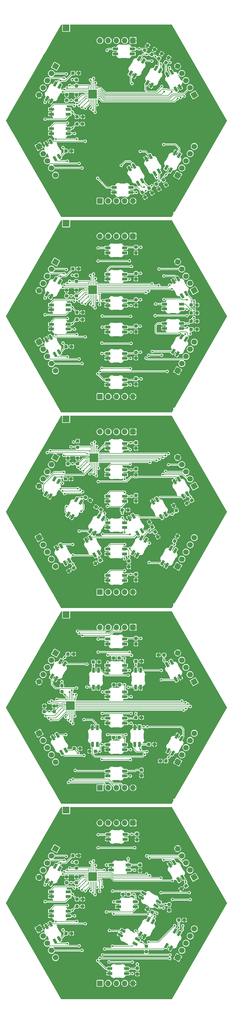
<source format=gbr>
%TF.GenerationSoftware,KiCad,Pcbnew,8.0.8*%
%TF.CreationDate,2025-04-07T12:48:11-04:00*%
%TF.ProjectId,pcb_tile_game_tile_panelized,7063625f-7469-46c6-955f-67616d655f74,rev?*%
%TF.SameCoordinates,Original*%
%TF.FileFunction,Copper,L1,Top*%
%TF.FilePolarity,Positive*%
%FSLAX46Y46*%
G04 Gerber Fmt 4.6, Leading zero omitted, Abs format (unit mm)*
G04 Created by KiCad (PCBNEW 8.0.8) date 2025-04-07 12:48:11*
%MOMM*%
%LPD*%
G01*
G04 APERTURE LIST*
G04 Aperture macros list*
%AMRoundRect*
0 Rectangle with rounded corners*
0 $1 Rounding radius*
0 $2 $3 $4 $5 $6 $7 $8 $9 X,Y pos of 4 corners*
0 Add a 4 corners polygon primitive as box body*
4,1,4,$2,$3,$4,$5,$6,$7,$8,$9,$2,$3,0*
0 Add four circle primitives for the rounded corners*
1,1,$1+$1,$2,$3*
1,1,$1+$1,$4,$5*
1,1,$1+$1,$6,$7*
1,1,$1+$1,$8,$9*
0 Add four rect primitives between the rounded corners*
20,1,$1+$1,$2,$3,$4,$5,0*
20,1,$1+$1,$4,$5,$6,$7,0*
20,1,$1+$1,$6,$7,$8,$9,0*
20,1,$1+$1,$8,$9,$2,$3,0*%
%AMHorizOval*
0 Thick line with rounded ends*
0 $1 width*
0 $2 $3 position (X,Y) of the first rounded end (center of the circle)*
0 $4 $5 position (X,Y) of the second rounded end (center of the circle)*
0 Add line between two ends*
20,1,$1,$2,$3,$4,$5,0*
0 Add two circle primitives to create the rounded ends*
1,1,$1,$2,$3*
1,1,$1,$4,$5*%
%AMRotRect*
0 Rectangle, with rotation*
0 The origin of the aperture is its center*
0 $1 length*
0 $2 width*
0 $3 Rotation angle, in degrees counterclockwise*
0 Add horizontal line*
21,1,$1,$2,0,0,$3*%
G04 Aperture macros list end*
%TA.AperFunction,SMDPad,CuDef*%
%ADD10RoundRect,0.237500X-0.055681X0.378558X-0.355681X-0.141058X0.055681X-0.378558X0.355681X0.141058X0*%
%TD*%
%TA.AperFunction,SMDPad,CuDef*%
%ADD11RoundRect,0.237500X0.300000X0.237500X-0.300000X0.237500X-0.300000X-0.237500X0.300000X-0.237500X0*%
%TD*%
%TA.AperFunction,ComponentPad*%
%ADD12R,1.700000X1.700000*%
%TD*%
%TA.AperFunction,ComponentPad*%
%ADD13O,1.700000X1.700000*%
%TD*%
%TA.AperFunction,SMDPad,CuDef*%
%ADD14RoundRect,0.237500X-0.237500X0.250000X-0.237500X-0.250000X0.237500X-0.250000X0.237500X0.250000X0*%
%TD*%
%TA.AperFunction,SMDPad,CuDef*%
%ADD15RoundRect,0.237500X0.355681X-0.141058X0.055681X0.378558X-0.355681X0.141058X-0.055681X-0.378558X0*%
%TD*%
%TA.AperFunction,SMDPad,CuDef*%
%ADD16RoundRect,0.237500X0.237500X-0.300000X0.237500X0.300000X-0.237500X0.300000X-0.237500X-0.300000X0*%
%TD*%
%TA.AperFunction,ComponentPad*%
%ADD17RotRect,1.700000X1.700000X150.000000*%
%TD*%
%TA.AperFunction,ComponentPad*%
%ADD18HorizOval,1.700000X0.000000X0.000000X0.000000X0.000000X0*%
%TD*%
%TA.AperFunction,ComponentPad*%
%ADD19RotRect,1.700000X1.700000X330.000000*%
%TD*%
%TA.AperFunction,ComponentPad*%
%ADD20HorizOval,1.700000X0.000000X0.000000X0.000000X0.000000X0*%
%TD*%
%TA.AperFunction,ComponentPad*%
%ADD21RotRect,1.700000X1.700000X210.000000*%
%TD*%
%TA.AperFunction,ComponentPad*%
%ADD22HorizOval,1.700000X0.000000X0.000000X0.000000X0.000000X0*%
%TD*%
%TA.AperFunction,ComponentPad*%
%ADD23RotRect,1.700000X1.700000X30.000000*%
%TD*%
%TA.AperFunction,ComponentPad*%
%ADD24HorizOval,1.700000X0.000000X0.000000X0.000000X0.000000X0*%
%TD*%
%TA.AperFunction,SMDPad,CuDef*%
%ADD25R,2.000000X2.000000*%
%TD*%
%TA.AperFunction,SMDPad,CuDef*%
%ADD26RoundRect,0.062500X-0.350000X-0.062500X0.350000X-0.062500X0.350000X0.062500X-0.350000X0.062500X0*%
%TD*%
%TA.AperFunction,SMDPad,CuDef*%
%ADD27RoundRect,0.062500X-0.062500X-0.350000X0.062500X-0.350000X0.062500X0.350000X-0.062500X0.350000X0*%
%TD*%
%TA.AperFunction,HeatsinkPad*%
%ADD28R,2.600000X2.600000*%
%TD*%
%TA.AperFunction,SMDPad,CuDef*%
%ADD29RoundRect,0.082000X-0.643056X-0.457806X-0.074944X-0.785806X0.643056X0.457806X0.074944X0.785806X0*%
%TD*%
%TA.AperFunction,SMDPad,CuDef*%
%ADD30RoundRect,0.082000X-0.718000X0.328000X-0.718000X-0.328000X0.718000X-0.328000X0.718000X0.328000X0*%
%TD*%
%TA.AperFunction,SMDPad,CuDef*%
%ADD31RoundRect,0.082000X0.643056X0.457806X0.074944X0.785806X-0.643056X-0.457806X-0.074944X-0.785806X0*%
%TD*%
%TA.AperFunction,SMDPad,CuDef*%
%ADD32RoundRect,0.082000X0.074944X-0.785806X0.643056X-0.457806X-0.074944X0.785806X-0.643056X0.457806X0*%
%TD*%
%TA.AperFunction,SMDPad,CuDef*%
%ADD33RoundRect,0.082000X-0.074944X0.785806X-0.643056X0.457806X0.074944X-0.785806X0.643056X-0.457806X0*%
%TD*%
%TA.AperFunction,SMDPad,CuDef*%
%ADD34RoundRect,0.237500X-0.378558X-0.055681X0.141058X-0.355681X0.378558X0.055681X-0.141058X0.355681X0*%
%TD*%
%TA.AperFunction,SMDPad,CuDef*%
%ADD35RoundRect,0.237500X-0.141058X-0.355681X0.378558X-0.055681X0.141058X0.355681X-0.378558X0.055681X0*%
%TD*%
%TA.AperFunction,SMDPad,CuDef*%
%ADD36RoundRect,0.237500X-0.355681X0.141058X-0.055681X-0.378558X0.355681X-0.141058X0.055681X0.378558X0*%
%TD*%
%TA.AperFunction,SMDPad,CuDef*%
%ADD37RoundRect,0.237500X0.378558X0.055681X-0.141058X0.355681X-0.378558X-0.055681X0.141058X-0.355681X0*%
%TD*%
%TA.AperFunction,SMDPad,CuDef*%
%ADD38RoundRect,0.237500X-0.300000X-0.237500X0.300000X-0.237500X0.300000X0.237500X-0.300000X0.237500X0*%
%TD*%
%TA.AperFunction,SMDPad,CuDef*%
%ADD39RoundRect,0.082000X0.328000X0.718000X-0.328000X0.718000X-0.328000X-0.718000X0.328000X-0.718000X0*%
%TD*%
%TA.AperFunction,SMDPad,CuDef*%
%ADD40RoundRect,0.082000X-0.328000X-0.718000X0.328000X-0.718000X0.328000X0.718000X-0.328000X0.718000X0*%
%TD*%
%TA.AperFunction,SMDPad,CuDef*%
%ADD41RoundRect,0.082000X-0.457806X0.643056X-0.785806X0.074944X0.457806X-0.643056X0.785806X-0.074944X0*%
%TD*%
%TA.AperFunction,ViaPad*%
%ADD42C,0.600000*%
%TD*%
%TA.AperFunction,Conductor*%
%ADD43C,0.200000*%
%TD*%
G04 APERTURE END LIST*
D10*
%TO.P,C2,1*%
%TO.N,GND*%
X71276821Y-39403053D03*
%TO.P,C2,2*%
%TO.N,VCC*%
X70414321Y-40896947D03*
%TD*%
D11*
%TO.P,C11,1*%
%TO.N,GND*%
X46980508Y-58800000D03*
%TO.P,C11,2*%
%TO.N,VCC*%
X45255508Y-58800002D03*
%TD*%
D10*
%TO.P,C3,1*%
%TO.N,GND*%
X69111758Y-38153053D03*
%TO.P,C3,2*%
%TO.N,VCC*%
X68249258Y-39646947D03*
%TD*%
D12*
%TO.P,J2,1,Pin_1*%
%TO.N,VCC*%
X52300508Y-84600000D03*
D13*
%TO.P,J2,2,Pin_2*%
%TO.N,/TX_J2*%
X54840508Y-84600000D03*
%TO.P,J2,3,Pin_3*%
%TO.N,/DATA_J2*%
X57380508Y-84600000D03*
%TO.P,J2,4,Pin_4*%
%TO.N,/RX_J2*%
X59920508Y-84600000D03*
%TO.P,J2,5,Pin_5*%
%TO.N,GND*%
X62460508Y-84600000D03*
%TD*%
D14*
%TO.P,R1,1*%
%TO.N,VCC*%
X45030508Y-47437500D03*
%TO.P,R1,2*%
%TO.N,/UPDI*%
X45030508Y-49262500D03*
%TD*%
D15*
%TO.P,C8,1*%
%TO.N,GND*%
X72638040Y-79688621D03*
%TO.P,C8,2*%
%TO.N,VCC*%
X71775540Y-78194727D03*
%TD*%
D16*
%TO.P,C14,1*%
%TO.N,VCC*%
X45030508Y-53712500D03*
%TO.P,C14,2*%
%TO.N,GND*%
X45030508Y-51987500D03*
%TD*%
D15*
%TO.P,C6,1*%
%TO.N,GND*%
X68307913Y-82188621D03*
%TO.P,C6,2*%
%TO.N,VCC*%
X67445413Y-80694727D03*
%TD*%
D17*
%TO.P,J3,1,Pin_1*%
%TO.N,GND*%
X76240508Y-76689409D03*
D18*
%TO.P,J3,2,Pin_2*%
%TO.N,/TX_J3*%
X77510508Y-74489704D03*
%TO.P,J3,3,Pin_3*%
%TO.N,/DATA_J3*%
X78780508Y-72290000D03*
%TO.P,J3,4,Pin_4*%
%TO.N,/RX_J3*%
X80050508Y-70090295D03*
%TO.P,J3,5,Pin_5*%
%TO.N,VCC*%
X81320508Y-67890591D03*
%TD*%
D11*
%TO.P,C12,1*%
%TO.N,GND*%
X45705508Y-45400002D03*
%TO.P,C12,2*%
%TO.N,VCC*%
X43980508Y-45400000D03*
%TD*%
%TO.P,C10,1*%
%TO.N,GND*%
X46943008Y-61000000D03*
%TO.P,C10,2*%
%TO.N,VCC*%
X45218008Y-61000000D03*
%TD*%
D19*
%TO.P,J6,1,Pin_1*%
%TO.N,VCC*%
X38620508Y-43300591D03*
D20*
%TO.P,J6,2,Pin_2*%
%TO.N,/TX_J6*%
X37350508Y-45500296D03*
%TO.P,J6,3,Pin_3*%
%TO.N,/DATA_J6*%
X36080508Y-47700000D03*
%TO.P,J6,4,Pin_4*%
%TO.N,/RX_J6*%
X34810508Y-49899705D03*
%TO.P,J6,5,Pin_5*%
%TO.N,GND*%
X33540508Y-52099409D03*
%TD*%
D15*
%TO.P,C5,1*%
%TO.N,GND*%
X66142849Y-83438621D03*
%TO.P,C5,2*%
%TO.N,VCC*%
X65280349Y-81944727D03*
%TD*%
D10*
%TO.P,C1,1*%
%TO.N,GND*%
X73441885Y-40653053D03*
%TO.P,C1,2*%
%TO.N,VCC*%
X72579385Y-42146947D03*
%TD*%
D21*
%TO.P,J4,1,Pin_1*%
%TO.N,VCC*%
X81283857Y-52075928D03*
D22*
%TO.P,J4,2,Pin_2*%
%TO.N,/TX_J4*%
X80013857Y-49876223D03*
%TO.P,J4,3,Pin_3*%
%TO.N,/DATA_J4*%
X78743857Y-47676519D03*
%TO.P,J4,4,Pin_4*%
%TO.N,/RX_J4*%
X77473857Y-45476814D03*
%TO.P,J4,5,Pin_5*%
%TO.N,GND*%
X76203857Y-43277110D03*
%TD*%
D15*
%TO.P,C7,1*%
%TO.N,GND*%
X70472976Y-80938621D03*
%TO.P,C7,2*%
%TO.N,VCC*%
X69610476Y-79444727D03*
%TD*%
D23*
%TO.P,J1,1,Pin_1*%
%TO.N,GND*%
X33540508Y-67900591D03*
D24*
%TO.P,J1,2,Pin_2*%
%TO.N,/TX_J1*%
X34810508Y-70100296D03*
%TO.P,J1,3,Pin_3*%
%TO.N,/DATA_J1*%
X36080508Y-72300000D03*
%TO.P,J1,4,Pin_4*%
%TO.N,/RX_J1*%
X37350508Y-74499705D03*
%TO.P,J1,5,Pin_5*%
%TO.N,VCC*%
X38620508Y-76699409D03*
%TD*%
D10*
%TO.P,C4,1*%
%TO.N,GND*%
X66946694Y-36903053D03*
%TO.P,C4,2*%
%TO.N,VCC*%
X66084194Y-38396947D03*
%TD*%
D12*
%TO.P,J5,1,Pin_1*%
%TO.N,GND*%
X62460508Y-35400000D03*
D13*
%TO.P,J5,2,Pin_2*%
%TO.N,/TX_J5*%
X59920508Y-35400000D03*
%TO.P,J5,3,Pin_3*%
%TO.N,/DATA_J5*%
X57380508Y-35400000D03*
%TO.P,J5,4,Pin_4*%
%TO.N,/RX_J5*%
X54840508Y-35400000D03*
%TO.P,J5,5,Pin_5*%
%TO.N,VCC*%
X52300508Y-35400000D03*
%TD*%
D25*
%TO.P,TP1,1,1*%
%TO.N,/UPDI*%
X41880508Y-31500000D03*
%TD*%
D26*
%TO.P,U2,1,PA2*%
%TO.N,/DATA_J6*%
X48093008Y-50600000D03*
%TO.P,U2,2,PA3*%
%TO.N,/RX_J6*%
X48093008Y-51100000D03*
%TO.P,U2,3,GND*%
%TO.N,GND*%
X48093008Y-51600000D03*
%TO.P,U2,4,VCC*%
%TO.N,VCC*%
X48093008Y-52100000D03*
%TO.P,U2,5,PA4*%
%TO.N,/TX_J1*%
X48093008Y-52600000D03*
%TO.P,U2,6,PA5*%
%TO.N,/DATA_J1*%
X48093008Y-53100000D03*
D27*
%TO.P,U2,7,PA6*%
%TO.N,/RX_J1*%
X48780508Y-53787500D03*
%TO.P,U2,8,PA7*%
%TO.N,/LED_J1-J6*%
X49280508Y-53787500D03*
%TO.P,U2,9,PB7*%
%TO.N,/TX_J2*%
X49780508Y-53787500D03*
%TO.P,U2,10,PB6*%
%TO.N,/DATA_J2*%
X50280508Y-53787500D03*
%TO.P,U2,11,PB5*%
%TO.N,/RX_J2*%
X50780508Y-53787500D03*
%TO.P,U2,12,PB4*%
%TO.N,/LED_J2-J3*%
X51280508Y-53787500D03*
D26*
%TO.P,U2,13,PB3*%
%TO.N,/TX_J3*%
X51968008Y-53100000D03*
%TO.P,U2,14,PB2*%
%TO.N,/DATA_J3*%
X51968008Y-52600000D03*
%TO.P,U2,15,PB1*%
%TO.N,/RX_J3*%
X51968008Y-52100000D03*
%TO.P,U2,16,PB0*%
%TO.N,/TX_J4*%
X51968008Y-51600000D03*
%TO.P,U2,17,PC0*%
%TO.N,/DATA_J4*%
X51968008Y-51100000D03*
%TO.P,U2,18,PC1*%
%TO.N,/RX_J4*%
X51968008Y-50600000D03*
D27*
%TO.P,U2,19,PC2*%
%TO.N,/LED_J4-J5*%
X51280508Y-49912500D03*
%TO.P,U2,20,PC3*%
%TO.N,/TX_J5*%
X50780508Y-49912500D03*
%TO.P,U2,21,PC4*%
%TO.N,/DATA_J5*%
X50280508Y-49912500D03*
%TO.P,U2,22,PC5*%
%TO.N,/RX_J5*%
X49780508Y-49912500D03*
%TO.P,U2,23,~{RESET}/PA0*%
%TO.N,/UPDI*%
X49280508Y-49912500D03*
%TO.P,U2,24,PA1*%
%TO.N,/TX_J6*%
X48780508Y-49912500D03*
D28*
%TO.P,U2,25,GND*%
%TO.N,GND*%
X50030508Y-51850000D03*
%TD*%
D16*
%TO.P,C13,1*%
%TO.N,VCC*%
X42030508Y-53712500D03*
%TO.P,C13,2*%
%TO.N,GND*%
X42030508Y-51987500D03*
%TD*%
D11*
%TO.P,C9,1*%
%TO.N,GND*%
X43580508Y-69300000D03*
%TO.P,C9,2*%
%TO.N,VCC*%
X41855508Y-69300000D03*
%TD*%
D29*
%TO.P,LED2,1,VDD*%
%TO.N,VCC*%
X69508039Y-43866674D03*
%TO.P,LED2,2,DOUT*%
%TO.N,Net-(LED2-DOUT)*%
X70807078Y-44616674D03*
%TO.P,LED2,3,VSS*%
%TO.N,GND*%
X68207078Y-49120006D03*
%TO.P,LED2,4,DIN*%
%TO.N,Net-(LED1-DOUT)*%
X66908039Y-48370006D03*
%TD*%
D30*
%TO.P,LED10,1,VDD*%
%TO.N,VCC*%
X42530508Y-62430000D03*
%TO.P,LED10,2,DOUT*%
%TO.N,Net-(LED10-DOUT)*%
X42530508Y-63930000D03*
%TO.P,LED10,3,VSS*%
%TO.N,GND*%
X37330508Y-63930000D03*
%TO.P,LED10,4,DIN*%
%TO.N,Net-(LED10-DIN)*%
X37330508Y-62430000D03*
%TD*%
D31*
%TO.P,LED8,1,VDD*%
%TO.N,VCC*%
X74044129Y-75124038D03*
%TO.P,LED8,2,DOUT*%
%TO.N,unconnected-(LED8-DOUT-Pad2)*%
X72745091Y-74374036D03*
%TO.P,LED8,3,VSS*%
%TO.N,GND*%
X75345091Y-69870705D03*
%TO.P,LED8,4,DIN*%
%TO.N,Net-(LED7-DOUT)*%
X76644129Y-70620704D03*
%TD*%
D32*
%TO.P,LED1,1,VDD*%
%TO.N,VCC*%
X73038037Y-45845875D03*
%TO.P,LED1,2,DOUT*%
%TO.N,Net-(LED1-DOUT)*%
X74337076Y-45095875D03*
%TO.P,LED1,3,VSS*%
%TO.N,GND*%
X76937076Y-49599207D03*
%TO.P,LED1,4,DIN*%
%TO.N,/LED_J4-J5*%
X75638037Y-50349207D03*
%TD*%
D29*
%TO.P,LED3,1,VDD*%
%TO.N,VCC*%
X64355187Y-40891674D03*
%TO.P,LED3,2,DOUT*%
%TO.N,Net-(LED3-DOUT)*%
X65654226Y-41641674D03*
%TO.P,LED3,3,VSS*%
%TO.N,GND*%
X63054226Y-46145006D03*
%TO.P,LED3,4,DIN*%
%TO.N,Net-(LED2-DOUT)*%
X61755187Y-45395006D03*
%TD*%
D30*
%TO.P,LED5,1,VDD*%
%TO.N,VCC*%
X61847658Y-80492468D03*
%TO.P,LED5,2,DOUT*%
%TO.N,Net-(LED5-DOUT)*%
X61847658Y-81992468D03*
%TO.P,LED5,3,VSS*%
%TO.N,GND*%
X56647658Y-81992468D03*
%TO.P,LED5,4,DIN*%
%TO.N,/LED_J2-J3*%
X56647659Y-80492467D03*
%TD*%
D29*
%TO.P,LED12,1,VDD*%
%TO.N,VCC*%
X38571469Y-48670000D03*
%TO.P,LED12,2,DOUT*%
%TO.N,unconnected-(LED12-DOUT-Pad2)*%
X39870508Y-49420000D03*
%TO.P,LED12,3,VSS*%
%TO.N,GND*%
X37270508Y-53923332D03*
%TO.P,LED12,4,DIN*%
%TO.N,Net-(LED11-DOUT)*%
X35971469Y-53173332D03*
%TD*%
D33*
%TO.P,LED6,1,VDD*%
%TO.N,VCC*%
X65326695Y-78425000D03*
%TO.P,LED6,2,DOUT*%
%TO.N,Net-(LED6-DOUT)*%
X64027656Y-79175000D03*
%TO.P,LED6,3,VSS*%
%TO.N,GND*%
X61427656Y-74671668D03*
%TO.P,LED6,4,DIN*%
%TO.N,Net-(LED5-DOUT)*%
X62726695Y-73921668D03*
%TD*%
%TO.P,LED9,1,VDD*%
%TO.N,VCC*%
X39730508Y-70940000D03*
%TO.P,LED9,2,DOUT*%
%TO.N,Net-(LED10-DIN)*%
X38431469Y-71690000D03*
%TO.P,LED9,3,VSS*%
%TO.N,GND*%
X35831469Y-67186668D03*
%TO.P,LED9,4,DIN*%
%TO.N,/LED_J1-J6*%
X37130508Y-66436668D03*
%TD*%
D30*
%TO.P,LED4,1,VDD*%
%TO.N,VCC*%
X62290604Y-37967636D03*
%TO.P,LED4,2,DOUT*%
%TO.N,unconnected-(LED4-DOUT-Pad2)*%
X62290604Y-39467636D03*
%TO.P,LED4,3,VSS*%
%TO.N,GND*%
X57090604Y-39467636D03*
%TO.P,LED4,4,DIN*%
%TO.N,Net-(LED3-DOUT)*%
X57090604Y-37967636D03*
%TD*%
D33*
%TO.P,LED7,1,VDD*%
%TO.N,VCC*%
X70479547Y-75450000D03*
%TO.P,LED7,2,DOUT*%
%TO.N,Net-(LED7-DOUT)*%
X69180508Y-76200000D03*
%TO.P,LED7,3,VSS*%
%TO.N,GND*%
X66580508Y-71696668D03*
%TO.P,LED7,4,DIN*%
%TO.N,Net-(LED6-DOUT)*%
X67879547Y-70946668D03*
%TD*%
D30*
%TO.P,LED11,1,VDD*%
%TO.N,VCC*%
X42530508Y-56490000D03*
%TO.P,LED11,2,DOUT*%
%TO.N,Net-(LED11-DOUT)*%
X42530508Y-57990000D03*
%TO.P,LED11,3,VSS*%
%TO.N,GND*%
X37330508Y-57990000D03*
%TO.P,LED11,4,DIN*%
%TO.N,Net-(LED10-DOUT)*%
X37330508Y-56490000D03*
%TD*%
D16*
%TO.P,C2,1*%
%TO.N,GND*%
X63380508Y-132790000D03*
%TO.P,C2,2*%
%TO.N,VCC*%
X63380508Y-131065000D03*
%TD*%
D11*
%TO.P,C13,1*%
%TO.N,GND*%
X46980508Y-118800000D03*
%TO.P,C13,2*%
%TO.N,VCC*%
X45255508Y-118800002D03*
%TD*%
D16*
%TO.P,C3,1*%
%TO.N,GND*%
X63380508Y-124717500D03*
%TO.P,C3,2*%
%TO.N,VCC*%
X63380508Y-122992500D03*
%TD*%
D12*
%TO.P,J2,1,Pin_1*%
%TO.N,VCC*%
X52300508Y-144600000D03*
D13*
%TO.P,J2,2,Pin_2*%
%TO.N,/TX_J2*%
X54840508Y-144600000D03*
%TO.P,J2,3,Pin_3*%
%TO.N,/DATA_J2*%
X57380508Y-144600000D03*
%TO.P,J2,4,Pin_4*%
%TO.N,/RX_J2*%
X59920508Y-144600000D03*
%TO.P,J2,5,Pin_5*%
%TO.N,GND*%
X62460508Y-144600000D03*
%TD*%
D14*
%TO.P,R1,1*%
%TO.N,VCC*%
X45030508Y-107437500D03*
%TO.P,R1,2*%
%TO.N,/UPDI*%
X45030508Y-109262500D03*
%TD*%
D11*
%TO.P,C10,1*%
%TO.N,GND*%
X82130508Y-116500000D03*
%TO.P,C10,2*%
%TO.N,VCC*%
X80405508Y-116500000D03*
%TD*%
D16*
%TO.P,C15,1*%
%TO.N,VCC*%
X45030508Y-113712500D03*
%TO.P,C15,2*%
%TO.N,GND*%
X45030508Y-111987500D03*
%TD*%
%TO.P,C5,1*%
%TO.N,GND*%
X63380508Y-108572500D03*
%TO.P,C5,2*%
%TO.N,VCC*%
X63380508Y-106847500D03*
%TD*%
D11*
%TO.P,C8,1*%
%TO.N,GND*%
X82130508Y-121500000D03*
%TO.P,C8,2*%
%TO.N,VCC*%
X80405508Y-121500000D03*
%TD*%
D16*
%TO.P,C6,1*%
%TO.N,GND*%
X63380508Y-100500000D03*
%TO.P,C6,2*%
%TO.N,VCC*%
X63380508Y-98775000D03*
%TD*%
D17*
%TO.P,J3,1,Pin_1*%
%TO.N,GND*%
X76240508Y-136689409D03*
D18*
%TO.P,J3,2,Pin_2*%
%TO.N,/TX_J3*%
X77510508Y-134489704D03*
%TO.P,J3,3,Pin_3*%
%TO.N,/DATA_J3*%
X78780508Y-132290000D03*
%TO.P,J3,4,Pin_4*%
%TO.N,/RX_J3*%
X80050508Y-130090295D03*
%TO.P,J3,5,Pin_5*%
%TO.N,VCC*%
X81320508Y-127890591D03*
%TD*%
D11*
%TO.P,C14,1*%
%TO.N,GND*%
X45705508Y-105400002D03*
%TO.P,C14,2*%
%TO.N,VCC*%
X43980508Y-105400000D03*
%TD*%
%TO.P,C12,1*%
%TO.N,GND*%
X46943008Y-121000000D03*
%TO.P,C12,2*%
%TO.N,VCC*%
X45218008Y-121000000D03*
%TD*%
D19*
%TO.P,J6,1,Pin_1*%
%TO.N,VCC*%
X38620508Y-103300591D03*
D20*
%TO.P,J6,2,Pin_2*%
%TO.N,/TX_J6*%
X37350508Y-105500296D03*
%TO.P,J6,3,Pin_3*%
%TO.N,/DATA_J6*%
X36080508Y-107700000D03*
%TO.P,J6,4,Pin_4*%
%TO.N,/RX_J6*%
X34810508Y-109899705D03*
%TO.P,J6,5,Pin_5*%
%TO.N,GND*%
X33540508Y-112099409D03*
%TD*%
D11*
%TO.P,C7,1*%
%TO.N,GND*%
X82130508Y-124000000D03*
%TO.P,C7,2*%
%TO.N,VCC*%
X80405508Y-124000000D03*
%TD*%
D16*
%TO.P,C1,1*%
%TO.N,GND*%
X63380508Y-140862500D03*
%TO.P,C1,2*%
%TO.N,VCC*%
X63380508Y-139137500D03*
%TD*%
D21*
%TO.P,J4,1,Pin_1*%
%TO.N,VCC*%
X81283857Y-112075928D03*
D22*
%TO.P,J4,2,Pin_2*%
%TO.N,/TX_J4*%
X80013857Y-109876223D03*
%TO.P,J4,3,Pin_3*%
%TO.N,/DATA_J4*%
X78743857Y-107676519D03*
%TO.P,J4,4,Pin_4*%
%TO.N,/RX_J4*%
X77473857Y-105476814D03*
%TO.P,J4,5,Pin_5*%
%TO.N,GND*%
X76203857Y-103277110D03*
%TD*%
D11*
%TO.P,C9,1*%
%TO.N,GND*%
X82130508Y-119000000D03*
%TO.P,C9,2*%
%TO.N,VCC*%
X80405508Y-119000000D03*
%TD*%
D23*
%TO.P,J1,1,Pin_1*%
%TO.N,GND*%
X33540508Y-127900591D03*
D24*
%TO.P,J1,2,Pin_2*%
%TO.N,/TX_J1*%
X34810508Y-130100296D03*
%TO.P,J1,3,Pin_3*%
%TO.N,/DATA_J1*%
X36080508Y-132300000D03*
%TO.P,J1,4,Pin_4*%
%TO.N,/RX_J1*%
X37350508Y-134499705D03*
%TO.P,J1,5,Pin_5*%
%TO.N,VCC*%
X38620508Y-136699409D03*
%TD*%
D16*
%TO.P,C4,1*%
%TO.N,GND*%
X63380508Y-116645000D03*
%TO.P,C4,2*%
%TO.N,VCC*%
X63380508Y-114920000D03*
%TD*%
D12*
%TO.P,J5,1,Pin_1*%
%TO.N,GND*%
X62460508Y-95400000D03*
D13*
%TO.P,J5,2,Pin_2*%
%TO.N,/TX_J5*%
X59920508Y-95400000D03*
%TO.P,J5,3,Pin_3*%
%TO.N,/DATA_J5*%
X57380508Y-95400000D03*
%TO.P,J5,4,Pin_4*%
%TO.N,/RX_J5*%
X54840508Y-95400000D03*
%TO.P,J5,5,Pin_5*%
%TO.N,VCC*%
X52300508Y-95400000D03*
%TD*%
D25*
%TO.P,TP1,1,1*%
%TO.N,/UPDI*%
X41880508Y-91500000D03*
%TD*%
D26*
%TO.P,U2,1,PA2*%
%TO.N,/DATA_J6*%
X48093008Y-110600000D03*
%TO.P,U2,2,PA3*%
%TO.N,/RX_J6*%
X48093008Y-111100000D03*
%TO.P,U2,3,GND*%
%TO.N,GND*%
X48093008Y-111600000D03*
%TO.P,U2,4,VCC*%
%TO.N,VCC*%
X48093008Y-112100000D03*
%TO.P,U2,5,PA4*%
%TO.N,/TX_J1*%
X48093008Y-112600000D03*
%TO.P,U2,6,PA5*%
%TO.N,/DATA_J1*%
X48093008Y-113100000D03*
D27*
%TO.P,U2,7,PA6*%
%TO.N,/RX_J1*%
X48780508Y-113787500D03*
%TO.P,U2,8,PA7*%
%TO.N,/LED_J1-J6*%
X49280508Y-113787500D03*
%TO.P,U2,9,PB7*%
%TO.N,/TX_J2*%
X49780508Y-113787500D03*
%TO.P,U2,10,PB6*%
%TO.N,/DATA_J2*%
X50280508Y-113787500D03*
%TO.P,U2,11,PB5*%
%TO.N,/RX_J2*%
X50780508Y-113787500D03*
%TO.P,U2,12,PB4*%
%TO.N,/LED_J2-J5*%
X51280508Y-113787500D03*
D26*
%TO.P,U2,13,PB3*%
%TO.N,/TX_J3*%
X51968008Y-113100000D03*
%TO.P,U2,14,PB2*%
%TO.N,/DATA_J3*%
X51968008Y-112600000D03*
%TO.P,U2,15,PB1*%
%TO.N,/RX_J3*%
X51968008Y-112100000D03*
%TO.P,U2,16,PB0*%
%TO.N,/TX_J4*%
X51968008Y-111600000D03*
%TO.P,U2,17,PC0*%
%TO.N,/DATA_J4*%
X51968008Y-111100000D03*
%TO.P,U2,18,PC1*%
%TO.N,/RX_J4*%
X51968008Y-110600000D03*
D27*
%TO.P,U2,19,PC2*%
%TO.N,/LED_J3-J4*%
X51280508Y-109912500D03*
%TO.P,U2,20,PC3*%
%TO.N,/TX_J5*%
X50780508Y-109912500D03*
%TO.P,U2,21,PC4*%
%TO.N,/DATA_J5*%
X50280508Y-109912500D03*
%TO.P,U2,22,PC5*%
%TO.N,/RX_J5*%
X49780508Y-109912500D03*
%TO.P,U2,23,~{RESET}/PA0*%
%TO.N,/UPDI*%
X49280508Y-109912500D03*
%TO.P,U2,24,PA1*%
%TO.N,/TX_J6*%
X48780508Y-109912500D03*
D28*
%TO.P,U2,25,GND*%
%TO.N,GND*%
X50030508Y-111850000D03*
%TD*%
D16*
%TO.P,C16,1*%
%TO.N,VCC*%
X42030508Y-113712500D03*
%TO.P,C16,2*%
%TO.N,GND*%
X42030508Y-111987500D03*
%TD*%
D11*
%TO.P,C11,1*%
%TO.N,GND*%
X43580508Y-129300000D03*
%TO.P,C11,2*%
%TO.N,VCC*%
X41855508Y-129300000D03*
%TD*%
D30*
%TO.P,LED2,1,VDD*%
%TO.N,VCC*%
X59880508Y-131400000D03*
%TO.P,LED2,2,DOUT*%
%TO.N,Net-(LED2-DOUT)*%
X59880508Y-132900000D03*
%TO.P,LED2,3,VSS*%
%TO.N,GND*%
X54680508Y-132900000D03*
%TO.P,LED2,4,DIN*%
%TO.N,Net-(LED1-DOUT)*%
X54680508Y-131400000D03*
%TD*%
%TO.P,LED12,1,VDD*%
%TO.N,VCC*%
X42530508Y-122430000D03*
%TO.P,LED12,2,DOUT*%
%TO.N,Net-(LED12-DOUT)*%
X42530508Y-123930000D03*
%TO.P,LED12,3,VSS*%
%TO.N,GND*%
X37330508Y-123930000D03*
%TO.P,LED12,4,DIN*%
%TO.N,Net-(LED11-DOUT)*%
X37330508Y-122430000D03*
%TD*%
D33*
%TO.P,LED10,1,VDD*%
%TO.N,VCC*%
X78880508Y-113000000D03*
%TO.P,LED10,2,DOUT*%
%TO.N,unconnected-(LED10-DOUT-Pad2)*%
X77581468Y-113749999D03*
%TO.P,LED10,3,VSS*%
%TO.N,GND*%
X74981469Y-109246667D03*
%TO.P,LED10,4,DIN*%
%TO.N,Net-(LED10-DIN)*%
X76280506Y-108496667D03*
%TD*%
D30*
%TO.P,LED5,1,VDD*%
%TO.N,VCC*%
X59880508Y-107100000D03*
%TO.P,LED5,2,DOUT*%
%TO.N,Net-(LED5-DOUT)*%
X59880508Y-108600000D03*
%TO.P,LED5,3,VSS*%
%TO.N,GND*%
X54680508Y-108600000D03*
%TO.P,LED5,4,DIN*%
%TO.N,Net-(LED4-DOUT)*%
X54680508Y-107100000D03*
%TD*%
%TO.P,LED1,1,VDD*%
%TO.N,VCC*%
X59880508Y-139500000D03*
%TO.P,LED1,2,DOUT*%
%TO.N,Net-(LED1-DOUT)*%
X59880508Y-141000000D03*
%TO.P,LED1,3,VSS*%
%TO.N,GND*%
X54680508Y-141000000D03*
%TO.P,LED1,4,DIN*%
%TO.N,/LED_J2-J5*%
X54680508Y-139500000D03*
%TD*%
%TO.P,LED3,1,VDD*%
%TO.N,VCC*%
X59880508Y-123300000D03*
%TO.P,LED3,2,DOUT*%
%TO.N,Net-(LED3-DOUT)*%
X59880508Y-124800000D03*
%TO.P,LED3,3,VSS*%
%TO.N,GND*%
X54680508Y-124800000D03*
%TO.P,LED3,4,DIN*%
%TO.N,Net-(LED2-DOUT)*%
X54680508Y-123300000D03*
%TD*%
D29*
%TO.P,LED7,1,VDD*%
%TO.N,VCC*%
X77431469Y-126246668D03*
%TO.P,LED7,2,DOUT*%
%TO.N,Net-(LED7-DOUT)*%
X78730508Y-126996668D03*
%TO.P,LED7,3,VSS*%
%TO.N,GND*%
X76130508Y-131500000D03*
%TO.P,LED7,4,DIN*%
%TO.N,/LED_J3-J4*%
X74831469Y-130749999D03*
%TD*%
%TO.P,LED14,1,VDD*%
%TO.N,VCC*%
X38571469Y-108670000D03*
%TO.P,LED14,2,DOUT*%
%TO.N,unconnected-(LED14-DOUT-Pad2)*%
X39870508Y-109420000D03*
%TO.P,LED14,3,VSS*%
%TO.N,GND*%
X37270508Y-113923332D03*
%TO.P,LED14,4,DIN*%
%TO.N,Net-(LED13-DOUT)*%
X35971469Y-113173332D03*
%TD*%
D30*
%TO.P,LED8,1,VDD*%
%TO.N,VCC*%
X77380508Y-122200000D03*
%TO.P,LED8,2,DOUT*%
%TO.N,Net-(LED8-DOUT)*%
X77380508Y-123700000D03*
%TO.P,LED8,3,VSS*%
%TO.N,GND*%
X72180508Y-123700000D03*
%TO.P,LED8,4,DIN*%
%TO.N,Net-(LED7-DOUT)*%
X72180508Y-122200000D03*
%TD*%
D33*
%TO.P,LED11,1,VDD*%
%TO.N,VCC*%
X39730508Y-130940000D03*
%TO.P,LED11,2,DOUT*%
%TO.N,Net-(LED11-DOUT)*%
X38431469Y-131690000D03*
%TO.P,LED11,3,VSS*%
%TO.N,GND*%
X35831469Y-127186668D03*
%TO.P,LED11,4,DIN*%
%TO.N,/LED_J1-J6*%
X37130508Y-126436668D03*
%TD*%
D30*
%TO.P,LED4,1,VDD*%
%TO.N,VCC*%
X59880508Y-115200000D03*
%TO.P,LED4,2,DOUT*%
%TO.N,Net-(LED4-DOUT)*%
X59880508Y-116700000D03*
%TO.P,LED4,3,VSS*%
%TO.N,GND*%
X54680508Y-116700000D03*
%TO.P,LED4,4,DIN*%
%TO.N,Net-(LED3-DOUT)*%
X54680508Y-115200000D03*
%TD*%
%TO.P,LED6,1,VDD*%
%TO.N,VCC*%
X59880508Y-99000000D03*
%TO.P,LED6,2,DOUT*%
%TO.N,unconnected-(LED6-DOUT-Pad2)*%
X59880508Y-100500000D03*
%TO.P,LED6,3,VSS*%
%TO.N,GND*%
X54680508Y-100500000D03*
%TO.P,LED6,4,DIN*%
%TO.N,Net-(LED5-DOUT)*%
X54680508Y-99000000D03*
%TD*%
%TO.P,LED9,1,VDD*%
%TO.N,VCC*%
X77380508Y-116250000D03*
%TO.P,LED9,2,DOUT*%
%TO.N,Net-(LED10-DIN)*%
X77380508Y-117750000D03*
%TO.P,LED9,3,VSS*%
%TO.N,GND*%
X72180508Y-117750000D03*
%TO.P,LED9,4,DIN*%
%TO.N,Net-(LED8-DOUT)*%
X72180508Y-116250000D03*
%TD*%
%TO.P,LED13,1,VDD*%
%TO.N,VCC*%
X42530508Y-116490000D03*
%TO.P,LED13,2,DOUT*%
%TO.N,Net-(LED13-DOUT)*%
X42530508Y-117990000D03*
%TO.P,LED13,3,VSS*%
%TO.N,GND*%
X37330508Y-117990000D03*
%TO.P,LED13,4,DIN*%
%TO.N,Net-(LED12-DOUT)*%
X37330508Y-116490000D03*
%TD*%
D16*
%TO.P,C2,1*%
%TO.N,GND*%
X61180508Y-196825000D03*
%TO.P,C2,2*%
%TO.N,VCC*%
X61180508Y-195100000D03*
%TD*%
D34*
%TO.P,C14,1*%
%TO.N,GND*%
X51086614Y-178437502D03*
%TO.P,C14,2*%
%TO.N,VCC*%
X52580508Y-179300000D03*
%TD*%
D11*
%TO.P,C3,1*%
%TO.N,GND*%
X60880508Y-179400000D03*
%TO.P,C3,2*%
%TO.N,VCC*%
X59155508Y-179400000D03*
%TD*%
D12*
%TO.P,J2,1,Pin_1*%
%TO.N,VCC*%
X52300508Y-204600000D03*
D13*
%TO.P,J2,2,Pin_2*%
%TO.N,/TX_J2*%
X54840508Y-204600000D03*
%TO.P,J2,3,Pin_3*%
%TO.N,/DATA_J2*%
X57380508Y-204600000D03*
%TO.P,J2,4,Pin_4*%
%TO.N,/RX_J2*%
X59920508Y-204600000D03*
%TO.P,J2,5,Pin_5*%
%TO.N,GND*%
X62460508Y-204600000D03*
%TD*%
D14*
%TO.P,R1,1*%
%TO.N,VCC*%
X45419894Y-158275000D03*
%TO.P,R1,2*%
%TO.N,/UPDI*%
X45419894Y-160100000D03*
%TD*%
D35*
%TO.P,C11,1*%
%TO.N,GND*%
X42733561Y-198031250D03*
%TO.P,C11,2*%
%TO.N,VCC*%
X44227455Y-197168750D03*
%TD*%
D16*
%TO.P,C18,1*%
%TO.N,VCC*%
X45419894Y-165237500D03*
%TO.P,C18,2*%
%TO.N,GND*%
X45419894Y-163512500D03*
%TD*%
%TO.P,C5,1*%
%TO.N,GND*%
X63380508Y-168572500D03*
%TO.P,C5,2*%
%TO.N,VCC*%
X63380508Y-166847500D03*
%TD*%
D36*
%TO.P,C9,1*%
%TO.N,GND*%
X67518008Y-183106106D03*
%TO.P,C9,2*%
%TO.N,VCC*%
X68380508Y-184600000D03*
%TD*%
D16*
%TO.P,C6,1*%
%TO.N,GND*%
X63380508Y-160500000D03*
%TO.P,C6,2*%
%TO.N,VCC*%
X63380508Y-158775000D03*
%TD*%
D17*
%TO.P,J3,1,Pin_1*%
%TO.N,GND*%
X76240508Y-196689409D03*
D18*
%TO.P,J3,2,Pin_2*%
%TO.N,/TX_J3*%
X77510508Y-194489704D03*
%TO.P,J3,3,Pin_3*%
%TO.N,/DATA_J3*%
X78780508Y-192290000D03*
%TO.P,J3,4,Pin_4*%
%TO.N,/RX_J3*%
X80050508Y-190090295D03*
%TO.P,J3,5,Pin_5*%
%TO.N,VCC*%
X81320508Y-187890591D03*
%TD*%
D15*
%TO.P,C15,1*%
%TO.N,GND*%
X70111757Y-187646947D03*
%TO.P,C15,2*%
%TO.N,VCC*%
X69249259Y-186153053D03*
%TD*%
D35*
%TO.P,C7,1*%
%TO.N,GND*%
X79033561Y-177331250D03*
%TO.P,C7,2*%
%TO.N,VCC*%
X80527455Y-176468750D03*
%TD*%
D10*
%TO.P,C16,1*%
%TO.N,GND*%
X76143008Y-187406106D03*
%TO.P,C16,2*%
%TO.N,VCC*%
X75280508Y-188900000D03*
%TD*%
D37*
%TO.P,C13,1*%
%TO.N,GND*%
X49327455Y-176431250D03*
%TO.P,C13,2*%
%TO.N,VCC*%
X47833561Y-175568750D03*
%TD*%
D19*
%TO.P,J6,1,Pin_1*%
%TO.N,VCC*%
X38620508Y-163300591D03*
D20*
%TO.P,J6,2,Pin_2*%
%TO.N,/TX_J6*%
X37350508Y-165500296D03*
%TO.P,J6,3,Pin_3*%
%TO.N,/DATA_J6*%
X36080508Y-167700000D03*
%TO.P,J6,4,Pin_4*%
%TO.N,/RX_J6*%
X34810508Y-169899705D03*
%TO.P,J6,5,Pin_5*%
%TO.N,GND*%
X33540508Y-172099409D03*
%TD*%
D36*
%TO.P,C8,1*%
%TO.N,GND*%
X74949258Y-178053053D03*
%TO.P,C8,2*%
%TO.N,VCC*%
X75811758Y-179546947D03*
%TD*%
D16*
%TO.P,C1,1*%
%TO.N,GND*%
X63380508Y-200862500D03*
%TO.P,C1,2*%
%TO.N,VCC*%
X63380508Y-199137500D03*
%TD*%
D21*
%TO.P,J4,1,Pin_1*%
%TO.N,VCC*%
X81283857Y-172075928D03*
D22*
%TO.P,J4,2,Pin_2*%
%TO.N,/TX_J4*%
X80013857Y-169876223D03*
%TO.P,J4,3,Pin_3*%
%TO.N,/DATA_J4*%
X78743857Y-167676519D03*
%TO.P,J4,4,Pin_4*%
%TO.N,/RX_J4*%
X77473857Y-165476814D03*
%TO.P,J4,5,Pin_5*%
%TO.N,GND*%
X76203857Y-163277110D03*
%TD*%
D35*
%TO.P,C10,1*%
%TO.N,GND*%
X50933561Y-195731250D03*
%TO.P,C10,2*%
%TO.N,VCC*%
X52427455Y-194868750D03*
%TD*%
D23*
%TO.P,J1,1,Pin_1*%
%TO.N,GND*%
X33540508Y-187900591D03*
D24*
%TO.P,J1,2,Pin_2*%
%TO.N,/TX_J1*%
X34810508Y-190100296D03*
%TO.P,J1,3,Pin_3*%
%TO.N,/DATA_J1*%
X36080508Y-192300000D03*
%TO.P,J1,4,Pin_4*%
%TO.N,/RX_J1*%
X37350508Y-194499705D03*
%TO.P,J1,5,Pin_5*%
%TO.N,VCC*%
X38620508Y-196699409D03*
%TD*%
D16*
%TO.P,C4,1*%
%TO.N,GND*%
X63380508Y-176645000D03*
%TO.P,C4,2*%
%TO.N,VCC*%
X63380508Y-174920000D03*
%TD*%
D12*
%TO.P,J5,1,Pin_1*%
%TO.N,GND*%
X62460508Y-155400000D03*
D13*
%TO.P,J5,2,Pin_2*%
%TO.N,/TX_J5*%
X59920508Y-155400000D03*
%TO.P,J5,3,Pin_3*%
%TO.N,/DATA_J5*%
X57380508Y-155400000D03*
%TO.P,J5,4,Pin_4*%
%TO.N,/RX_J5*%
X54840508Y-155400000D03*
%TO.P,J5,5,Pin_5*%
%TO.N,VCC*%
X52300508Y-155400000D03*
%TD*%
D25*
%TO.P,TP1,1,1*%
%TO.N,/UPDI*%
X41880508Y-151500000D03*
%TD*%
D26*
%TO.P,U2,1,PA2*%
%TO.N,/DATA_J6*%
X48482394Y-162125000D03*
%TO.P,U2,2,PA3*%
%TO.N,/RX_J6*%
X48482394Y-162625000D03*
%TO.P,U2,3,GND*%
%TO.N,GND*%
X48482394Y-163125000D03*
%TO.P,U2,4,VCC*%
%TO.N,VCC*%
X48482394Y-163625000D03*
%TO.P,U2,5,PA4*%
%TO.N,/TX_J1*%
X48482394Y-164125000D03*
%TO.P,U2,6,PA5*%
%TO.N,/DATA_J1*%
X48482394Y-164625000D03*
D27*
%TO.P,U2,7,PA6*%
%TO.N,/RX_J1*%
X49169894Y-165312500D03*
%TO.P,U2,8,PA7*%
%TO.N,/LED_J3-J6*%
X49669894Y-165312500D03*
%TO.P,U2,9,PB7*%
%TO.N,/TX_J2*%
X50169894Y-165312500D03*
%TO.P,U2,10,PB6*%
%TO.N,/DATA_J2*%
X50669894Y-165312500D03*
%TO.P,U2,11,PB5*%
%TO.N,/RX_J2*%
X51169894Y-165312500D03*
%TO.P,U2,12,PB4*%
%TO.N,/LED_J1-J4*%
X51669894Y-165312500D03*
D26*
%TO.P,U2,13,PB3*%
%TO.N,/TX_J3*%
X52357394Y-164625000D03*
%TO.P,U2,14,PB2*%
%TO.N,/DATA_J3*%
X52357394Y-164125000D03*
%TO.P,U2,15,PB1*%
%TO.N,/RX_J3*%
X52357394Y-163625000D03*
%TO.P,U2,16,PB0*%
%TO.N,/TX_J4*%
X52357394Y-163125000D03*
%TO.P,U2,17,PC0*%
%TO.N,/DATA_J4*%
X52357394Y-162625000D03*
%TO.P,U2,18,PC1*%
%TO.N,/RX_J4*%
X52357394Y-162125000D03*
D27*
%TO.P,U2,19,PC2*%
%TO.N,/LED_J2-J5*%
X51669894Y-161437500D03*
%TO.P,U2,20,PC3*%
%TO.N,/TX_J5*%
X51169894Y-161437500D03*
%TO.P,U2,21,PC4*%
%TO.N,/DATA_J5*%
X50669894Y-161437500D03*
%TO.P,U2,22,PC5*%
%TO.N,/RX_J5*%
X50169894Y-161437500D03*
%TO.P,U2,23,~{RESET}/PA0*%
%TO.N,/UPDI*%
X49669894Y-161437500D03*
%TO.P,U2,24,PA1*%
%TO.N,/TX_J6*%
X49169894Y-161437500D03*
D28*
%TO.P,U2,25,GND*%
%TO.N,GND*%
X50419894Y-163375000D03*
%TD*%
D16*
%TO.P,C17,1*%
%TO.N,VCC*%
X42419894Y-165237500D03*
%TO.P,C17,2*%
%TO.N,GND*%
X42419894Y-163512500D03*
%TD*%
D11*
%TO.P,C12,1*%
%TO.N,GND*%
X43380508Y-169900000D03*
%TO.P,C12,2*%
%TO.N,VCC*%
X41655508Y-169900000D03*
%TD*%
D30*
%TO.P,LED4,1,VDD*%
%TO.N,VCC*%
X59880508Y-183300000D03*
%TO.P,LED4,2,DOUT*%
%TO.N,Net-(LED4-DOUT)*%
X59880508Y-184800000D03*
%TO.P,LED4,3,VSS*%
%TO.N,GND*%
X54680508Y-184800000D03*
%TO.P,LED4,4,DIN*%
%TO.N,Net-(LED3-DOUT)*%
X54680508Y-183300000D03*
%TD*%
%TO.P,LED3,1,VDD*%
%TO.N,VCC*%
X59880508Y-175200000D03*
%TO.P,LED3,2,DOUT*%
%TO.N,Net-(LED3-DOUT)*%
X59880508Y-176700000D03*
%TO.P,LED3,3,VSS*%
%TO.N,GND*%
X54680508Y-176700000D03*
%TO.P,LED3,4,DIN*%
%TO.N,Net-(LED2-DOUT)*%
X54680508Y-175200000D03*
%TD*%
D29*
%TO.P,LED13,1,VDD*%
%TO.N,VCC*%
X45081469Y-176217383D03*
%TO.P,LED13,2,DOUT*%
%TO.N,Net-(LED13-DOUT)*%
X46380508Y-176967383D03*
%TO.P,LED13,3,VSS*%
%TO.N,GND*%
X43780508Y-181470715D03*
%TO.P,LED13,4,DIN*%
%TO.N,Net-(LED12-DOUT)*%
X42481469Y-180720715D03*
%TD*%
D33*
%TO.P,LED8,1,VDD*%
%TO.N,VCC*%
X72480028Y-180720714D03*
%TO.P,LED8,2,DOUT*%
%TO.N,Net-(LED8-DOUT)*%
X71180989Y-181470714D03*
%TO.P,LED8,3,VSS*%
%TO.N,GND*%
X68580989Y-176967382D03*
%TO.P,LED8,4,DIN*%
%TO.N,Net-(LED7-DOUT)*%
X69880029Y-176217382D03*
%TD*%
%TO.P,LED11,1,VDD*%
%TO.N,VCC*%
X42880508Y-194900001D03*
%TO.P,LED11,2,DOUT*%
%TO.N,unconnected-(LED11-DOUT-Pad2)*%
X41581468Y-195650000D03*
%TO.P,LED11,3,VSS*%
%TO.N,GND*%
X38981469Y-191146668D03*
%TO.P,LED11,4,DIN*%
%TO.N,Net-(LED10-DOUT)*%
X40280506Y-190396668D03*
%TD*%
D30*
%TO.P,LED2,1,VDD*%
%TO.N,VCC*%
X59880508Y-167100000D03*
%TO.P,LED2,2,DOUT*%
%TO.N,Net-(LED2-DOUT)*%
X59880508Y-168600000D03*
%TO.P,LED2,3,VSS*%
%TO.N,GND*%
X54680508Y-168600000D03*
%TO.P,LED2,4,DIN*%
%TO.N,Net-(LED1-DOUT)*%
X54680508Y-167100000D03*
%TD*%
%TO.P,LED5,1,VDD*%
%TO.N,VCC*%
X59880508Y-191400000D03*
%TO.P,LED5,2,DOUT*%
%TO.N,Net-(LED5-DOUT)*%
X59880508Y-192900000D03*
%TO.P,LED5,3,VSS*%
%TO.N,GND*%
X54680508Y-192900000D03*
%TO.P,LED5,4,DIN*%
%TO.N,Net-(LED4-DOUT)*%
X54680508Y-191400000D03*
%TD*%
D33*
%TO.P,LED7,1,VDD*%
%TO.N,VCC*%
X79179548Y-174450000D03*
%TO.P,LED7,2,DOUT*%
%TO.N,Net-(LED7-DOUT)*%
X77880509Y-175200000D03*
%TO.P,LED7,3,VSS*%
%TO.N,GND*%
X75280509Y-170696668D03*
%TO.P,LED7,4,DIN*%
%TO.N,/LED_J1-J4*%
X76579548Y-169946668D03*
%TD*%
D30*
%TO.P,LED1,1,VDD*%
%TO.N,VCC*%
X59880508Y-159000000D03*
%TO.P,LED1,2,DOUT*%
%TO.N,Net-(LED1-DOUT)*%
X59880508Y-160500000D03*
%TO.P,LED1,3,VSS*%
%TO.N,GND*%
X54680508Y-160500000D03*
%TO.P,LED1,4,DIN*%
%TO.N,/LED_J2-J5*%
X54680508Y-159000000D03*
%TD*%
D29*
%TO.P,LED16,1,VDD*%
%TO.N,VCC*%
X74140248Y-191107559D03*
%TO.P,LED16,2,DOUT*%
%TO.N,unconnected-(LED16-DOUT-Pad2)*%
X75439287Y-191857559D03*
%TO.P,LED16,3,VSS*%
%TO.N,GND*%
X72839287Y-196360891D03*
%TO.P,LED16,4,DIN*%
%TO.N,Net-(LED15-DOUT)*%
X71540248Y-195610891D03*
%TD*%
%TO.P,LED15,1,VDD*%
%TO.N,VCC*%
X65080508Y-187946667D03*
%TO.P,LED15,2,DOUT*%
%TO.N,Net-(LED15-DOUT)*%
X66379547Y-188696667D03*
%TO.P,LED15,3,VSS*%
%TO.N,GND*%
X63779547Y-193199999D03*
%TO.P,LED15,4,DIN*%
%TO.N,Net-(LED14-DOUT)*%
X62480508Y-192449999D03*
%TD*%
D33*
%TO.P,LED9,1,VDD*%
%TO.N,VCC*%
X65180508Y-185800000D03*
%TO.P,LED9,2,DOUT*%
%TO.N,Net-(LED10-DIN)*%
X63881469Y-186550000D03*
%TO.P,LED9,3,VSS*%
%TO.N,GND*%
X61281469Y-182046668D03*
%TO.P,LED9,4,DIN*%
%TO.N,Net-(LED8-DOUT)*%
X62580508Y-181296668D03*
%TD*%
D29*
%TO.P,LED12,1,VDD*%
%TO.N,VCC*%
X38280508Y-169896668D03*
%TO.P,LED12,2,DOUT*%
%TO.N,Net-(LED12-DOUT)*%
X39579547Y-170646668D03*
%TO.P,LED12,3,VSS*%
%TO.N,GND*%
X36979547Y-175150000D03*
%TO.P,LED12,4,DIN*%
%TO.N,/LED_J3-J6*%
X35680508Y-174400000D03*
%TD*%
D30*
%TO.P,LED6,1,VDD*%
%TO.N,VCC*%
X59880508Y-199500000D03*
%TO.P,LED6,2,DOUT*%
%TO.N,unconnected-(LED6-DOUT-Pad2)*%
X59880508Y-201000000D03*
%TO.P,LED6,3,VSS*%
%TO.N,GND*%
X54680508Y-201000000D03*
%TO.P,LED6,4,DIN*%
%TO.N,Net-(LED5-DOUT)*%
X54680508Y-199500000D03*
%TD*%
D33*
%TO.P,LED10,1,VDD*%
%TO.N,VCC*%
X51979547Y-192450000D03*
%TO.P,LED10,2,DOUT*%
%TO.N,Net-(LED10-DOUT)*%
X50680508Y-193200000D03*
%TO.P,LED10,3,VSS*%
%TO.N,GND*%
X48080508Y-188696668D03*
%TO.P,LED10,4,DIN*%
%TO.N,Net-(LED10-DIN)*%
X49379547Y-187946668D03*
%TD*%
D29*
%TO.P,LED14,1,VDD*%
%TO.N,VCC*%
X51980508Y-181296667D03*
%TO.P,LED14,2,DOUT*%
%TO.N,Net-(LED14-DOUT)*%
X53279547Y-182046667D03*
%TO.P,LED14,3,VSS*%
%TO.N,GND*%
X50679547Y-186549999D03*
%TO.P,LED14,4,DIN*%
%TO.N,Net-(LED13-DOUT)*%
X49380508Y-185799999D03*
%TD*%
D38*
%TO.P,C2,1*%
%TO.N,GND*%
X56480508Y-249200000D03*
%TO.P,C2,2*%
%TO.N,VCC*%
X58205508Y-249200000D03*
%TD*%
D11*
%TO.P,C13,1*%
%TO.N,GND*%
X69080508Y-251300000D03*
%TO.P,C13,2*%
%TO.N,VCC*%
X67355508Y-251300002D03*
%TD*%
%TO.P,C3,1*%
%TO.N,GND*%
X65080508Y-243100000D03*
%TO.P,C3,2*%
%TO.N,VCC*%
X63355508Y-243100000D03*
%TD*%
D12*
%TO.P,J2,1,Pin_1*%
%TO.N,VCC*%
X52300508Y-264600000D03*
D13*
%TO.P,J2,2,Pin_2*%
%TO.N,/TX_J2*%
X54840508Y-264600000D03*
%TO.P,J2,3,Pin_3*%
%TO.N,/DATA_J2*%
X57380508Y-264600000D03*
%TO.P,J2,4,Pin_4*%
%TO.N,/RX_J2*%
X59920508Y-264600000D03*
%TO.P,J2,5,Pin_5*%
%TO.N,GND*%
X62460508Y-264600000D03*
%TD*%
D14*
%TO.P,R1,1*%
%TO.N,VCC*%
X40580508Y-233275000D03*
%TO.P,R1,2*%
%TO.N,/UPDI*%
X40580508Y-235100000D03*
%TD*%
D38*
%TO.P,C10,1*%
%TO.N,GND*%
X70255508Y-223900000D03*
%TO.P,C10,2*%
%TO.N,VCC*%
X71980508Y-223900000D03*
%TD*%
D16*
%TO.P,C15,1*%
%TO.N,VCC*%
X38180508Y-241262500D03*
%TO.P,C15,2*%
%TO.N,GND*%
X38180508Y-239537500D03*
%TD*%
D38*
%TO.P,C5,1*%
%TO.N,GND*%
X56455508Y-224800000D03*
%TO.P,C5,2*%
%TO.N,VCC*%
X58180508Y-224800000D03*
%TD*%
D11*
%TO.P,C8,1*%
%TO.N,GND*%
X51980508Y-226000000D03*
%TO.P,C8,2*%
%TO.N,VCC*%
X50255508Y-226000000D03*
%TD*%
D16*
%TO.P,C6,1*%
%TO.N,GND*%
X63380508Y-220500000D03*
%TO.P,C6,2*%
%TO.N,VCC*%
X63380508Y-218775000D03*
%TD*%
D17*
%TO.P,J3,1,Pin_1*%
%TO.N,GND*%
X76240508Y-256689409D03*
D18*
%TO.P,J3,2,Pin_2*%
%TO.N,/TX_J3*%
X77510508Y-254489704D03*
%TO.P,J3,3,Pin_3*%
%TO.N,/DATA_J3*%
X78780508Y-252290000D03*
%TO.P,J3,4,Pin_4*%
%TO.N,/RX_J3*%
X80050508Y-250090295D03*
%TO.P,J3,5,Pin_5*%
%TO.N,VCC*%
X81320508Y-247890591D03*
%TD*%
D38*
%TO.P,C14,1*%
%TO.N,GND*%
X70880508Y-256400000D03*
%TO.P,C14,2*%
%TO.N,VCC*%
X72605508Y-256400002D03*
%TD*%
%TO.P,C12,1*%
%TO.N,GND*%
X49155508Y-253400000D03*
%TO.P,C12,2*%
%TO.N,VCC*%
X50880508Y-253400000D03*
%TD*%
D19*
%TO.P,J6,1,Pin_1*%
%TO.N,VCC*%
X38620508Y-223300591D03*
D20*
%TO.P,J6,2,Pin_2*%
%TO.N,/TX_J6*%
X37350508Y-225500296D03*
%TO.P,J6,3,Pin_3*%
%TO.N,/DATA_J6*%
X36080508Y-227700000D03*
%TO.P,J6,4,Pin_4*%
%TO.N,/RX_J6*%
X34810508Y-229899705D03*
%TO.P,J6,5,Pin_5*%
%TO.N,GND*%
X33540508Y-232099409D03*
%TD*%
D11*
%TO.P,C7,1*%
%TO.N,GND*%
X44180508Y-223600000D03*
%TO.P,C7,2*%
%TO.N,VCC*%
X42455508Y-223600000D03*
%TD*%
D16*
%TO.P,C1,1*%
%TO.N,GND*%
X65080508Y-260900000D03*
%TO.P,C1,2*%
%TO.N,VCC*%
X65080508Y-259175000D03*
%TD*%
D21*
%TO.P,J4,1,Pin_1*%
%TO.N,VCC*%
X81283857Y-232075928D03*
D22*
%TO.P,J4,2,Pin_2*%
%TO.N,/TX_J4*%
X80013857Y-229876223D03*
%TO.P,J4,3,Pin_3*%
%TO.N,/DATA_J4*%
X78743857Y-227676519D03*
%TO.P,J4,4,Pin_4*%
%TO.N,/RX_J4*%
X77473857Y-225476814D03*
%TO.P,J4,5,Pin_5*%
%TO.N,GND*%
X76203857Y-223277110D03*
%TD*%
D11*
%TO.P,C9,1*%
%TO.N,GND*%
X65080508Y-225800000D03*
%TO.P,C9,2*%
%TO.N,VCC*%
X63355508Y-225800000D03*
%TD*%
D23*
%TO.P,J1,1,Pin_1*%
%TO.N,GND*%
X33540508Y-247900591D03*
D24*
%TO.P,J1,2,Pin_2*%
%TO.N,/TX_J1*%
X34810508Y-250100296D03*
%TO.P,J1,3,Pin_3*%
%TO.N,/DATA_J1*%
X36080508Y-252300000D03*
%TO.P,J1,4,Pin_4*%
%TO.N,/RX_J1*%
X37350508Y-254499705D03*
%TO.P,J1,5,Pin_5*%
%TO.N,VCC*%
X38620508Y-256699409D03*
%TD*%
D38*
%TO.P,C4,1*%
%TO.N,GND*%
X56580508Y-233000000D03*
%TO.P,C4,2*%
%TO.N,VCC*%
X58305508Y-233000000D03*
%TD*%
D12*
%TO.P,J5,1,Pin_1*%
%TO.N,GND*%
X62460508Y-215400000D03*
D13*
%TO.P,J5,2,Pin_2*%
%TO.N,/TX_J5*%
X59920508Y-215400000D03*
%TO.P,J5,3,Pin_3*%
%TO.N,/DATA_J5*%
X57380508Y-215400000D03*
%TO.P,J5,4,Pin_4*%
%TO.N,/RX_J5*%
X54840508Y-215400000D03*
%TO.P,J5,5,Pin_5*%
%TO.N,VCC*%
X52300508Y-215400000D03*
%TD*%
D25*
%TO.P,TP1,1,1*%
%TO.N,/UPDI*%
X41880508Y-211500000D03*
%TD*%
D26*
%TO.P,U2,1,PA2*%
%TO.N,/DATA_J6*%
X41243008Y-238150000D03*
%TO.P,U2,2,PA3*%
%TO.N,/RX_J6*%
X41243008Y-238650000D03*
%TO.P,U2,3,GND*%
%TO.N,GND*%
X41243008Y-239150000D03*
%TO.P,U2,4,VCC*%
%TO.N,VCC*%
X41243008Y-239650000D03*
%TO.P,U2,5,PA4*%
%TO.N,/TX_J1*%
X41243008Y-240150000D03*
%TO.P,U2,6,PA5*%
%TO.N,/DATA_J1*%
X41243008Y-240650000D03*
D27*
%TO.P,U2,7,PA6*%
%TO.N,/RX_J1*%
X41930508Y-241337500D03*
%TO.P,U2,8,PA7*%
%TO.N,/LED_J1-J6*%
X42430508Y-241337500D03*
%TO.P,U2,9,PB7*%
%TO.N,/TX_J2*%
X42930508Y-241337500D03*
%TO.P,U2,10,PB6*%
%TO.N,/DATA_J2*%
X43430508Y-241337500D03*
%TO.P,U2,11,PB5*%
%TO.N,/RX_J2*%
X43930508Y-241337500D03*
%TO.P,U2,12,PB4*%
%TO.N,/LED_J2-J5*%
X44430508Y-241337500D03*
D26*
%TO.P,U2,13,PB3*%
%TO.N,/TX_J3*%
X45118008Y-240650000D03*
%TO.P,U2,14,PB2*%
%TO.N,/DATA_J3*%
X45118008Y-240150000D03*
%TO.P,U2,15,PB1*%
%TO.N,/RX_J3*%
X45118008Y-239650000D03*
%TO.P,U2,16,PB0*%
%TO.N,/TX_J4*%
X45118008Y-239150000D03*
%TO.P,U2,17,PC0*%
%TO.N,/DATA_J4*%
X45118008Y-238650000D03*
%TO.P,U2,18,PC1*%
%TO.N,/RX_J4*%
X45118008Y-238150000D03*
D27*
%TO.P,U2,19,PC2*%
%TO.N,/LED_J3-J4*%
X44430508Y-237462500D03*
%TO.P,U2,20,PC3*%
%TO.N,/TX_J5*%
X43930508Y-237462500D03*
%TO.P,U2,21,PC4*%
%TO.N,/DATA_J5*%
X43430508Y-237462500D03*
%TO.P,U2,22,PC5*%
%TO.N,/RX_J5*%
X42930508Y-237462500D03*
%TO.P,U2,23,~{RESET}/PA0*%
%TO.N,/UPDI*%
X42430508Y-237462500D03*
%TO.P,U2,24,PA1*%
%TO.N,/TX_J6*%
X41930508Y-237462500D03*
D28*
%TO.P,U2,25,GND*%
%TO.N,GND*%
X43180508Y-239400000D03*
%TD*%
D16*
%TO.P,C16,1*%
%TO.N,VCC*%
X35180508Y-241262500D03*
%TO.P,C16,2*%
%TO.N,GND*%
X35180508Y-239537500D03*
%TD*%
D11*
%TO.P,C11,1*%
%TO.N,GND*%
X46143008Y-252600000D03*
%TO.P,C11,2*%
%TO.N,VCC*%
X44418008Y-252600000D03*
%TD*%
D30*
%TO.P,LED2,1,VDD*%
%TO.N,VCC*%
X59880508Y-251400000D03*
%TO.P,LED2,2,DOUT*%
%TO.N,Net-(LED2-DOUT)*%
X59880508Y-252900000D03*
%TO.P,LED2,3,VSS*%
%TO.N,GND*%
X54680508Y-252900000D03*
%TO.P,LED2,4,DIN*%
%TO.N,Net-(LED1-DOUT)*%
X54680508Y-251400000D03*
%TD*%
D39*
%TO.P,LED12,1,VDD*%
%TO.N,VCC*%
X51504316Y-251312500D03*
%TO.P,LED12,2,DOUT*%
%TO.N,Net-(LED12-DOUT)*%
X50004316Y-251312500D03*
%TO.P,LED12,3,VSS*%
%TO.N,GND*%
X50004316Y-246112500D03*
%TO.P,LED12,4,DIN*%
%TO.N,Net-(LED11-DOUT)*%
X51504316Y-246112500D03*
%TD*%
D32*
%TO.P,LED10,1,VDD*%
%TO.N,VCC*%
X73031949Y-226824573D03*
%TO.P,LED10,2,DOUT*%
%TO.N,unconnected-(LED10-DOUT-Pad2)*%
X74330989Y-226074574D03*
%TO.P,LED10,3,VSS*%
%TO.N,GND*%
X76930988Y-230577906D03*
%TO.P,LED10,4,DIN*%
%TO.N,Net-(LED10-DIN)*%
X75631951Y-231327906D03*
%TD*%
D30*
%TO.P,LED5,1,VDD*%
%TO.N,VCC*%
X59880508Y-227100000D03*
%TO.P,LED5,2,DOUT*%
%TO.N,Net-(LED5-DOUT)*%
X59880508Y-228600000D03*
%TO.P,LED5,3,VSS*%
%TO.N,GND*%
X54680508Y-228600000D03*
%TO.P,LED5,4,DIN*%
%TO.N,Net-(LED4-DOUT)*%
X54680508Y-227100000D03*
%TD*%
%TO.P,LED1,1,VDD*%
%TO.N,VCC*%
X59880508Y-259500000D03*
%TO.P,LED1,2,DOUT*%
%TO.N,Net-(LED1-DOUT)*%
X59880508Y-261000000D03*
%TO.P,LED1,3,VSS*%
%TO.N,GND*%
X54680508Y-261000000D03*
%TO.P,LED1,4,DIN*%
%TO.N,/LED_J2-J5*%
X54680508Y-259500000D03*
%TD*%
%TO.P,LED3,1,VDD*%
%TO.N,VCC*%
X59880508Y-243300000D03*
%TO.P,LED3,2,DOUT*%
%TO.N,Net-(LED3-DOUT)*%
X59880508Y-244800000D03*
%TO.P,LED3,3,VSS*%
%TO.N,GND*%
X54680508Y-244800000D03*
%TO.P,LED3,4,DIN*%
%TO.N,Net-(LED2-DOUT)*%
X54680508Y-243300000D03*
%TD*%
D29*
%TO.P,LED7,1,VDD*%
%TO.N,VCC*%
X40130988Y-225877906D03*
%TO.P,LED7,2,DOUT*%
%TO.N,Net-(LED7-DOUT)*%
X41430027Y-226627906D03*
%TO.P,LED7,3,VSS*%
%TO.N,GND*%
X38830027Y-231131238D03*
%TO.P,LED7,4,DIN*%
%TO.N,/LED_J3-J4*%
X37530988Y-230381237D03*
%TD*%
D31*
%TO.P,LED14,1,VDD*%
%TO.N,VCC*%
X74680508Y-254000000D03*
%TO.P,LED14,2,DOUT*%
%TO.N,unconnected-(LED14-DOUT-Pad2)*%
X73381469Y-253250000D03*
%TO.P,LED14,3,VSS*%
%TO.N,GND*%
X75981469Y-248746668D03*
%TO.P,LED14,4,DIN*%
%TO.N,Net-(LED13-DOUT)*%
X77280508Y-249496668D03*
%TD*%
D40*
%TO.P,LED8,1,VDD*%
%TO.N,VCC*%
X50330988Y-228565406D03*
%TO.P,LED8,2,DOUT*%
%TO.N,Net-(LED8-DOUT)*%
X51830988Y-228565406D03*
%TO.P,LED8,3,VSS*%
%TO.N,GND*%
X51830988Y-233765406D03*
%TO.P,LED8,4,DIN*%
%TO.N,Net-(LED7-DOUT)*%
X50330988Y-233765406D03*
%TD*%
D33*
%TO.P,LED11,1,VDD*%
%TO.N,VCC*%
X41779547Y-253053332D03*
%TO.P,LED11,2,DOUT*%
%TO.N,Net-(LED11-DOUT)*%
X40480508Y-253803332D03*
%TO.P,LED11,3,VSS*%
%TO.N,GND*%
X37880508Y-249300000D03*
%TO.P,LED11,4,DIN*%
%TO.N,/LED_J1-J6*%
X39179547Y-248550000D03*
%TD*%
D30*
%TO.P,LED4,1,VDD*%
%TO.N,VCC*%
X59880508Y-235200000D03*
%TO.P,LED4,2,DOUT*%
%TO.N,Net-(LED4-DOUT)*%
X59880508Y-236700000D03*
%TO.P,LED4,3,VSS*%
%TO.N,GND*%
X54680508Y-236700000D03*
%TO.P,LED4,4,DIN*%
%TO.N,Net-(LED3-DOUT)*%
X54680508Y-235200000D03*
%TD*%
%TO.P,LED6,1,VDD*%
%TO.N,VCC*%
X59880508Y-219000000D03*
%TO.P,LED6,2,DOUT*%
%TO.N,unconnected-(LED6-DOUT-Pad2)*%
X59880508Y-220500000D03*
%TO.P,LED6,3,VSS*%
%TO.N,GND*%
X54680508Y-220500000D03*
%TO.P,LED6,4,DIN*%
%TO.N,Net-(LED5-DOUT)*%
X54680508Y-219000000D03*
%TD*%
D40*
%TO.P,LED9,1,VDD*%
%TO.N,VCC*%
X63307180Y-228565406D03*
%TO.P,LED9,2,DOUT*%
%TO.N,Net-(LED10-DIN)*%
X64807180Y-228565406D03*
%TO.P,LED9,3,VSS*%
%TO.N,GND*%
X64807180Y-233765406D03*
%TO.P,LED9,4,DIN*%
%TO.N,Net-(LED8-DOUT)*%
X63307180Y-233765406D03*
%TD*%
D39*
%TO.P,LED13,1,VDD*%
%TO.N,VCC*%
X64480508Y-251312500D03*
%TO.P,LED13,2,DOUT*%
%TO.N,Net-(LED13-DOUT)*%
X62980508Y-251312500D03*
%TO.P,LED13,3,VSS*%
%TO.N,GND*%
X62980508Y-246112500D03*
%TO.P,LED13,4,DIN*%
%TO.N,Net-(LED12-DOUT)*%
X64480508Y-246112500D03*
%TD*%
D16*
%TO.P,C2,1*%
%TO.N,GND*%
X66580508Y-314900000D03*
%TO.P,C2,2*%
%TO.N,VCC*%
X66580508Y-313175000D03*
%TD*%
D11*
%TO.P,C12,1*%
%TO.N,GND*%
X46980508Y-298800000D03*
%TO.P,C12,2*%
%TO.N,VCC*%
X45255508Y-298800002D03*
%TD*%
D16*
%TO.P,C3,1*%
%TO.N,GND*%
X73580508Y-302125000D03*
%TO.P,C3,2*%
%TO.N,VCC*%
X73580508Y-300400000D03*
%TD*%
D12*
%TO.P,J2,1,Pin_1*%
%TO.N,VCC*%
X52300508Y-324600000D03*
D13*
%TO.P,J2,2,Pin_2*%
%TO.N,/TX_J2*%
X54840508Y-324600000D03*
%TO.P,J2,3,Pin_3*%
%TO.N,/DATA_J2*%
X57380508Y-324600000D03*
%TO.P,J2,4,Pin_4*%
%TO.N,/RX_J2*%
X59920508Y-324600000D03*
%TO.P,J2,5,Pin_5*%
%TO.N,GND*%
X62460508Y-324600000D03*
%TD*%
D14*
%TO.P,R1,1*%
%TO.N,VCC*%
X45030508Y-287437500D03*
%TO.P,R1,2*%
%TO.N,/UPDI*%
X45030508Y-289262500D03*
%TD*%
D16*
%TO.P,C8,1*%
%TO.N,GND*%
X64580508Y-290000000D03*
%TO.P,C8,2*%
%TO.N,VCC*%
X64580508Y-288275000D03*
%TD*%
%TO.P,C15,1*%
%TO.N,VCC*%
X45030508Y-293712500D03*
%TO.P,C15,2*%
%TO.N,GND*%
X45030508Y-291987500D03*
%TD*%
D34*
%TO.P,C6,1*%
%TO.N,GND*%
X66880508Y-301900000D03*
%TO.P,C6,2*%
%TO.N,VCC*%
X68374402Y-302762500D03*
%TD*%
D17*
%TO.P,J3,1,Pin_1*%
%TO.N,GND*%
X76240508Y-316689409D03*
D18*
%TO.P,J3,2,Pin_2*%
%TO.N,/TX_J3*%
X77510508Y-314489704D03*
%TO.P,J3,3,Pin_3*%
%TO.N,/DATA_J3*%
X78780508Y-312290000D03*
%TO.P,J3,4,Pin_4*%
%TO.N,/RX_J3*%
X80050508Y-310090295D03*
%TO.P,J3,5,Pin_5*%
%TO.N,VCC*%
X81320508Y-307890591D03*
%TD*%
D11*
%TO.P,C13,1*%
%TO.N,GND*%
X45705508Y-285400002D03*
%TO.P,C13,2*%
%TO.N,VCC*%
X43980508Y-285400000D03*
%TD*%
D16*
%TO.P,C9,1*%
%TO.N,GND*%
X63680508Y-280525000D03*
%TO.P,C9,2*%
%TO.N,VCC*%
X63680508Y-278800000D03*
%TD*%
D11*
%TO.P,C11,1*%
%TO.N,GND*%
X46943008Y-301000000D03*
%TO.P,C11,2*%
%TO.N,VCC*%
X45218008Y-301000000D03*
%TD*%
D19*
%TO.P,J6,1,Pin_1*%
%TO.N,VCC*%
X38620508Y-283300591D03*
D20*
%TO.P,J6,2,Pin_2*%
%TO.N,/TX_J6*%
X37350508Y-285500296D03*
%TO.P,J6,3,Pin_3*%
%TO.N,/DATA_J6*%
X36080508Y-287700000D03*
%TO.P,J6,4,Pin_4*%
%TO.N,/RX_J6*%
X34810508Y-289899705D03*
%TO.P,J6,5,Pin_5*%
%TO.N,GND*%
X33540508Y-292099409D03*
%TD*%
D11*
%TO.P,C5,1*%
%TO.N,GND*%
X78280508Y-305200000D03*
%TO.P,C5,2*%
%TO.N,VCC*%
X76555508Y-305200000D03*
%TD*%
D16*
%TO.P,C1,1*%
%TO.N,GND*%
X63780508Y-321725000D03*
%TO.P,C1,2*%
%TO.N,VCC*%
X63780508Y-320000000D03*
%TD*%
D21*
%TO.P,J4,1,Pin_1*%
%TO.N,VCC*%
X81283857Y-292075928D03*
D22*
%TO.P,J4,2,Pin_2*%
%TO.N,/TX_J4*%
X80013857Y-289876223D03*
%TO.P,J4,3,Pin_3*%
%TO.N,/DATA_J4*%
X78743857Y-287676519D03*
%TO.P,J4,4,Pin_4*%
%TO.N,/RX_J4*%
X77473857Y-285476814D03*
%TO.P,J4,5,Pin_5*%
%TO.N,GND*%
X76203857Y-283277110D03*
%TD*%
D38*
%TO.P,C7,1*%
%TO.N,GND*%
X59380508Y-297300000D03*
%TO.P,C7,2*%
%TO.N,VCC*%
X61105508Y-297300000D03*
%TD*%
D23*
%TO.P,J1,1,Pin_1*%
%TO.N,GND*%
X33540508Y-307900591D03*
D24*
%TO.P,J1,2,Pin_2*%
%TO.N,/TX_J1*%
X34810508Y-310100296D03*
%TO.P,J1,3,Pin_3*%
%TO.N,/DATA_J1*%
X36080508Y-312300000D03*
%TO.P,J1,4,Pin_4*%
%TO.N,/RX_J1*%
X37350508Y-314499705D03*
%TO.P,J1,5,Pin_5*%
%TO.N,VCC*%
X38620508Y-316699409D03*
%TD*%
D35*
%TO.P,C4,1*%
%TO.N,GND*%
X77280508Y-295600000D03*
%TO.P,C4,2*%
%TO.N,VCC*%
X78774402Y-294737500D03*
%TD*%
D12*
%TO.P,J5,1,Pin_1*%
%TO.N,GND*%
X62460508Y-275400000D03*
D13*
%TO.P,J5,2,Pin_2*%
%TO.N,/TX_J5*%
X59920508Y-275400000D03*
%TO.P,J5,3,Pin_3*%
%TO.N,/DATA_J5*%
X57380508Y-275400000D03*
%TO.P,J5,4,Pin_4*%
%TO.N,/RX_J5*%
X54840508Y-275400000D03*
%TO.P,J5,5,Pin_5*%
%TO.N,VCC*%
X52300508Y-275400000D03*
%TD*%
D25*
%TO.P,TP1,1,1*%
%TO.N,/UPDI*%
X41880508Y-271500000D03*
%TD*%
D26*
%TO.P,U2,1,PA2*%
%TO.N,/DATA_J6*%
X48093008Y-290600000D03*
%TO.P,U2,2,PA3*%
%TO.N,/RX_J6*%
X48093008Y-291100000D03*
%TO.P,U2,3,GND*%
%TO.N,GND*%
X48093008Y-291600000D03*
%TO.P,U2,4,VCC*%
%TO.N,VCC*%
X48093008Y-292100000D03*
%TO.P,U2,5,PA4*%
%TO.N,/TX_J1*%
X48093008Y-292600000D03*
%TO.P,U2,6,PA5*%
%TO.N,/DATA_J1*%
X48093008Y-293100000D03*
D27*
%TO.P,U2,7,PA6*%
%TO.N,/RX_J1*%
X48780508Y-293787500D03*
%TO.P,U2,8,PA7*%
%TO.N,/LED_J1-J6*%
X49280508Y-293787500D03*
%TO.P,U2,9,PB7*%
%TO.N,/TX_J2*%
X49780508Y-293787500D03*
%TO.P,U2,10,PB6*%
%TO.N,/DATA_J2*%
X50280508Y-293787500D03*
%TO.P,U2,11,PB5*%
%TO.N,/RX_J2*%
X50780508Y-293787500D03*
%TO.P,U2,12,PB4*%
%TO.N,/LED_J2-J5*%
X51280508Y-293787500D03*
D26*
%TO.P,U2,13,PB3*%
%TO.N,/TX_J3*%
X51968008Y-293100000D03*
%TO.P,U2,14,PB2*%
%TO.N,/DATA_J3*%
X51968008Y-292600000D03*
%TO.P,U2,15,PB1*%
%TO.N,/RX_J3*%
X51968008Y-292100000D03*
%TO.P,U2,16,PB0*%
%TO.N,/TX_J4*%
X51968008Y-291600000D03*
%TO.P,U2,17,PC0*%
%TO.N,/DATA_J4*%
X51968008Y-291100000D03*
%TO.P,U2,18,PC1*%
%TO.N,/RX_J4*%
X51968008Y-290600000D03*
D27*
%TO.P,U2,19,PC2*%
%TO.N,/LED_J3-J4*%
X51280508Y-289912500D03*
%TO.P,U2,20,PC3*%
%TO.N,/TX_J5*%
X50780508Y-289912500D03*
%TO.P,U2,21,PC4*%
%TO.N,/DATA_J5*%
X50280508Y-289912500D03*
%TO.P,U2,22,PC5*%
%TO.N,/RX_J5*%
X49780508Y-289912500D03*
%TO.P,U2,23,~{RESET}/PA0*%
%TO.N,/UPDI*%
X49280508Y-289912500D03*
%TO.P,U2,24,PA1*%
%TO.N,/TX_J6*%
X48780508Y-289912500D03*
D28*
%TO.P,U2,25,GND*%
%TO.N,GND*%
X50030508Y-291850000D03*
%TD*%
D16*
%TO.P,C14,1*%
%TO.N,VCC*%
X42030508Y-293712500D03*
%TO.P,C14,2*%
%TO.N,GND*%
X42030508Y-291987500D03*
%TD*%
D11*
%TO.P,C10,1*%
%TO.N,GND*%
X43580508Y-309300000D03*
%TO.P,C10,2*%
%TO.N,VCC*%
X41855508Y-309300000D03*
%TD*%
D41*
%TO.P,LED2,1,VDD*%
%TO.N,VCC*%
X63835288Y-311100961D03*
%TO.P,LED2,2,DOUT*%
%TO.N,Net-(LED2-DOUT)*%
X63085288Y-312400000D03*
%TO.P,LED2,3,VSS*%
%TO.N,GND*%
X58581956Y-309800000D03*
%TO.P,LED2,4,DIN*%
%TO.N,Net-(LED1-DOUT)*%
X59331956Y-308500961D03*
%TD*%
D30*
%TO.P,LED11,1,VDD*%
%TO.N,VCC*%
X42530508Y-302430000D03*
%TO.P,LED11,2,DOUT*%
%TO.N,Net-(LED11-DOUT)*%
X42530508Y-303930000D03*
%TO.P,LED11,3,VSS*%
%TO.N,GND*%
X37330508Y-303930000D03*
%TO.P,LED11,4,DIN*%
%TO.N,Net-(LED10-DOUT)*%
X37330508Y-302430000D03*
%TD*%
%TO.P,LED8,1,VDD*%
%TO.N,VCC*%
X60980510Y-288299999D03*
%TO.P,LED8,2,DOUT*%
%TO.N,Net-(LED8-DOUT)*%
X60980508Y-289800000D03*
%TO.P,LED8,3,VSS*%
%TO.N,GND*%
X55780509Y-289799999D03*
%TO.P,LED8,4,DIN*%
%TO.N,Net-(LED7-DOUT)*%
X55780508Y-288300000D03*
%TD*%
%TO.P,LED9,1,VDD*%
%TO.N,VCC*%
X60080508Y-278900000D03*
%TO.P,LED9,2,DOUT*%
%TO.N,unconnected-(LED9-DOUT-Pad2)*%
X60080508Y-280400000D03*
%TO.P,LED9,3,VSS*%
%TO.N,GND*%
X54880508Y-280400000D03*
%TO.P,LED9,4,DIN*%
%TO.N,Net-(LED8-DOUT)*%
X54880508Y-278900000D03*
%TD*%
%TO.P,LED1,1,VDD*%
%TO.N,VCC*%
X60480508Y-320100000D03*
%TO.P,LED1,2,DOUT*%
%TO.N,Net-(LED1-DOUT)*%
X60480508Y-321600000D03*
%TO.P,LED1,3,VSS*%
%TO.N,GND*%
X55280508Y-321600000D03*
%TO.P,LED1,4,DIN*%
%TO.N,/LED_J2-J5*%
X55280508Y-320100000D03*
%TD*%
D41*
%TO.P,LED3,1,VDD*%
%TO.N,VCC*%
X70323384Y-299569974D03*
%TO.P,LED3,2,DOUT*%
%TO.N,Net-(LED3-DOUT)*%
X69573384Y-300869013D03*
%TO.P,LED3,3,VSS*%
%TO.N,GND*%
X65070052Y-298269013D03*
%TO.P,LED3,4,DIN*%
%TO.N,Net-(LED2-DOUT)*%
X65820052Y-296969974D03*
%TD*%
D29*
%TO.P,LED5,1,VDD*%
%TO.N,VCC*%
X75381469Y-308550000D03*
%TO.P,LED5,2,DOUT*%
%TO.N,Net-(LED5-DOUT)*%
X76680508Y-309300000D03*
%TO.P,LED5,3,VSS*%
%TO.N,GND*%
X74080508Y-313803332D03*
%TO.P,LED5,4,DIN*%
%TO.N,/LED_J3-J4*%
X72781469Y-313053331D03*
%TD*%
%TO.P,LED13,1,VDD*%
%TO.N,VCC*%
X38571469Y-288670000D03*
%TO.P,LED13,2,DOUT*%
%TO.N,unconnected-(LED13-DOUT-Pad2)*%
X39870508Y-289420000D03*
%TO.P,LED13,3,VSS*%
%TO.N,GND*%
X37270508Y-293923332D03*
%TO.P,LED13,4,DIN*%
%TO.N,Net-(LED12-DOUT)*%
X35971469Y-293173332D03*
%TD*%
%TO.P,LED6,1,VDD*%
%TO.N,VCC*%
X67281469Y-304950000D03*
%TO.P,LED6,2,DOUT*%
%TO.N,Net-(LED6-DOUT)*%
X68580508Y-305700000D03*
%TO.P,LED6,3,VSS*%
%TO.N,GND*%
X65980508Y-310203332D03*
%TO.P,LED6,4,DIN*%
%TO.N,Net-(LED5-DOUT)*%
X64681469Y-309453332D03*
%TD*%
D33*
%TO.P,LED10,1,VDD*%
%TO.N,VCC*%
X39730508Y-310940000D03*
%TO.P,LED10,2,DOUT*%
%TO.N,Net-(LED10-DOUT)*%
X38431469Y-311690000D03*
%TO.P,LED10,3,VSS*%
%TO.N,GND*%
X35831469Y-307186668D03*
%TO.P,LED10,4,DIN*%
%TO.N,/LED_J1-J6*%
X37130508Y-306436668D03*
%TD*%
%TO.P,LED4,1,VDD*%
%TO.N,VCC*%
X77750828Y-292080266D03*
%TO.P,LED4,2,DOUT*%
%TO.N,unconnected-(LED4-DOUT-Pad2)*%
X76451789Y-292830266D03*
%TO.P,LED4,3,VSS*%
%TO.N,GND*%
X73851789Y-288326934D03*
%TO.P,LED4,4,DIN*%
%TO.N,Net-(LED3-DOUT)*%
X75150828Y-287576934D03*
%TD*%
D30*
%TO.P,LED7,1,VDD*%
%TO.N,VCC*%
X63180508Y-299600000D03*
%TO.P,LED7,2,DOUT*%
%TO.N,Net-(LED7-DOUT)*%
X63180508Y-301100000D03*
%TO.P,LED7,3,VSS*%
%TO.N,GND*%
X57980508Y-301100000D03*
%TO.P,LED7,4,DIN*%
%TO.N,Net-(LED6-DOUT)*%
X57980508Y-299600000D03*
%TD*%
%TO.P,LED12,1,VDD*%
%TO.N,VCC*%
X42530508Y-296490000D03*
%TO.P,LED12,2,DOUT*%
%TO.N,Net-(LED12-DOUT)*%
X42530508Y-297990000D03*
%TO.P,LED12,3,VSS*%
%TO.N,GND*%
X37330508Y-297990000D03*
%TO.P,LED12,4,DIN*%
%TO.N,Net-(LED11-DOUT)*%
X37330508Y-296490000D03*
%TD*%
D42*
%TO.N,VCC*%
X66380508Y-81500000D03*
X43830508Y-62171285D03*
X69380508Y-40300000D03*
X72574337Y-76593829D03*
X64380508Y-37967636D03*
X43780508Y-47400000D03*
X43780508Y-57300000D03*
X40180508Y-47700000D03*
X73880508Y-42146947D03*
X68280508Y-79900000D03*
X40880508Y-68200000D03*
X70480508Y-78600000D03*
X66680508Y-39646947D03*
X43480508Y-53712500D03*
%TO.N,Net-(LED1-DOUT)*%
X73680508Y-43700000D03*
X71280508Y-49500000D03*
%TO.N,Net-(LED2-DOUT)*%
X62180508Y-48600000D03*
X71080508Y-42600000D03*
%TO.N,Net-(LED3-DOUT)*%
X54480508Y-38400000D03*
X68280508Y-41700000D03*
%TO.N,Net-(LED5-DOUT)*%
X58880508Y-73700000D03*
X63480508Y-82000000D03*
%TO.N,Net-(LED6-DOUT)*%
X65880508Y-80400000D03*
X64680508Y-69400000D03*
%TO.N,/DATA_J1*%
X45880508Y-73099998D03*
X45880508Y-55300000D03*
%TO.N,/TX_J1*%
X38696525Y-65661070D03*
X45171436Y-65600000D03*
X45171436Y-54750000D03*
%TO.N,/RX_J1*%
X46780508Y-74500000D03*
X46780508Y-55900000D03*
%TO.N,/TX_J2*%
X49430730Y-56219506D03*
%TO.N,/DATA_J2*%
X50130508Y-56744159D03*
%TO.N,/RX_J2*%
X50780508Y-57400000D03*
%TO.N,/RX_J3*%
X78229570Y-52400000D03*
%TO.N,/DATA_J3*%
X77180508Y-52850000D03*
%TO.N,/TX_J3*%
X76180508Y-53200000D03*
%TO.N,/RX_J4*%
X72080508Y-51050000D03*
%TO.N,/DATA_J4*%
X74380508Y-51179288D03*
%TO.N,/UPDI*%
X41880508Y-31500000D03*
X42980508Y-49200000D03*
%TO.N,/RX_J5*%
X49374647Y-47496185D03*
%TO.N,/TX_J5*%
X50930508Y-48400000D03*
%TO.N,/DATA_J5*%
X50280508Y-46999998D03*
%TO.N,Net-(LED7-DOUT)*%
X71880508Y-67300000D03*
X69680508Y-77500000D03*
%TO.N,Net-(LED10-DIN)*%
X42280508Y-72400000D03*
X42280508Y-60700000D03*
%TO.N,Net-(LED11-DOUT)*%
X35380508Y-59500000D03*
X35380508Y-54400000D03*
%TO.N,/DATA_J6*%
X41280508Y-46900000D03*
X41280508Y-50400000D03*
%TO.N,/RX_J6*%
X40796894Y-51130021D03*
%TO.N,/TX_J6*%
X41930510Y-45649998D03*
X42142860Y-49950000D03*
%TO.N,/LED_J1-J6*%
X47780508Y-56200000D03*
X47780508Y-66300000D03*
%TO.N,Net-(LED10-DOUT)*%
X44380508Y-55400000D03*
X44480508Y-63900000D03*
%TO.N,/LED_J2-J3*%
X51430508Y-55059620D03*
X51585460Y-77645056D03*
%TO.N,GND*%
X69880508Y-121200000D03*
X70280508Y-123600000D03*
%TO.N,VCC*%
X43830508Y-122171285D03*
X43780508Y-107400000D03*
X64880508Y-98800000D03*
X64780508Y-131000000D03*
X78580508Y-125400000D03*
X43780508Y-117300000D03*
X40180508Y-107700000D03*
X64980508Y-139200000D03*
X80080508Y-125400000D03*
X81180508Y-120300000D03*
X64780508Y-106800000D03*
X40880508Y-128200000D03*
X81280508Y-115300000D03*
X64780508Y-114900000D03*
X81280508Y-117800000D03*
X43480508Y-113712500D03*
X64680504Y-123000000D03*
%TO.N,Net-(LED1-DOUT)*%
X52880508Y-131400000D03*
X52880508Y-135900000D03*
X61680508Y-136000000D03*
X61680508Y-141000000D03*
%TO.N,Net-(LED2-DOUT)*%
X61880508Y-128300000D03*
X52880508Y-128200000D03*
X52980508Y-123300000D03*
X61780508Y-132900000D03*
%TO.N,Net-(LED3-DOUT)*%
X61780508Y-120000000D03*
X61880508Y-124800000D03*
X52980508Y-119900000D03*
X53080508Y-115200000D03*
%TO.N,Net-(LED4-DOUT)*%
X61980508Y-104700000D03*
X61880508Y-116700000D03*
%TO.N,Net-(LED5-DOUT)*%
X51730510Y-99000000D03*
X61380508Y-103000000D03*
X61380508Y-108600000D03*
X51730510Y-103000000D03*
%TO.N,/DATA_J1*%
X45880508Y-133099998D03*
X45880508Y-115300000D03*
%TO.N,/TX_J1*%
X38696525Y-125661070D03*
X45171436Y-125600000D03*
X45171436Y-114750000D03*
%TO.N,/RX_J1*%
X46780508Y-134500000D03*
X46780508Y-115900000D03*
%TO.N,/TX_J2*%
X49430730Y-116219506D03*
%TO.N,/DATA_J2*%
X50130508Y-116744159D03*
%TO.N,/RX_J2*%
X50780508Y-117400000D03*
%TO.N,/RX_J3*%
X67280508Y-112200000D03*
X67280508Y-131900000D03*
X71280508Y-131900000D03*
%TO.N,/DATA_J3*%
X66480508Y-132800000D03*
X66480508Y-112750000D03*
%TO.N,/TX_J3*%
X72980508Y-136900000D03*
X52380508Y-136900000D03*
X52180508Y-116400000D03*
%TO.N,/TX_J4*%
X74480506Y-111600000D03*
%TO.N,/RX_J4*%
X70480500Y-105500000D03*
X70380508Y-110500000D03*
%TO.N,/DATA_J4*%
X73780508Y-110400000D03*
%TO.N,/UPDI*%
X41880508Y-91500000D03*
X42980508Y-109200000D03*
%TO.N,/RX_J5*%
X49374647Y-107496185D03*
%TO.N,/TX_J5*%
X50930508Y-108400000D03*
%TO.N,/DATA_J5*%
X50280508Y-106999998D03*
%TO.N,Net-(LED8-DOUT)*%
X79180508Y-123500000D03*
X69380508Y-116200000D03*
X79080508Y-119800000D03*
X69280508Y-119800000D03*
%TO.N,Net-(LED10-DIN)*%
X71980508Y-114800018D03*
X79080508Y-117800000D03*
X79080508Y-114900006D03*
X71980508Y-107600000D03*
%TO.N,Net-(LED11-DOUT)*%
X42280508Y-132400000D03*
X42280508Y-120700000D03*
%TO.N,/DATA_J6*%
X41280508Y-106900000D03*
X41280508Y-110400000D03*
%TO.N,/RX_J6*%
X40796894Y-111130021D03*
%TO.N,/TX_J6*%
X41930510Y-105649998D03*
X42142860Y-109950000D03*
%TO.N,/LED_J1-J6*%
X47780508Y-116200000D03*
X47780508Y-126300000D03*
%TO.N,/LED_J2-J5*%
X51430508Y-115059620D03*
X51585460Y-137645056D03*
%TO.N,Net-(LED12-DOUT)*%
X44380508Y-115400000D03*
X44480508Y-123900000D03*
%TO.N,/LED_J3-J4*%
X68380508Y-130800000D03*
X68380508Y-110000000D03*
%TO.N,Net-(LED13-DOUT)*%
X35380508Y-119500000D03*
X35380508Y-114400000D03*
%TO.N,GND*%
X52080508Y-187100000D03*
X52380508Y-159600000D03*
X52480508Y-188800000D03*
X53180508Y-161100000D03*
%TO.N,VCC*%
X61780508Y-158775000D03*
X43980507Y-196000000D03*
X59180508Y-180400000D03*
X46680508Y-175568750D03*
X44169894Y-158525000D03*
X80155028Y-175425480D03*
X67680508Y-186153053D03*
X51979547Y-194000000D03*
X61180508Y-193700000D03*
X59190672Y-181763414D03*
X75214158Y-190033650D03*
X52580508Y-180200000D03*
X61880508Y-167100000D03*
X40480508Y-169311027D03*
X61780508Y-199137500D03*
X61980508Y-175200000D03*
X67480508Y-185500000D03*
X74580508Y-180720714D03*
X43869894Y-165237500D03*
%TO.N,Net-(LED1-DOUT)*%
X61580508Y-165400000D03*
X61580508Y-160900000D03*
%TO.N,Net-(LED2-DOUT)*%
X59870888Y-170050000D03*
X59880508Y-174000000D03*
%TO.N,Net-(LED3-DOUT)*%
X54580508Y-178300000D03*
X54580508Y-182400000D03*
%TO.N,Net-(LED4-DOUT)*%
X59880508Y-190000000D03*
X59880508Y-186250000D03*
%TO.N,Net-(LED5-DOUT)*%
X59880508Y-198000000D03*
X59880508Y-194400000D03*
%TO.N,/DATA_J1*%
X46246086Y-173342629D03*
X46269894Y-166825000D03*
X40780508Y-173600000D03*
%TO.N,/TX_J1*%
X40126621Y-172940224D03*
X45480508Y-172800000D03*
X45560822Y-166275000D03*
%TO.N,/RX_J1*%
X47169894Y-167425000D03*
X46968584Y-173799456D03*
X41380508Y-174400000D03*
%TO.N,/TX_J2*%
X49180508Y-168300000D03*
%TO.N,/DATA_J2*%
X50480508Y-168400000D03*
%TO.N,/RX_J2*%
X51180508Y-168900000D03*
%TO.N,/RX_J3*%
X70580508Y-163800000D03*
%TO.N,/DATA_J3*%
X69680508Y-164200000D03*
%TO.N,/TX_J3*%
X67680508Y-164800008D03*
%TO.N,/TX_J4*%
X71680508Y-163300000D03*
X71680508Y-168500000D03*
%TO.N,/RX_J4*%
X73380508Y-165500000D03*
X73380508Y-162100000D03*
%TO.N,/DATA_J4*%
X72480508Y-167500000D03*
X72480508Y-162700000D03*
%TO.N,/UPDI*%
X41880508Y-151500000D03*
X43369894Y-160037500D03*
%TO.N,/RX_J5*%
X49764033Y-159021185D03*
%TO.N,/TX_J5*%
X51319894Y-159925000D03*
%TO.N,/DATA_J5*%
X50669894Y-158524998D03*
%TO.N,Net-(LED10-DOUT)*%
X43980508Y-193200000D03*
X43880508Y-190000000D03*
%TO.N,/DATA_J6*%
X36080508Y-161800000D03*
%TO.N,/RX_J6*%
X41186280Y-167800000D03*
X41186280Y-162655021D03*
%TO.N,/TX_J6*%
X36980508Y-161200000D03*
%TO.N,Net-(LED12-DOUT)*%
X40780508Y-171200000D03*
X41980508Y-178299998D03*
%TO.N,Net-(LED13-DOUT)*%
X45880508Y-185900000D03*
X46532891Y-179803449D03*
%TO.N,Net-(LED14-DOUT)*%
X53080508Y-186800000D03*
X53680508Y-180400000D03*
X61480508Y-186900000D03*
X61480508Y-191200000D03*
%TO.N,Net-(LED15-DOUT)*%
X67380508Y-195500000D03*
X67480508Y-189600000D03*
%TO.N,/LED_J1-J4*%
X51819894Y-166584620D03*
X51780508Y-170700000D03*
%TO.N,VCC*%
X71980508Y-225500000D03*
X64880508Y-218800000D03*
X52280508Y-253400000D03*
X50330988Y-227100000D03*
X59880508Y-224900000D03*
X73480508Y-255200000D03*
X64980508Y-259200000D03*
X63355508Y-226900000D03*
X59880508Y-232999992D03*
X36680508Y-241262500D03*
X64780508Y-252900000D03*
X59780508Y-249400000D03*
X40580508Y-232000000D03*
X41444701Y-224564193D03*
X63380508Y-241800000D03*
X45580508Y-254000000D03*
%TO.N,Net-(LED1-DOUT)*%
X52880508Y-251400000D03*
X52880508Y-255900000D03*
X61680508Y-256000000D03*
X61680508Y-261000000D03*
%TO.N,Net-(LED2-DOUT)*%
X60280508Y-248300000D03*
X54632125Y-248300000D03*
X52980508Y-243300000D03*
X61780508Y-252900000D03*
%TO.N,Net-(LED3-DOUT)*%
X61880508Y-241800000D03*
X61880508Y-244800000D03*
X52980508Y-241799996D03*
X53080508Y-235200000D03*
%TO.N,Net-(LED4-DOUT)*%
X54680508Y-226100000D03*
X54680508Y-223900000D03*
X61980508Y-224000000D03*
X61880508Y-236700000D03*
%TO.N,Net-(LED5-DOUT)*%
X51730510Y-219000000D03*
X61380508Y-223000000D03*
X61380508Y-228600000D03*
X51730510Y-223000000D03*
%TO.N,/DATA_J1*%
X36480508Y-243150000D03*
%TO.N,/TX_J1*%
X35580508Y-242500000D03*
%TO.N,/RX_J1*%
X37155387Y-243800000D03*
%TO.N,/TX_J2*%
X42580730Y-243769506D03*
X42580508Y-263000000D03*
%TO.N,/DATA_J2*%
X43220242Y-262380133D03*
X43280508Y-244294159D03*
%TO.N,/RX_J2*%
X43980508Y-262000000D03*
X43930508Y-244950000D03*
%TO.N,/RX_J3*%
X80080508Y-239700000D03*
%TO.N,/DATA_J3*%
X78780508Y-240299996D03*
%TO.N,/TX_J3*%
X78080508Y-240800000D03*
%TO.N,/TX_J4*%
X79319064Y-238922439D03*
%TO.N,/RX_J4*%
X77480508Y-238000000D03*
%TO.N,/DATA_J4*%
X78627518Y-238500000D03*
%TO.N,/UPDI*%
X41530508Y-236050000D03*
X41880508Y-211500000D03*
%TO.N,/RX_J5*%
X42930508Y-235193359D03*
X45380508Y-216550000D03*
%TO.N,/TX_J5*%
X44080508Y-235950000D03*
X46880508Y-217900000D03*
%TO.N,/DATA_J5*%
X43639470Y-234724449D03*
X45880508Y-217199999D03*
%TO.N,Net-(LED7-DOUT)*%
X48280508Y-226700000D03*
X48280508Y-233700002D03*
%TO.N,Net-(LED8-DOUT)*%
X60980508Y-233765406D03*
X60980508Y-230100000D03*
%TO.N,Net-(LED10-DIN)*%
X71180508Y-228600000D03*
X71180508Y-231500000D03*
%TO.N,Net-(LED11-DOUT)*%
X47380508Y-254700000D03*
X47380508Y-243700000D03*
%TO.N,/DATA_J6*%
X37380508Y-238000000D03*
%TO.N,/RX_J6*%
X36580508Y-238400000D03*
%TO.N,/TX_J6*%
X39080508Y-237500000D03*
%TO.N,/LED_J1-J6*%
X41730508Y-242950000D03*
X41780508Y-248300000D03*
%TO.N,/LED_J2-J5*%
X44580508Y-242609620D03*
X44680508Y-259300000D03*
%TO.N,Net-(LED12-DOUT)*%
X65780508Y-245900000D03*
X65980508Y-254400000D03*
%TO.N,/LED_J3-J4*%
X44880508Y-236100000D03*
X45080508Y-234000000D03*
%TO.N,Net-(LED13-DOUT)*%
X66780508Y-253500000D03*
X66780508Y-245900000D03*
%TO.N,VCC*%
X43830508Y-302171285D03*
X43780508Y-287400000D03*
X62780508Y-297300000D03*
X72480508Y-300400000D03*
X43780508Y-297300000D03*
X40180508Y-287700000D03*
X76505988Y-307550000D03*
X40880508Y-308200000D03*
X69780508Y-303100000D03*
X60980508Y-286300000D03*
X62080508Y-278900000D03*
X63780508Y-318700000D03*
X65074175Y-312012907D03*
X43480508Y-293712500D03*
X78680508Y-293500000D03*
%TO.N,Net-(LED1-DOUT)*%
X55180508Y-308400000D03*
X55080508Y-318000000D03*
X62280508Y-321600000D03*
X62280508Y-318100000D03*
%TO.N,Net-(LED2-DOUT)*%
X56180508Y-313200000D03*
X56180508Y-296300000D03*
%TO.N,Net-(LED3-DOUT)*%
X71880508Y-301500000D03*
X71880508Y-286700000D03*
%TO.N,Net-(LED5-DOUT)*%
X63280508Y-308500000D03*
X75280508Y-306900000D03*
X67280508Y-311900000D03*
X77780508Y-306900000D03*
%TO.N,/DATA_J1*%
X45880508Y-313099998D03*
X45880508Y-295300000D03*
%TO.N,/TX_J1*%
X38696525Y-305661070D03*
X45171436Y-305600000D03*
X45171436Y-294750000D03*
%TO.N,/RX_J1*%
X46780508Y-314500000D03*
X46780508Y-295900000D03*
%TO.N,/TX_J2*%
X49430730Y-296219506D03*
%TO.N,/DATA_J2*%
X50130508Y-296744159D03*
%TO.N,/RX_J2*%
X50780508Y-297400000D03*
%TO.N,/RX_J3*%
X74580508Y-293100000D03*
X80080508Y-298900000D03*
X74580508Y-298900000D03*
%TO.N,/DATA_J3*%
X53080508Y-315900000D03*
X73880508Y-315900000D03*
X52930508Y-295000000D03*
%TO.N,/TX_J3*%
X52280507Y-316899999D03*
X73780508Y-317000000D03*
X52180508Y-296400000D03*
%TO.N,/TX_J4*%
X71080508Y-296800000D03*
X71080508Y-292300000D03*
X79780508Y-296800000D03*
%TO.N,/RX_J4*%
X66680508Y-285500000D03*
X66680508Y-291100000D03*
%TO.N,/DATA_J4*%
X67580508Y-286100000D03*
X67580508Y-291600000D03*
%TO.N,/UPDI*%
X41880508Y-271500000D03*
X42980508Y-289200000D03*
%TO.N,/RX_J5*%
X49374647Y-287496185D03*
%TO.N,/TX_J5*%
X50930508Y-288400000D03*
%TO.N,/DATA_J5*%
X50280508Y-286999998D03*
%TO.N,Net-(LED7-DOUT)*%
X54280508Y-302700000D03*
X54280508Y-288300000D03*
%TO.N,Net-(LED6-DOUT)*%
X67080508Y-303400000D03*
X56480508Y-299600000D03*
X56480508Y-303300000D03*
X69080508Y-304200000D03*
%TO.N,Net-(LED11-DOUT)*%
X44380508Y-295400000D03*
X44480508Y-303900000D03*
%TO.N,/DATA_J6*%
X41280508Y-286900000D03*
X41280508Y-290400000D03*
%TO.N,/RX_J6*%
X40796894Y-291130021D03*
%TO.N,/TX_J6*%
X41930510Y-285649998D03*
X42142860Y-289950000D03*
%TO.N,/LED_J1-J6*%
X47780508Y-296200000D03*
X47780508Y-306300000D03*
%TO.N,/LED_J2-J5*%
X51430508Y-295059620D03*
X51585460Y-317645056D03*
%TO.N,/LED_J3-J4*%
X53580508Y-289800000D03*
X53730508Y-314050000D03*
%TO.N,Net-(LED10-DOUT)*%
X42280508Y-312400000D03*
X42280508Y-300700000D03*
%TO.N,Net-(LED8-DOUT)*%
X51730510Y-279000000D03*
X62980508Y-289900000D03*
X62980508Y-283000000D03*
X51730510Y-283000000D03*
%TO.N,Net-(LED12-DOUT)*%
X35380508Y-299500000D03*
X35380508Y-294400000D03*
%TD*%
D43*
%TO.N,GND*%
X45418008Y-51600000D02*
X45030508Y-51987500D01*
X45030508Y-51987500D02*
X42030508Y-51987500D01*
X45030508Y-51987500D02*
X46093008Y-51987500D01*
X46780508Y-51600000D02*
X46480508Y-51600000D01*
X46480508Y-51600000D02*
X46180508Y-51900000D01*
X48093008Y-51600000D02*
X46780508Y-51600000D01*
X46093008Y-51987500D02*
X46180508Y-51900000D01*
%TO.N,VCC*%
X39541469Y-47700000D02*
X40180508Y-47700000D01*
X41855508Y-69175000D02*
X40880508Y-68200000D01*
X65654883Y-37967636D02*
X66084194Y-38396947D01*
X67485781Y-80694727D02*
X68280508Y-79900000D01*
X72579385Y-42146947D02*
X72579385Y-45387223D01*
X45001793Y-61000000D02*
X43830508Y-62171285D01*
X70479547Y-78575656D02*
X70479547Y-75450000D01*
X70414321Y-40896947D02*
X70414321Y-42960392D01*
X38571469Y-48670000D02*
X39541469Y-47700000D01*
X41680508Y-47700000D02*
X40180508Y-47700000D01*
X45255508Y-58800002D02*
X43780508Y-57325002D01*
X67445413Y-80543718D02*
X67445413Y-80694727D01*
X64380508Y-37967636D02*
X65654883Y-37967636D01*
X43780508Y-57325002D02*
X43780508Y-57300000D01*
X45030508Y-47437500D02*
X43818008Y-47437500D01*
X69610476Y-79444727D02*
X70455203Y-78600000D01*
X42970508Y-56490000D02*
X43780508Y-57300000D01*
X70480508Y-78574695D02*
X70479547Y-78575656D01*
X39730508Y-70940000D02*
X40215508Y-70940000D01*
X72574338Y-76593829D02*
X74044129Y-75124038D01*
X70455203Y-78600000D02*
X70480508Y-78600000D01*
X72574337Y-76593830D02*
X72574337Y-76593829D01*
X44480508Y-53712500D02*
X43480508Y-53712500D01*
X42030508Y-53712500D02*
X43480508Y-53712500D01*
X71775540Y-77392627D02*
X72574337Y-76593830D01*
X43980508Y-45400000D02*
X41680508Y-47700000D01*
X71775540Y-78194727D02*
X71775540Y-77392627D01*
X40215508Y-70940000D02*
X41855508Y-69300000D01*
X72579385Y-42146947D02*
X73880508Y-42146947D01*
X65599914Y-39646947D02*
X66680508Y-39646947D01*
X63828090Y-80492468D02*
X65280349Y-81944727D01*
X43571793Y-62430000D02*
X43830508Y-62171285D01*
X46830508Y-52100000D02*
X45218008Y-53712500D01*
X70414321Y-40896947D02*
X69977455Y-40896947D01*
X69977455Y-40896947D02*
X69380508Y-40300000D01*
X48093008Y-52100000D02*
X46830508Y-52100000D01*
X42030508Y-53712500D02*
X44480508Y-53712500D01*
X64355187Y-40891674D02*
X65599914Y-39646947D01*
X66680508Y-39646947D02*
X68249258Y-39646947D01*
X44480508Y-53712500D02*
X45030508Y-53712500D01*
X65935781Y-81944727D02*
X66380508Y-81500000D01*
X41855508Y-69300000D02*
X41855508Y-69175000D01*
X43818008Y-47437500D02*
X43780508Y-47400000D01*
X70480508Y-78600000D02*
X70480508Y-78574695D01*
X45218008Y-53712500D02*
X45030508Y-53712500D01*
X45218008Y-61000000D02*
X45001793Y-61000000D01*
X42530508Y-56490000D02*
X42970508Y-56490000D01*
X72579385Y-45387223D02*
X73038037Y-45845875D01*
X67445413Y-80694727D02*
X67485781Y-80694727D01*
X61847658Y-80492468D02*
X63828090Y-80492468D01*
X72574337Y-76593829D02*
X72574338Y-76593829D01*
X65326695Y-78425000D02*
X67445413Y-80543718D01*
X65280349Y-81944727D02*
X65935781Y-81944727D01*
X70414321Y-42960392D02*
X69508039Y-43866674D01*
X42530508Y-62430000D02*
X43571793Y-62430000D01*
X62290604Y-37967636D02*
X64380508Y-37967636D01*
%TO.N,Net-(LED1-DOUT)*%
X69680508Y-51100000D02*
X71280508Y-49500000D01*
X66280508Y-50500000D02*
X66880508Y-51100000D01*
X66880508Y-51100000D02*
X69680508Y-51100000D01*
X73680508Y-43700000D02*
X73680508Y-44439307D01*
X66280508Y-48997537D02*
X66280508Y-50500000D01*
X66908039Y-48370006D02*
X66280508Y-48997537D01*
X73680508Y-44439307D02*
X74337076Y-45095875D01*
%TO.N,Net-(LED2-DOUT)*%
X61755187Y-48174679D02*
X62180508Y-48600000D01*
X71080508Y-44343244D02*
X70807078Y-44616674D01*
X61755187Y-45395006D02*
X61755187Y-48174679D01*
X71080508Y-42600000D02*
X71080508Y-44343244D01*
%TO.N,Net-(LED3-DOUT)*%
X68222182Y-41641674D02*
X68280508Y-41700000D01*
X65654226Y-41641674D02*
X68222182Y-41641674D01*
X54912872Y-37967636D02*
X54480508Y-38400000D01*
X57090604Y-37967636D02*
X54912872Y-37967636D01*
%TO.N,Net-(LED5-DOUT)*%
X62726695Y-73546187D02*
X62726695Y-73921668D01*
X58880508Y-73700000D02*
X60080508Y-72500000D01*
X63472976Y-81992468D02*
X63480508Y-82000000D01*
X60080508Y-72500000D02*
X61680508Y-72500000D01*
X61680508Y-72500000D02*
X62726695Y-73546187D01*
X61847658Y-81992468D02*
X63472976Y-81992468D01*
%TO.N,Net-(LED6-DOUT)*%
X65252656Y-80400000D02*
X65880508Y-80400000D01*
X67879547Y-70946668D02*
X66332879Y-69400000D01*
X64027656Y-79175000D02*
X65252656Y-80400000D01*
X66332879Y-69400000D02*
X64680508Y-69400000D01*
%TO.N,/DATA_J1*%
X45893008Y-55300000D02*
X45880508Y-55300000D01*
X48093008Y-53100000D02*
X45893008Y-55300000D01*
X36930508Y-73150000D02*
X45830506Y-73150000D01*
X45830506Y-73150000D02*
X45880508Y-73099998D01*
X36080508Y-72300000D02*
X36930508Y-73150000D01*
%TO.N,/TX_J1*%
X45110366Y-65661070D02*
X45171436Y-65600000D01*
X45516122Y-54750000D02*
X45171436Y-54750000D01*
X48093008Y-52600000D02*
X47666122Y-52600000D01*
X38696525Y-65661070D02*
X45110366Y-65661070D01*
X47666122Y-52600000D02*
X45516122Y-54750000D01*
%TO.N,/RX_J1*%
X48780508Y-53787500D02*
X46780508Y-55787500D01*
X37350508Y-74499705D02*
X46780213Y-74499705D01*
X46780213Y-74499705D02*
X46780508Y-74500000D01*
X46780508Y-55787500D02*
X46780508Y-55900000D01*
%TO.N,/TX_J2*%
X49780508Y-53787500D02*
X49780508Y-55780761D01*
X49430730Y-56130539D02*
X49430730Y-56219506D01*
X49780508Y-55780761D02*
X49430730Y-56130539D01*
%TO.N,/DATA_J2*%
X50280508Y-53787500D02*
X50280508Y-56594159D01*
X50280508Y-56594159D02*
X50130508Y-56744159D01*
%TO.N,/RX_J2*%
X50780508Y-53787500D02*
X50780508Y-57400000D01*
%TO.N,/RX_J3*%
X74844721Y-52200000D02*
X78029570Y-52200000D01*
X53660580Y-53300000D02*
X73744721Y-53300000D01*
X51968008Y-52100000D02*
X52460580Y-52100000D01*
X52460580Y-52100000D02*
X53660580Y-53300000D01*
X78029570Y-52200000D02*
X78229570Y-52400000D01*
X73744721Y-53300000D02*
X74844721Y-52200000D01*
%TO.N,/DATA_J3*%
X51968008Y-52600000D02*
X52394894Y-52600000D01*
X53494894Y-53700000D02*
X74531118Y-53700000D01*
X75631118Y-52600000D02*
X76930508Y-52600000D01*
X52394894Y-52600000D02*
X53494894Y-53700000D01*
X76930508Y-52600000D02*
X77180508Y-52850000D01*
X74531118Y-53700000D02*
X75631118Y-52600000D01*
%TO.N,/TX_J3*%
X51968008Y-53100000D02*
X52968008Y-54100000D01*
X52968008Y-54100000D02*
X75280508Y-54100000D01*
X75280508Y-54100000D02*
X76180508Y-53200000D01*
%TO.N,/TX_J4*%
X73679035Y-52800000D02*
X74729035Y-51750000D01*
X51968008Y-51600000D02*
X52526266Y-51600000D01*
X53726266Y-52800000D02*
X73679035Y-52800000D01*
X74729035Y-51750000D02*
X78140080Y-51750000D01*
X78140080Y-51750000D02*
X80013857Y-49876223D01*
X52526266Y-51600000D02*
X53726266Y-52800000D01*
%TO.N,/RX_J4*%
X52657638Y-50600000D02*
X53957638Y-51900000D01*
X71230508Y-51900000D02*
X72080508Y-51050000D01*
X53957638Y-51900000D02*
X71230508Y-51900000D01*
X51968008Y-50600000D02*
X52657638Y-50600000D01*
%TO.N,/DATA_J4*%
X73259796Y-52300000D02*
X74380508Y-51179288D01*
X52591952Y-51100000D02*
X53791952Y-52300000D01*
X53791952Y-52300000D02*
X73259796Y-52300000D01*
X51968008Y-51100000D02*
X52591952Y-51100000D01*
%TO.N,/UPDI*%
X45030508Y-49262500D02*
X43043008Y-49262500D01*
X43043008Y-49262500D02*
X42980508Y-49200000D01*
X48994894Y-49200000D02*
X45093008Y-49200000D01*
X49280508Y-49912500D02*
X49280508Y-49485614D01*
X49280508Y-49485614D02*
X48994894Y-49200000D01*
X45093008Y-49200000D02*
X45030508Y-49262500D01*
%TO.N,/RX_J5*%
X49780508Y-47902046D02*
X49374647Y-47496185D01*
X49780508Y-49912500D02*
X49780508Y-47902046D01*
%TO.N,/TX_J5*%
X50780508Y-49912500D02*
X50780508Y-48550000D01*
X50780508Y-48550000D02*
X50930508Y-48400000D01*
%TO.N,/DATA_J5*%
X50280508Y-49912500D02*
X50280508Y-47200000D01*
X50280508Y-47200000D02*
X50280508Y-46999998D01*
%TO.N,Net-(LED7-DOUT)*%
X71880508Y-67300000D02*
X75580508Y-67300000D01*
X69180508Y-76200000D02*
X69180508Y-77000000D01*
X75580508Y-67300000D02*
X76644129Y-68363621D01*
X69180508Y-77000000D02*
X69680508Y-77500000D01*
X76644129Y-68363621D02*
X76644129Y-70620704D01*
%TO.N,Net-(LED10-DIN)*%
X38431469Y-71690000D02*
X39141469Y-72400000D01*
X39141469Y-72400000D02*
X42280508Y-72400000D01*
X42280508Y-60700000D02*
X38401224Y-60700000D01*
X38401224Y-60700000D02*
X37330508Y-61770716D01*
X37330508Y-61770716D02*
X37330508Y-62430000D01*
%TO.N,Net-(LED11-DOUT)*%
X42530508Y-57990000D02*
X42530508Y-58649284D01*
X42530508Y-58649284D02*
X41679792Y-59500000D01*
X35380508Y-53764293D02*
X35971469Y-53173332D01*
X35380508Y-54400000D02*
X35380508Y-53764293D01*
X41679792Y-59500000D02*
X35380508Y-59500000D01*
%TO.N,/DATA_J6*%
X36080508Y-47700000D02*
X36930508Y-46850000D01*
X41230508Y-46850000D02*
X41280508Y-46900000D01*
X48093008Y-50600000D02*
X41480508Y-50600000D01*
X41480508Y-50600000D02*
X41280508Y-50400000D01*
X36930508Y-46850000D02*
X41230508Y-46850000D01*
%TO.N,/RX_J6*%
X48093008Y-51100000D02*
X40826915Y-51100000D01*
X40826915Y-51100000D02*
X40796894Y-51130021D01*
%TO.N,/TX_J6*%
X42242860Y-50050000D02*
X42142860Y-49950000D01*
X48780508Y-49912500D02*
X48643008Y-50050000D01*
X48643008Y-50050000D02*
X42242860Y-50050000D01*
X37350508Y-45500296D02*
X41780808Y-45500296D01*
X41780808Y-45500296D02*
X41930510Y-45649998D01*
%TO.N,/LED_J1-J6*%
X49280508Y-54700000D02*
X47780508Y-56200000D01*
X38136694Y-66256625D02*
X38446932Y-66306793D01*
X49280508Y-53787500D02*
X49280508Y-54700000D01*
X47773715Y-66306793D02*
X47780508Y-66300000D01*
X38446932Y-66306793D02*
X47773715Y-66306793D01*
X37130508Y-66436668D02*
X37310551Y-66256625D01*
X37310551Y-66256625D02*
X38136694Y-66256625D01*
%TO.N,Net-(LED10-DOUT)*%
X38179926Y-54995736D02*
X37330508Y-55845154D01*
X37330508Y-55845154D02*
X37330508Y-56490000D01*
X44450508Y-63930000D02*
X44480508Y-63900000D01*
X42530508Y-63930000D02*
X44450508Y-63930000D01*
X44380508Y-55400000D02*
X43976244Y-54995736D01*
X43976244Y-54995736D02*
X38179926Y-54995736D01*
%TO.N,/LED_J4-J5*%
X70199747Y-51500000D02*
X54123324Y-51500000D01*
X54123324Y-51500000D02*
X52535824Y-49912500D01*
X71299747Y-50400000D02*
X70199747Y-51500000D01*
X51280508Y-49912500D02*
X51462272Y-50094264D01*
X73090332Y-50529288D02*
X72961044Y-50400000D01*
X75457956Y-50529288D02*
X73090332Y-50529288D01*
X52535824Y-49912500D02*
X51280508Y-49912500D01*
X75638037Y-50349207D02*
X75457956Y-50529288D01*
X72961044Y-50400000D02*
X71299747Y-50400000D01*
%TO.N,/LED_J2-J3*%
X51340128Y-55059620D02*
X51430508Y-55059620D01*
X51280508Y-53787500D02*
X51280508Y-55000000D01*
X51280508Y-55000000D02*
X51340128Y-55059620D01*
X56647659Y-80492467D02*
X54432871Y-80492467D01*
X54432871Y-80492467D02*
X51585460Y-77645056D01*
%TO.N,GND*%
X45418008Y-111600000D02*
X45030508Y-111987500D01*
X45030508Y-111987500D02*
X42030508Y-111987500D01*
X45030508Y-111987500D02*
X46093008Y-111987500D01*
X46780508Y-111600000D02*
X46480508Y-111600000D01*
X46480508Y-111600000D02*
X46180508Y-111900000D01*
X48093008Y-111600000D02*
X46780508Y-111600000D01*
X46093008Y-111987500D02*
X46180508Y-111900000D01*
%TO.N,VCC*%
X63380508Y-122992500D02*
X64673004Y-122992500D01*
X39541469Y-107700000D02*
X40180508Y-107700000D01*
X41855508Y-129175000D02*
X40880508Y-128200000D01*
X77431469Y-126246668D02*
X77733840Y-126246668D01*
X80405508Y-115300000D02*
X81280508Y-115300000D01*
X45001793Y-121000000D02*
X43830508Y-122171285D01*
X59880508Y-139500000D02*
X63018008Y-139500000D01*
X38571469Y-108670000D02*
X39541469Y-107700000D01*
X64673004Y-122992500D02*
X64680504Y-123000000D01*
X41680508Y-107700000D02*
X40180508Y-107700000D01*
X64855508Y-98775000D02*
X64880508Y-98800000D01*
X45255508Y-118800002D02*
X43780508Y-117325002D01*
X78880508Y-113000000D02*
X80405508Y-114525000D01*
X79705508Y-122200000D02*
X80405508Y-121500000D01*
X63380508Y-98775000D02*
X64855508Y-98775000D01*
X80080508Y-125400000D02*
X80080508Y-124325000D01*
X63128008Y-107100000D02*
X63380508Y-106847500D01*
X43780508Y-117325002D02*
X43780508Y-117300000D01*
X45030508Y-107437500D02*
X43818008Y-107437500D01*
X63380508Y-131065000D02*
X64715508Y-131065000D01*
X64760508Y-114920000D02*
X64780508Y-114900000D01*
X80405508Y-114525000D02*
X80405508Y-115300000D01*
X42970508Y-116490000D02*
X43780508Y-117300000D01*
X39730508Y-130940000D02*
X40215508Y-130940000D01*
X59980508Y-99000000D02*
X60205508Y-98775000D01*
X80080508Y-124325000D02*
X80405508Y-124000000D01*
X80405508Y-118025000D02*
X80405508Y-119000000D01*
X44480508Y-113712500D02*
X43480508Y-113712500D01*
X42030508Y-113712500D02*
X43480508Y-113712500D01*
X43980508Y-105400000D02*
X41680508Y-107700000D01*
X77380508Y-122200000D02*
X79705508Y-122200000D01*
X64733008Y-106847500D02*
X64780508Y-106800000D01*
X63380508Y-139137500D02*
X64918008Y-139137500D01*
X77380508Y-116250000D02*
X78630508Y-116250000D01*
X63045508Y-131400000D02*
X63380508Y-131065000D01*
X59880508Y-115200000D02*
X63100508Y-115200000D01*
X40215508Y-130940000D02*
X41855508Y-129300000D01*
X63380508Y-114920000D02*
X64760508Y-114920000D01*
X63073008Y-123300000D02*
X63380508Y-122992500D01*
X63380508Y-106847500D02*
X64733008Y-106847500D01*
X59880508Y-123300000D02*
X63073008Y-123300000D01*
X59880508Y-131400000D02*
X63045508Y-131400000D01*
X43571793Y-122430000D02*
X43830508Y-122171285D01*
X78630508Y-116250000D02*
X80405508Y-118025000D01*
X46830508Y-112100000D02*
X45218008Y-113712500D01*
X63018008Y-139500000D02*
X63380508Y-139137500D01*
X59880508Y-99000000D02*
X59980508Y-99000000D01*
X80405508Y-118025000D02*
X80630508Y-117800000D01*
X48093008Y-112100000D02*
X46830508Y-112100000D01*
X42030508Y-113712500D02*
X44480508Y-113712500D01*
X60205508Y-98775000D02*
X63380508Y-98775000D01*
X44480508Y-113712500D02*
X45030508Y-113712500D01*
X41855508Y-129300000D02*
X41855508Y-129175000D01*
X43818008Y-107437500D02*
X43780508Y-107400000D01*
X45218008Y-113712500D02*
X45030508Y-113712500D01*
X64918008Y-139137500D02*
X64980508Y-139200000D01*
X45218008Y-121000000D02*
X45001793Y-121000000D01*
X42530508Y-116490000D02*
X42970508Y-116490000D01*
X80405508Y-121500000D02*
X80405508Y-121075000D01*
X80630508Y-117800000D02*
X81280508Y-117800000D01*
X80405508Y-121075000D02*
X81180508Y-120300000D01*
X59880508Y-107100000D02*
X63128008Y-107100000D01*
X64715508Y-131065000D02*
X64780508Y-131000000D01*
X63100508Y-115200000D02*
X63380508Y-114920000D01*
X80405508Y-115300000D02*
X80405508Y-116500000D01*
X77733840Y-126246668D02*
X78580508Y-125400000D01*
X42530508Y-122430000D02*
X43571793Y-122430000D01*
%TO.N,Net-(LED1-DOUT)*%
X59880508Y-141000000D02*
X61680508Y-141000000D01*
X52980508Y-136000000D02*
X52880508Y-135900000D01*
X61680508Y-136000000D02*
X52980508Y-136000000D01*
X52880508Y-131400000D02*
X54680508Y-131400000D01*
%TO.N,Net-(LED2-DOUT)*%
X61880508Y-128300000D02*
X52980508Y-128300000D01*
X59880508Y-132900000D02*
X61780508Y-132900000D01*
X52980508Y-123300000D02*
X54680508Y-123300000D01*
X52980508Y-128300000D02*
X52880508Y-128200000D01*
%TO.N,Net-(LED3-DOUT)*%
X53080508Y-120000000D02*
X52980508Y-119900000D01*
X53080508Y-115200000D02*
X54680508Y-115200000D01*
X61780508Y-120000000D02*
X53080508Y-120000000D01*
X59880508Y-124800000D02*
X61880508Y-124800000D01*
%TO.N,Net-(LED4-DOUT)*%
X59880508Y-116700000D02*
X61880508Y-116700000D01*
X61980508Y-104700000D02*
X55580508Y-104700000D01*
X55580508Y-104700000D02*
X54680508Y-105600000D01*
X54680508Y-105600000D02*
X54680508Y-107100000D01*
%TO.N,Net-(LED5-DOUT)*%
X54680508Y-99000000D02*
X51730510Y-99000000D01*
X61380508Y-103000000D02*
X51730510Y-103000000D01*
X59880508Y-108600000D02*
X61380508Y-108600000D01*
%TO.N,/DATA_J1*%
X45893008Y-115300000D02*
X45880508Y-115300000D01*
X48093008Y-113100000D02*
X45893008Y-115300000D01*
X36930508Y-133150000D02*
X45830506Y-133150000D01*
X45830506Y-133150000D02*
X45880508Y-133099998D01*
X36080508Y-132300000D02*
X36930508Y-133150000D01*
%TO.N,/TX_J1*%
X45110366Y-125661070D02*
X45171436Y-125600000D01*
X45516122Y-114750000D02*
X45171436Y-114750000D01*
X48093008Y-112600000D02*
X47666122Y-112600000D01*
X38696525Y-125661070D02*
X45110366Y-125661070D01*
X47666122Y-112600000D02*
X45516122Y-114750000D01*
%TO.N,/RX_J1*%
X48780508Y-113787500D02*
X46780508Y-115787500D01*
X37350508Y-134499705D02*
X46780213Y-134499705D01*
X46780213Y-134499705D02*
X46780508Y-134500000D01*
X46780508Y-115787500D02*
X46780508Y-115900000D01*
%TO.N,/TX_J2*%
X49780508Y-113787500D02*
X49780508Y-115780761D01*
X49430730Y-116130539D02*
X49430730Y-116219506D01*
X49780508Y-115780761D02*
X49430730Y-116130539D01*
%TO.N,/DATA_J2*%
X50280508Y-113787500D02*
X50280508Y-116594159D01*
X50280508Y-116594159D02*
X50130508Y-116744159D01*
%TO.N,/RX_J2*%
X50780508Y-113787500D02*
X50780508Y-117400000D01*
%TO.N,/RX_J3*%
X51968008Y-112100000D02*
X67180508Y-112100000D01*
X67280508Y-131900000D02*
X71280508Y-131900000D01*
X67180508Y-112100000D02*
X67280508Y-112200000D01*
%TO.N,/DATA_J3*%
X66820508Y-133140000D02*
X66480508Y-132800000D01*
X66330508Y-112600000D02*
X66480508Y-112750000D01*
X78780508Y-132290000D02*
X77930508Y-133140000D01*
X77930508Y-133140000D02*
X66820508Y-133140000D01*
X51968008Y-112600000D02*
X66330508Y-112600000D01*
%TO.N,/TX_J3*%
X52380508Y-136900000D02*
X72980508Y-136900000D01*
X52180508Y-113312500D02*
X52180508Y-116400000D01*
X51968008Y-113100000D02*
X52180508Y-113312500D01*
%TO.N,/TX_J4*%
X74480508Y-111600000D02*
X74480506Y-111600000D01*
X51968008Y-111600000D02*
X74480508Y-111600000D01*
%TO.N,/RX_J4*%
X70503686Y-105476814D02*
X70480500Y-105500000D01*
X77473857Y-105476814D02*
X70503686Y-105476814D01*
X70280508Y-110600000D02*
X70380508Y-110500000D01*
X51968008Y-110600000D02*
X70280508Y-110600000D01*
%TO.N,/DATA_J4*%
X51968008Y-111100000D02*
X73080508Y-111100000D01*
X73080508Y-111100000D02*
X73780508Y-110400000D01*
%TO.N,/UPDI*%
X45030508Y-109262500D02*
X43043008Y-109262500D01*
X43043008Y-109262500D02*
X42980508Y-109200000D01*
X48994894Y-109200000D02*
X45093008Y-109200000D01*
X49280508Y-109912500D02*
X49280508Y-109485614D01*
X49280508Y-109485614D02*
X48994894Y-109200000D01*
X45093008Y-109200000D02*
X45030508Y-109262500D01*
%TO.N,/RX_J5*%
X49780508Y-107902046D02*
X49374647Y-107496185D01*
X49780508Y-109912500D02*
X49780508Y-107902046D01*
%TO.N,/TX_J5*%
X50780508Y-109912500D02*
X50780508Y-108550000D01*
X50780508Y-108550000D02*
X50930508Y-108400000D01*
%TO.N,/DATA_J5*%
X50280508Y-109912500D02*
X50280508Y-107200000D01*
X50280508Y-107200000D02*
X50280508Y-106999998D01*
%TO.N,Net-(LED7-DOUT)*%
X69980508Y-122200000D02*
X72180508Y-122200000D01*
X69874730Y-125194222D02*
X69380508Y-124700000D01*
X78849747Y-124750000D02*
X76980991Y-124750000D01*
X79316149Y-125216402D02*
X78849747Y-124750000D01*
X76536769Y-125194222D02*
X69874730Y-125194222D01*
X69380508Y-124700000D02*
X69380508Y-122800000D01*
X79316149Y-126411027D02*
X79316149Y-125216402D01*
X78730508Y-126996668D02*
X79316149Y-126411027D01*
X76980991Y-124750000D02*
X76536769Y-125194222D01*
X69380508Y-122800000D02*
X69980508Y-122200000D01*
%TO.N,Net-(LED8-DOUT)*%
X77380508Y-123700000D02*
X78980508Y-123700000D01*
X72180508Y-116250000D02*
X69430508Y-116250000D01*
X79080508Y-119800000D02*
X69280508Y-119800000D01*
X69430508Y-116250000D02*
X69380508Y-116200000D01*
X78980508Y-123700000D02*
X79180508Y-123500000D01*
%TO.N,Net-(LED10-DIN)*%
X79030508Y-117750000D02*
X79080508Y-117800000D01*
X79061818Y-114918696D02*
X77497813Y-114918696D01*
X72080526Y-114700000D02*
X71980508Y-114800018D01*
X71980508Y-107600000D02*
X75383839Y-107600000D01*
X77497813Y-114918696D02*
X77279117Y-114700000D01*
X77380508Y-117750000D02*
X79030508Y-117750000D01*
X79080508Y-114900006D02*
X79061818Y-114918696D01*
X77279117Y-114700000D02*
X72080526Y-114700000D01*
X75383839Y-107600000D02*
X76280506Y-108496667D01*
%TO.N,Net-(LED11-DOUT)*%
X38431469Y-131690000D02*
X39141469Y-132400000D01*
X39141469Y-132400000D02*
X42280508Y-132400000D01*
X42280508Y-120700000D02*
X38401224Y-120700000D01*
X38401224Y-120700000D02*
X37330508Y-121770716D01*
X37330508Y-121770716D02*
X37330508Y-122430000D01*
%TO.N,/DATA_J6*%
X36080508Y-107700000D02*
X36930508Y-106850000D01*
X41230508Y-106850000D02*
X41280508Y-106900000D01*
X48093008Y-110600000D02*
X41480508Y-110600000D01*
X41480508Y-110600000D02*
X41280508Y-110400000D01*
X36930508Y-106850000D02*
X41230508Y-106850000D01*
%TO.N,/RX_J6*%
X48093008Y-111100000D02*
X40826915Y-111100000D01*
X40826915Y-111100000D02*
X40796894Y-111130021D01*
%TO.N,/TX_J6*%
X42242860Y-110050000D02*
X42142860Y-109950000D01*
X48780508Y-109912500D02*
X48643008Y-110050000D01*
X48643008Y-110050000D02*
X42242860Y-110050000D01*
X37350508Y-105500296D02*
X41780808Y-105500296D01*
X41780808Y-105500296D02*
X41930510Y-105649998D01*
%TO.N,/LED_J1-J6*%
X49280508Y-114700000D02*
X47780508Y-116200000D01*
X38136694Y-126256625D02*
X38446932Y-126306793D01*
X49280508Y-113787500D02*
X49280508Y-114700000D01*
X47773715Y-126306793D02*
X47780508Y-126300000D01*
X38446932Y-126306793D02*
X47773715Y-126306793D01*
X37130508Y-126436668D02*
X37310551Y-126256625D01*
X37310551Y-126256625D02*
X38136694Y-126256625D01*
%TO.N,/LED_J2-J5*%
X51340128Y-115059620D02*
X51430508Y-115059620D01*
X51280508Y-113787500D02*
X51280508Y-115000000D01*
X51280508Y-115000000D02*
X51340128Y-115059620D01*
X54680508Y-139500000D02*
X53440404Y-139500000D01*
X53440404Y-139500000D02*
X51585460Y-137645056D01*
%TO.N,Net-(LED12-DOUT)*%
X38179926Y-114995736D02*
X37330508Y-115845154D01*
X37330508Y-115845154D02*
X37330508Y-116490000D01*
X44450508Y-123930000D02*
X44480508Y-123900000D01*
X42530508Y-123930000D02*
X44450508Y-123930000D01*
X44380508Y-115400000D02*
X43976244Y-114995736D01*
X43976244Y-114995736D02*
X38179926Y-114995736D01*
%TO.N,/LED_J3-J4*%
X68430509Y-130749999D02*
X68380508Y-130800000D01*
X68286244Y-110094264D02*
X68380508Y-110000000D01*
X51462272Y-110094264D02*
X68286244Y-110094264D01*
X51280508Y-109912500D02*
X51462272Y-110094264D01*
X74831469Y-130749999D02*
X68430509Y-130749999D01*
%TO.N,Net-(LED13-DOUT)*%
X42530508Y-117990000D02*
X42530508Y-118649284D01*
X42530508Y-118649284D02*
X41679792Y-119500000D01*
X35380508Y-113764293D02*
X35971469Y-113173332D01*
X35380508Y-114400000D02*
X35380508Y-113764293D01*
X41679792Y-119500000D02*
X35380508Y-119500000D01*
%TO.N,GND*%
X45807394Y-163125000D02*
X45419894Y-163512500D01*
X45419894Y-163512500D02*
X42419894Y-163512500D01*
X51229548Y-187100000D02*
X52080508Y-187100000D01*
X45419894Y-163512500D02*
X46482394Y-163512500D01*
X50679547Y-186549999D02*
X51229548Y-187100000D01*
X47169894Y-163125000D02*
X46869894Y-163125000D01*
X46869894Y-163125000D02*
X46569894Y-163425000D01*
X48482394Y-163125000D02*
X47169894Y-163125000D01*
X46482394Y-163512500D02*
X46569894Y-163425000D01*
%TO.N,VCC*%
X59880508Y-182453250D02*
X59880508Y-183300000D01*
X52580508Y-180696667D02*
X52580508Y-180200000D01*
X59155508Y-180375000D02*
X59180508Y-180400000D01*
X66874122Y-186153053D02*
X65080508Y-187946667D01*
X61180508Y-193700000D02*
X61180508Y-195100000D01*
X51979547Y-192450000D02*
X51979547Y-194000000D01*
X74637991Y-180720714D02*
X75811758Y-179546947D01*
X59155508Y-179400000D02*
X59155508Y-180375000D01*
X80527455Y-175797907D02*
X80527455Y-176468750D01*
X38280508Y-169896668D02*
X38866149Y-169311027D01*
X80155028Y-175425480D02*
X80527455Y-175797907D01*
X52580508Y-180200000D02*
X52580508Y-179300000D01*
X75280508Y-189967299D02*
X75280508Y-188900000D01*
X45419894Y-158562500D02*
X44207394Y-158562500D01*
X61980508Y-175200000D02*
X63100508Y-175200000D01*
X59880508Y-175200000D02*
X61980508Y-175200000D01*
X60680508Y-191400000D02*
X61180508Y-191900000D01*
X38866149Y-169311027D02*
X40480508Y-169311027D01*
X59980508Y-159000000D02*
X60205508Y-158775000D01*
X42880508Y-194900001D02*
X43980507Y-196000000D01*
X51980508Y-181296667D02*
X52580508Y-180696667D01*
X69249259Y-186153053D02*
X67680508Y-186153053D01*
X44869894Y-165237500D02*
X43869894Y-165237500D01*
X42419894Y-165237500D02*
X43869894Y-165237500D01*
X59880508Y-167100000D02*
X61880508Y-167100000D01*
X75214157Y-190033650D02*
X75214158Y-190033650D01*
X63380508Y-199137500D02*
X61780508Y-199137500D01*
X61780508Y-158775000D02*
X63380508Y-158775000D01*
X61180508Y-191900000D02*
X61180508Y-193700000D01*
X67180508Y-185800000D02*
X67480508Y-185500000D01*
X72480028Y-180720714D02*
X74580508Y-180720714D01*
X46680508Y-175568750D02*
X47833561Y-175568750D01*
X74580508Y-180720714D02*
X74637991Y-180720714D01*
X59880508Y-191400000D02*
X60680508Y-191400000D01*
X61880508Y-167100000D02*
X63128008Y-167100000D01*
X61780508Y-199137500D02*
X60243008Y-199137500D01*
X67680508Y-186153053D02*
X66874122Y-186153053D01*
X63128008Y-167100000D02*
X63380508Y-166847500D01*
X47219894Y-163625000D02*
X45607394Y-165237500D01*
X79179548Y-174450000D02*
X80155028Y-175425480D01*
X59880508Y-159000000D02*
X59980508Y-159000000D01*
X63100508Y-175200000D02*
X63380508Y-174920000D01*
X45081469Y-176217383D02*
X45730102Y-175568750D01*
X48482394Y-163625000D02*
X47219894Y-163625000D01*
X40480508Y-169311027D02*
X41066535Y-169311027D01*
X42419894Y-165237500D02*
X44869894Y-165237500D01*
X67480508Y-185500000D02*
X68380508Y-184600000D01*
X60205508Y-158775000D02*
X61780508Y-158775000D01*
X44869894Y-165237500D02*
X45419894Y-165237500D01*
X44207394Y-158562500D02*
X44169894Y-158525000D01*
X43980507Y-196000000D02*
X44227455Y-196246948D01*
X45607394Y-165237500D02*
X45419894Y-165237500D01*
X41066535Y-169311027D02*
X41655508Y-169900000D01*
X51979547Y-194000000D02*
X51979547Y-194420842D01*
X65180508Y-185800000D02*
X67180508Y-185800000D01*
X74140248Y-191107559D02*
X75214157Y-190033650D01*
X60243008Y-199137500D02*
X59880508Y-199500000D01*
X75214158Y-190033649D02*
X75280508Y-189967299D01*
X45730102Y-175568750D02*
X46680508Y-175568750D01*
X44227455Y-196246948D02*
X44227455Y-197168750D01*
X59190672Y-181763414D02*
X59880508Y-182453250D01*
X75214158Y-190033650D02*
X75214158Y-190033649D01*
X51979547Y-194420842D02*
X52427455Y-194868750D01*
%TO.N,Net-(LED1-DOUT)*%
X61180508Y-160500000D02*
X61580508Y-160900000D01*
X61580508Y-165400000D02*
X55721224Y-165400000D01*
X55721224Y-165400000D02*
X54680508Y-166440716D01*
X59880508Y-160500000D02*
X61180508Y-160500000D01*
X54680508Y-166440716D02*
X54680508Y-167100000D01*
%TO.N,Net-(LED2-DOUT)*%
X59880508Y-168600000D02*
X59880508Y-170040380D01*
X59880508Y-174000000D02*
X59586286Y-173705778D01*
X54680508Y-174500000D02*
X54680508Y-174800000D01*
X59880508Y-170040380D02*
X59870888Y-170050000D01*
X55474730Y-173705778D02*
X54680508Y-174500000D01*
X59586286Y-173705778D02*
X55474730Y-173705778D01*
%TO.N,Net-(LED3-DOUT)*%
X54580508Y-182400000D02*
X54580508Y-182900000D01*
X58939792Y-178300000D02*
X54580508Y-178300000D01*
X59880508Y-176700000D02*
X59880508Y-177359284D01*
X59880508Y-177359284D02*
X58939792Y-178300000D01*
%TO.N,Net-(LED4-DOUT)*%
X54680508Y-191400000D02*
X54680508Y-190740716D01*
X54680508Y-190740716D02*
X55515488Y-189905736D01*
X59880508Y-184800000D02*
X59880508Y-186250000D01*
X59786244Y-189905736D02*
X59880508Y-190000000D01*
X55515488Y-189905736D02*
X59786244Y-189905736D01*
%TO.N,Net-(LED5-DOUT)*%
X59880508Y-198000000D02*
X55521224Y-198000000D01*
X54680508Y-198840716D02*
X54680508Y-199500000D01*
X55521224Y-198000000D02*
X54680508Y-198840716D01*
X59880508Y-192900000D02*
X59880508Y-194400000D01*
%TO.N,/DATA_J1*%
X46282394Y-166825000D02*
X46269894Y-166825000D01*
X48482394Y-164625000D02*
X46282394Y-166825000D01*
X40780508Y-173600000D02*
X45988715Y-173600000D01*
X45988715Y-173600000D02*
X46246086Y-173342629D01*
%TO.N,/TX_J1*%
X45905508Y-166275000D02*
X45560822Y-166275000D01*
X48482394Y-164125000D02*
X48055508Y-164125000D01*
X48055508Y-164125000D02*
X45905508Y-166275000D01*
X45480508Y-172800000D02*
X40266845Y-172800000D01*
X40266845Y-172800000D02*
X40126621Y-172940224D01*
%TO.N,/RX_J1*%
X41555508Y-174225000D02*
X46543040Y-174225000D01*
X41380508Y-174400000D02*
X41555508Y-174225000D01*
X49169894Y-165312500D02*
X47169894Y-167312500D01*
X46543040Y-174225000D02*
X46968584Y-173799456D01*
%TO.N,/TX_J2*%
X50169894Y-167310614D02*
X49180508Y-168300000D01*
X50169894Y-165312500D02*
X50169894Y-167305761D01*
X50169894Y-167305761D02*
X50169894Y-167310614D01*
%TO.N,/DATA_J2*%
X50669894Y-165312500D02*
X50669894Y-168119159D01*
X50669894Y-168119159D02*
X50669894Y-168210614D01*
X50669894Y-168210614D02*
X50480508Y-168400000D01*
%TO.N,/RX_J2*%
X51169894Y-168910614D02*
X51180508Y-168900000D01*
X51169894Y-168925000D02*
X51169894Y-168910614D01*
X51169894Y-165312500D02*
X51169894Y-168925000D01*
%TO.N,/RX_J3*%
X52357394Y-163625000D02*
X52432394Y-163550000D01*
X70330508Y-163550000D02*
X70580508Y-163800000D01*
X52432394Y-163550000D02*
X70330508Y-163550000D01*
%TO.N,/DATA_J3*%
X69605508Y-164125000D02*
X69680508Y-164200000D01*
X52357394Y-164125000D02*
X69605508Y-164125000D01*
%TO.N,/TX_J3*%
X52357394Y-164625000D02*
X67505500Y-164625000D01*
X67505500Y-164625000D02*
X67680508Y-164800008D01*
%TO.N,/TX_J4*%
X71680508Y-168500000D02*
X77940992Y-168500000D01*
X71430508Y-163050000D02*
X71680508Y-163300000D01*
X52432394Y-163050000D02*
X71430508Y-163050000D01*
X79317215Y-169876223D02*
X80013857Y-169876223D01*
X77940992Y-168500000D02*
X79317215Y-169876223D01*
X52357394Y-163125000D02*
X52432394Y-163050000D01*
%TO.N,/RX_J4*%
X52357394Y-162125000D02*
X52382394Y-162100000D01*
X52382394Y-162100000D02*
X73380508Y-162100000D01*
X73380508Y-165500000D02*
X73680508Y-165500000D01*
X73703694Y-165476814D02*
X77473857Y-165476814D01*
X73680508Y-165500000D02*
X73703694Y-165476814D01*
%TO.N,/DATA_J4*%
X72480508Y-167500000D02*
X72657027Y-167676519D01*
X72657027Y-167676519D02*
X78743857Y-167676519D01*
X52357394Y-162625000D02*
X72405508Y-162625000D01*
X72405508Y-162625000D02*
X72480508Y-162700000D01*
%TO.N,/UPDI*%
X45419894Y-160100000D02*
X43432394Y-160100000D01*
X49669894Y-160323114D02*
X49384280Y-160037500D01*
X49384280Y-160037500D02*
X45482394Y-160037500D01*
X49669894Y-161437500D02*
X49669894Y-160323114D01*
%TO.N,/RX_J5*%
X50169894Y-159427046D02*
X49764033Y-159021185D01*
X50169894Y-161437500D02*
X50169894Y-159427046D01*
%TO.N,/TX_J5*%
X51169894Y-161437500D02*
X51169894Y-160075000D01*
X51169894Y-160075000D02*
X51319894Y-159925000D01*
%TO.N,/DATA_J5*%
X50669894Y-161437500D02*
X50669894Y-158725000D01*
X50669894Y-158725000D02*
X50669894Y-158524998D01*
%TO.N,Net-(LED7-DOUT)*%
X77880509Y-175200000D02*
X77700449Y-175380060D01*
X77700449Y-175380060D02*
X70717351Y-175380060D01*
X70717351Y-175380060D02*
X69880029Y-176217382D01*
%TO.N,Net-(LED8-DOUT)*%
X71180989Y-181470714D02*
X71000953Y-181650750D01*
X71000953Y-181650750D02*
X64556037Y-181650750D01*
X62757049Y-181120127D02*
X62580508Y-181296668D01*
X64556037Y-181650750D02*
X64025414Y-181120127D01*
X64025414Y-181120127D02*
X62757049Y-181120127D01*
%TO.N,Net-(LED10-DIN)*%
X49379547Y-187946668D02*
X49559643Y-187766572D01*
X62664897Y-187766572D02*
X63881469Y-186550000D01*
X49559643Y-187766572D02*
X62664897Y-187766572D01*
%TO.N,Net-(LED10-DOUT)*%
X44027035Y-193153473D02*
X43980508Y-193200000D01*
X44156889Y-193376381D02*
X50504127Y-193376381D01*
X43980508Y-193200000D02*
X44156889Y-193376381D01*
X50504127Y-193376381D02*
X50680508Y-193200000D01*
X43880508Y-190000000D02*
X40677174Y-190000000D01*
X40677174Y-190000000D02*
X40280506Y-190396668D01*
%TO.N,/DATA_J6*%
X48157394Y-161800000D02*
X36080508Y-161800000D01*
X48482394Y-162125000D02*
X48157394Y-161800000D01*
%TO.N,/RX_J6*%
X36012589Y-169899705D02*
X34810508Y-169899705D01*
X41186280Y-167800000D02*
X38112294Y-167800000D01*
X48482394Y-162625000D02*
X41216301Y-162625000D01*
X38112294Y-167800000D02*
X36012589Y-169899705D01*
X41216301Y-162625000D02*
X41186280Y-162655021D01*
%TO.N,/TX_J6*%
X48932394Y-161200000D02*
X36980508Y-161200000D01*
X49169894Y-161437500D02*
X48932394Y-161200000D01*
%TO.N,/LED_J2-J5*%
X51669894Y-161437500D02*
X54107394Y-159000000D01*
X54107394Y-159000000D02*
X54680508Y-159000000D01*
%TO.N,Net-(LED12-DOUT)*%
X42481469Y-180720715D02*
X41685631Y-179924877D01*
X41685631Y-179924877D02*
X41685631Y-178594875D01*
X39579547Y-170646668D02*
X40227176Y-170646668D01*
X41685631Y-178594875D02*
X41980508Y-178299998D01*
X40227176Y-170646668D02*
X40780508Y-171200000D01*
%TO.N,Net-(LED13-DOUT)*%
X46532891Y-179803449D02*
X47176383Y-179159957D01*
X47176383Y-177763258D02*
X46380508Y-176967383D01*
X49380508Y-185799999D02*
X45980509Y-185799999D01*
X47176383Y-179159957D02*
X47176383Y-177763258D01*
X45980509Y-185799999D02*
X45880508Y-185900000D01*
%TO.N,Net-(LED14-DOUT)*%
X53680508Y-180400000D02*
X53680508Y-181645706D01*
X53180508Y-186900000D02*
X53080508Y-186800000D01*
X62480508Y-192449999D02*
X61480508Y-191449999D01*
X61480508Y-186900000D02*
X53180508Y-186900000D01*
X61480508Y-191449999D02*
X61480508Y-191200000D01*
X53680508Y-181645706D02*
X53279547Y-182046667D01*
%TO.N,Net-(LED15-DOUT)*%
X66577175Y-188696667D02*
X67480508Y-189600000D01*
X71540248Y-195610891D02*
X67491399Y-195610891D01*
X66379547Y-188696667D02*
X66577175Y-188696667D01*
X67491399Y-195610891D02*
X67380508Y-195500000D01*
%TO.N,/LED_J3-J6*%
X34884650Y-173604142D02*
X35680508Y-174400000D01*
X37955685Y-168600000D02*
X34884650Y-171671035D01*
X49669894Y-165312500D02*
X49669894Y-166225000D01*
X47294894Y-168600000D02*
X37955685Y-168600000D01*
X49669894Y-166225000D02*
X47294894Y-168600000D01*
X34884650Y-171671035D02*
X34884650Y-173604142D01*
%TO.N,/LED_J1-J4*%
X51729514Y-166584620D02*
X51819894Y-166584620D01*
X63847230Y-169410000D02*
X62913786Y-169410000D01*
X51669894Y-165312500D02*
X51669894Y-166525000D01*
X60380508Y-170700000D02*
X51780508Y-170700000D01*
X51669894Y-166525000D02*
X51729514Y-166584620D01*
X62703786Y-169200000D02*
X61880508Y-169200000D01*
X64057230Y-169200000D02*
X63847230Y-169410000D01*
X76579548Y-169946668D02*
X75832880Y-169200000D01*
X62913786Y-169410000D02*
X62703786Y-169200000D01*
X61880508Y-169200000D02*
X60380508Y-170700000D01*
X75832880Y-169200000D02*
X64057230Y-169200000D01*
%TO.N,GND*%
X38180508Y-239537500D02*
X38368008Y-239350000D01*
X40581119Y-239350000D02*
X40781119Y-239150000D01*
X38368008Y-239350000D02*
X40581119Y-239350000D01*
X38180508Y-239537500D02*
X35180508Y-239537500D01*
X40781119Y-239150000D02*
X41243008Y-239150000D01*
%TO.N,VCC*%
X36680508Y-241262500D02*
X35180508Y-241262500D01*
X64480508Y-251312500D02*
X67343010Y-251312500D01*
X50330988Y-227100000D02*
X50330988Y-226075480D01*
X67343010Y-251312500D02*
X67355508Y-251300002D01*
X73031949Y-226824573D02*
X71980508Y-225773132D01*
X59880508Y-243300000D02*
X63155508Y-243300000D01*
X50330988Y-226075480D02*
X50255508Y-226000000D01*
X52380508Y-253400000D02*
X52380508Y-252188692D01*
X40580508Y-233275000D02*
X40580508Y-232000000D01*
X59880508Y-259500000D02*
X63018008Y-259500000D01*
X59880508Y-249500000D02*
X59880508Y-251400000D01*
X58280508Y-224900000D02*
X58180508Y-224800000D01*
X41243008Y-239650000D02*
X40846805Y-239650000D01*
X59880508Y-235200000D02*
X59880508Y-232999992D01*
X50880508Y-253400000D02*
X52280508Y-253400000D01*
X64855508Y-218775000D02*
X64880508Y-218800000D01*
X63355508Y-226900000D02*
X63355508Y-228517078D01*
X40746805Y-239750000D02*
X39693008Y-239750000D01*
X63380508Y-218775000D02*
X64855508Y-218775000D01*
X64480508Y-252600000D02*
X64780508Y-252900000D01*
X40846805Y-239650000D02*
X40746805Y-239750000D01*
X44418008Y-252600000D02*
X44418008Y-252837500D01*
X71980508Y-225773132D02*
X71980508Y-225500000D01*
X41444701Y-224564193D02*
X42408894Y-223600000D01*
X59880500Y-233000000D02*
X59880508Y-232999992D01*
X63355508Y-225800000D02*
X63355508Y-226900000D01*
X52280508Y-253400000D02*
X52380508Y-253400000D01*
X59980508Y-219000000D02*
X60205508Y-218775000D01*
X71980508Y-225500000D02*
X71980508Y-223900000D01*
X41779547Y-253053332D02*
X43964676Y-253053332D01*
X38180508Y-241262500D02*
X36680508Y-241262500D01*
X63380508Y-259137500D02*
X64918008Y-259137500D01*
X42408894Y-223600000D02*
X42455508Y-223600000D01*
X73480508Y-255200000D02*
X74680508Y-254000000D01*
X59580508Y-249200000D02*
X59780508Y-249400000D01*
X39693008Y-239750000D02*
X38180508Y-241262500D01*
X63355508Y-241825000D02*
X63380508Y-241800000D01*
X63355508Y-228517078D02*
X63307180Y-228565406D01*
X52380508Y-252188692D02*
X51504316Y-251312500D01*
X63155508Y-243300000D02*
X63355508Y-243100000D01*
X63355508Y-243100000D02*
X63355508Y-241825000D01*
X43964676Y-253053332D02*
X44418008Y-252600000D01*
X63018008Y-259500000D02*
X63380508Y-259137500D01*
X59880508Y-219000000D02*
X59980508Y-219000000D01*
X59880508Y-224900000D02*
X59880508Y-227100000D01*
X40130988Y-225877906D02*
X41444701Y-224564193D01*
X50330988Y-228565406D02*
X50330988Y-227100000D01*
X64480508Y-251312500D02*
X64480508Y-252600000D01*
X60205508Y-218775000D02*
X63380508Y-218775000D01*
X64918008Y-259137500D02*
X64980508Y-259200000D01*
X59880508Y-224900000D02*
X58280508Y-224900000D01*
X72605508Y-256400002D02*
X72605508Y-256075000D01*
X72605508Y-256075000D02*
X73480508Y-255200000D01*
X59780508Y-249400000D02*
X59880508Y-249500000D01*
X44418008Y-252837500D02*
X45580508Y-254000000D01*
X58305508Y-233000000D02*
X59880500Y-233000000D01*
X58205508Y-249200000D02*
X59580508Y-249200000D01*
%TO.N,Net-(LED1-DOUT)*%
X59880508Y-261000000D02*
X61680508Y-261000000D01*
X52980508Y-256000000D02*
X52880508Y-255900000D01*
X61680508Y-256000000D02*
X52980508Y-256000000D01*
X52880508Y-251400000D02*
X54680508Y-251400000D01*
%TO.N,Net-(LED2-DOUT)*%
X54632125Y-248300000D02*
X60280508Y-248300000D01*
X59880508Y-252900000D02*
X61780508Y-252900000D01*
X52980508Y-243300000D02*
X54680508Y-243300000D01*
%TO.N,Net-(LED3-DOUT)*%
X52980512Y-241800000D02*
X52980508Y-241799996D01*
X53080508Y-235200000D02*
X54680508Y-235200000D01*
X61880508Y-241800000D02*
X52980512Y-241800000D01*
X59880508Y-244800000D02*
X61880508Y-244800000D01*
%TO.N,Net-(LED4-DOUT)*%
X59880508Y-236700000D02*
X61880508Y-236700000D01*
X61880508Y-223900000D02*
X54680508Y-223900000D01*
X54680508Y-226100000D02*
X54680508Y-227100000D01*
X61980508Y-224000000D02*
X61880508Y-223900000D01*
%TO.N,Net-(LED5-DOUT)*%
X54680508Y-219000000D02*
X51730510Y-219000000D01*
X61380508Y-223000000D02*
X51730510Y-223000000D01*
X59880508Y-228600000D02*
X61380508Y-228600000D01*
%TO.N,/DATA_J1*%
X41243008Y-240650000D02*
X38743008Y-243150000D01*
X38743008Y-243150000D02*
X36480508Y-243150000D01*
%TO.N,/TX_J1*%
X41243008Y-240150000D02*
X40597230Y-240150000D01*
X40597230Y-240150000D02*
X38247230Y-242500000D01*
X38247230Y-242500000D02*
X35580508Y-242500000D01*
%TO.N,/RX_J1*%
X39468008Y-243800000D02*
X37155387Y-243800000D01*
X41930508Y-241337500D02*
X39468008Y-243800000D01*
%TO.N,/TX_J2*%
X42930508Y-241337500D02*
X42930508Y-243330761D01*
X42580730Y-243680539D02*
X42580730Y-243769506D01*
X53290508Y-263050000D02*
X42630508Y-263050000D01*
X42930508Y-243330761D02*
X42580730Y-243680539D01*
X42630508Y-263050000D02*
X42580508Y-263000000D01*
X54840508Y-264600000D02*
X53290508Y-263050000D01*
%TO.N,/DATA_J2*%
X43430508Y-241337500D02*
X43430508Y-244144159D01*
X57082387Y-264600000D02*
X55087422Y-262605035D01*
X43445144Y-262605035D02*
X43220242Y-262380133D01*
X57380508Y-264600000D02*
X57082387Y-264600000D01*
X43430508Y-244144159D02*
X43280508Y-244294159D01*
X55087422Y-262605035D02*
X43445144Y-262605035D01*
%TO.N,/RX_J2*%
X58720508Y-263400000D02*
X56448073Y-263400000D01*
X55312895Y-262264822D02*
X55226200Y-262205035D01*
X56448073Y-263400000D02*
X55312895Y-262264822D01*
X43930508Y-241337500D02*
X43930508Y-244950000D01*
X55226200Y-262205035D02*
X55021165Y-262000000D01*
X55021165Y-262000000D02*
X43980508Y-262000000D01*
X59920508Y-264600000D02*
X58720508Y-263400000D01*
%TO.N,/RX_J3*%
X80030508Y-239650000D02*
X80080508Y-239700000D01*
X45118008Y-239650000D02*
X80030508Y-239650000D01*
%TO.N,/DATA_J3*%
X78630512Y-240150000D02*
X78780508Y-240299996D01*
X45118008Y-240150000D02*
X78630512Y-240150000D01*
%TO.N,/TX_J3*%
X45118008Y-240650000D02*
X77930508Y-240650000D01*
X77930508Y-240650000D02*
X78080508Y-240800000D01*
%TO.N,/TX_J4*%
X79091503Y-239150000D02*
X79319064Y-238922439D01*
X45118008Y-239150000D02*
X79091503Y-239150000D01*
%TO.N,/RX_J4*%
X45118008Y-238150000D02*
X45157463Y-238189455D01*
X45157463Y-238189455D02*
X77291053Y-238189455D01*
X77291053Y-238189455D02*
X77480508Y-238000000D01*
%TO.N,/DATA_J4*%
X78477518Y-238650000D02*
X78627518Y-238500000D01*
X45118008Y-238650000D02*
X78477518Y-238650000D01*
%TO.N,/UPDI*%
X40580508Y-235100000D02*
X41530508Y-236050000D01*
X42430508Y-236950000D02*
X42430508Y-237462500D01*
X41530508Y-236050000D02*
X42430508Y-236950000D01*
%TO.N,/RX_J5*%
X42930508Y-237462500D02*
X42930508Y-235193359D01*
X53690508Y-216550000D02*
X54840508Y-215400000D01*
X45380508Y-216550000D02*
X53690508Y-216550000D01*
%TO.N,/TX_J5*%
X55417239Y-217663269D02*
X56480508Y-216600000D01*
X46880508Y-217900000D02*
X55140634Y-217900000D01*
X43930508Y-237462500D02*
X43930508Y-236100000D01*
X55226230Y-217794994D02*
X55417239Y-217663269D01*
X43930508Y-236100000D02*
X44080508Y-235950000D01*
X58720508Y-216600000D02*
X59920508Y-215400000D01*
X55140634Y-217900000D02*
X55226230Y-217794994D01*
X56480508Y-216600000D02*
X58720508Y-216600000D01*
%TO.N,/DATA_J5*%
X45880508Y-217199999D02*
X55314823Y-217199999D01*
X55314823Y-217199999D02*
X57114822Y-215400000D01*
X43430508Y-237462500D02*
X43430508Y-235612598D01*
X43430508Y-235612598D02*
X43639470Y-235403636D01*
X43639470Y-235403636D02*
X43639470Y-234724449D01*
X57114822Y-215400000D02*
X57380508Y-215400000D01*
%TO.N,Net-(LED7-DOUT)*%
X48345912Y-233765406D02*
X48280508Y-233700002D01*
X48208414Y-226627906D02*
X48280508Y-226700000D01*
X50330988Y-233765406D02*
X48345912Y-233765406D01*
X41430027Y-226627906D02*
X48208414Y-226627906D01*
%TO.N,Net-(LED8-DOUT)*%
X52490303Y-228565406D02*
X54024897Y-230100000D01*
X63307180Y-233765406D02*
X60980508Y-233765406D01*
X51830988Y-228565406D02*
X52490303Y-228565406D01*
X54024897Y-230100000D02*
X60980508Y-230100000D01*
%TO.N,Net-(LED10-DIN)*%
X71145914Y-228565406D02*
X71180508Y-228600000D01*
X75459857Y-231500000D02*
X75631951Y-231327906D01*
X71180508Y-231500000D02*
X75459857Y-231500000D01*
X64807180Y-228565406D02*
X71145914Y-228565406D01*
%TO.N,Net-(LED11-DOUT)*%
X41377176Y-254700000D02*
X40480508Y-253803332D01*
X47380508Y-254700000D02*
X41377176Y-254700000D01*
X49891816Y-243700000D02*
X47380508Y-243700000D01*
X51504316Y-245312500D02*
X49891816Y-243700000D01*
X51504316Y-246112500D02*
X51504316Y-245312500D01*
%TO.N,/DATA_J6*%
X37530508Y-238150000D02*
X37380508Y-238000000D01*
X41243008Y-238150000D02*
X37530508Y-238150000D01*
%TO.N,/RX_J6*%
X41243008Y-238650000D02*
X40715433Y-238650000D01*
X36830508Y-238650000D02*
X36580508Y-238400000D01*
X39545583Y-238950000D02*
X39245583Y-238650000D01*
X40715433Y-238650000D02*
X40415433Y-238950000D01*
X39245583Y-238650000D02*
X36830508Y-238650000D01*
X40415433Y-238950000D02*
X39545583Y-238950000D01*
%TO.N,/TX_J6*%
X41930508Y-237462500D02*
X41793008Y-237600000D01*
X39118008Y-237462500D02*
X39080508Y-237500000D01*
X41930508Y-237462500D02*
X39118008Y-237462500D01*
%TO.N,/LED_J1-J6*%
X42430508Y-242250000D02*
X41730508Y-242950000D01*
X42430508Y-241337500D02*
X42430508Y-242250000D01*
X39359658Y-248369889D02*
X41710619Y-248369889D01*
X41710619Y-248369889D02*
X41780508Y-248300000D01*
X39179547Y-248550000D02*
X39359658Y-248369889D01*
%TO.N,/LED_J2-J5*%
X44490128Y-242609620D02*
X44580508Y-242609620D01*
X44880508Y-259500000D02*
X54680508Y-259500000D01*
X44430508Y-241337500D02*
X44430508Y-242550000D01*
X44430508Y-242550000D02*
X44490128Y-242609620D01*
X44680508Y-259300000D02*
X44880508Y-259500000D01*
%TO.N,Net-(LED12-DOUT)*%
X50004316Y-254248643D02*
X50855673Y-255100000D01*
X65780508Y-245900000D02*
X64693008Y-245900000D01*
X65280508Y-255100000D02*
X65980508Y-254400000D01*
X64693008Y-245900000D02*
X64480508Y-246112500D01*
X50855673Y-255100000D02*
X65280508Y-255100000D01*
X50004316Y-251312500D02*
X50004316Y-254248643D01*
%TO.N,/LED_J3-J4*%
X44980508Y-234100000D02*
X45080508Y-234000000D01*
X37530988Y-232950480D02*
X38680508Y-234100000D01*
X44880508Y-237012500D02*
X44430508Y-237462500D01*
X38680508Y-234100000D02*
X44980508Y-234100000D01*
X44430508Y-237462500D02*
X44612272Y-237644264D01*
X44880508Y-236100000D02*
X44880508Y-237012500D01*
X37530988Y-230381237D02*
X37530988Y-232950480D01*
%TO.N,Net-(LED13-DOUT)*%
X77180508Y-245900000D02*
X77980508Y-246700000D01*
X62980508Y-251312500D02*
X62980508Y-252900000D01*
X77980508Y-246700000D02*
X77980508Y-248796668D01*
X77980508Y-248796668D02*
X77280508Y-249496668D01*
X62980508Y-252900000D02*
X63580508Y-253500000D01*
X66780508Y-245900000D02*
X77180508Y-245900000D01*
X63580508Y-253500000D02*
X66780508Y-253500000D01*
%TO.N,GND*%
X45418008Y-291600000D02*
X45030508Y-291987500D01*
X45030508Y-291987500D02*
X42030508Y-291987500D01*
X45030508Y-291987500D02*
X46093008Y-291987500D01*
X46780508Y-291600000D02*
X46480508Y-291600000D01*
X46480508Y-291600000D02*
X46180508Y-291900000D01*
X48093008Y-291600000D02*
X46780508Y-291600000D01*
X46093008Y-291987500D02*
X46180508Y-291900000D01*
%TO.N,VCC*%
X60980510Y-288299999D02*
X64555509Y-288299999D01*
X39541469Y-287700000D02*
X40180508Y-287700000D01*
X41855508Y-309175000D02*
X40880508Y-308200000D01*
X64555509Y-288299999D02*
X64580508Y-288275000D01*
X78680508Y-294643606D02*
X78774402Y-294737500D01*
X60480508Y-320100000D02*
X63680508Y-320100000D01*
X45001793Y-301000000D02*
X43830508Y-302171285D01*
X38571469Y-288670000D02*
X39541469Y-287700000D01*
X65418415Y-312012907D02*
X65074175Y-312012907D01*
X78680508Y-293009946D02*
X78680508Y-293500000D01*
X41680508Y-287700000D02*
X40180508Y-287700000D01*
X45255508Y-298800002D02*
X43780508Y-297325002D01*
X63680508Y-320100000D02*
X63780508Y-320000000D01*
X43780508Y-297325002D02*
X43780508Y-297300000D01*
X62080508Y-278900000D02*
X63580508Y-278900000D01*
X45030508Y-287437500D02*
X43818008Y-287437500D01*
X70323384Y-299569974D02*
X71153410Y-300400000D01*
X60980510Y-288299999D02*
X60980510Y-286300002D01*
X61105508Y-297300000D02*
X62780508Y-297300000D01*
X68374402Y-302762500D02*
X69443008Y-302762500D01*
X76555508Y-305200000D02*
X76555508Y-307500480D01*
X42970508Y-296490000D02*
X43780508Y-297300000D01*
X63180508Y-297700000D02*
X62780508Y-297300000D01*
X39730508Y-310940000D02*
X40215508Y-310940000D01*
X71153410Y-300400000D02*
X72480508Y-300400000D01*
X76555508Y-307500480D02*
X76505988Y-307550000D01*
X44480508Y-293712500D02*
X43480508Y-293712500D01*
X42030508Y-293712500D02*
X43480508Y-293712500D01*
X43980508Y-285400000D02*
X41680508Y-287700000D01*
X75381469Y-308550000D02*
X76381469Y-307550000D01*
X63835288Y-311100961D02*
X64747234Y-312012907D01*
X77750828Y-292080266D02*
X78680508Y-293009946D01*
X69443008Y-302762500D02*
X69780508Y-303100000D01*
X63780508Y-320000000D02*
X63780508Y-318700000D01*
X40215508Y-310940000D02*
X41855508Y-309300000D01*
X64747234Y-312012907D02*
X65074175Y-312012907D01*
X68374402Y-303857067D02*
X68374402Y-302762500D01*
X63180508Y-299600000D02*
X63180508Y-297700000D01*
X43571793Y-302430000D02*
X43830508Y-302171285D01*
X46830508Y-292100000D02*
X45218008Y-293712500D01*
X63580508Y-278900000D02*
X63680508Y-278800000D01*
X78680508Y-293500000D02*
X78680508Y-294643606D01*
X72480508Y-300400000D02*
X73580508Y-300400000D01*
X48093008Y-292100000D02*
X46830508Y-292100000D01*
X42030508Y-293712500D02*
X44480508Y-293712500D01*
X66580508Y-313175000D02*
X65418415Y-312012907D01*
X60080508Y-278900000D02*
X62080508Y-278900000D01*
X44480508Y-293712500D02*
X45030508Y-293712500D01*
X41855508Y-309300000D02*
X41855508Y-309175000D01*
X43818008Y-287437500D02*
X43780508Y-287400000D01*
X45218008Y-293712500D02*
X45030508Y-293712500D01*
X45218008Y-301000000D02*
X45001793Y-301000000D01*
X42530508Y-296490000D02*
X42970508Y-296490000D01*
X76381469Y-307550000D02*
X76505988Y-307550000D01*
X67281469Y-304950000D02*
X68374402Y-303857067D01*
X42530508Y-302430000D02*
X43571793Y-302430000D01*
X60980510Y-286300002D02*
X60980508Y-286300000D01*
%TO.N,Net-(LED1-DOUT)*%
X59331956Y-308500961D02*
X55281469Y-308500961D01*
X55281469Y-308500961D02*
X55180508Y-308400000D01*
X62280508Y-318100000D02*
X55180508Y-318100000D01*
X60480508Y-321600000D02*
X62280508Y-321600000D01*
X55180508Y-318100000D02*
X55080508Y-318000000D01*
%TO.N,Net-(LED2-DOUT)*%
X63085288Y-312400000D02*
X62285288Y-313200000D01*
X56180508Y-296300000D02*
X65150078Y-296300000D01*
X65150078Y-296300000D02*
X65820052Y-296969974D01*
X62285288Y-313200000D02*
X56180508Y-313200000D01*
%TO.N,Net-(LED3-DOUT)*%
X69573384Y-300869013D02*
X70204371Y-301500000D01*
X71880508Y-286700000D02*
X74273894Y-286700000D01*
X74273894Y-286700000D02*
X75150828Y-287576934D01*
X70204371Y-301500000D02*
X71880508Y-301500000D01*
%TO.N,Net-(LED5-DOUT)*%
X64233840Y-309453332D02*
X63280508Y-308500000D01*
X77780508Y-308200000D02*
X77780508Y-306900000D01*
X75280508Y-306900000D02*
X70280508Y-311900000D01*
X76680508Y-309300000D02*
X77780508Y-308200000D01*
X64681469Y-309453332D02*
X64233840Y-309453332D01*
X70280508Y-311900000D02*
X67280508Y-311900000D01*
%TO.N,/DATA_J1*%
X45893008Y-295300000D02*
X45880508Y-295300000D01*
X48093008Y-293100000D02*
X45893008Y-295300000D01*
X36930508Y-313150000D02*
X45830506Y-313150000D01*
X45830506Y-313150000D02*
X45880508Y-313099998D01*
X36080508Y-312300000D02*
X36930508Y-313150000D01*
%TO.N,/TX_J1*%
X45110366Y-305661070D02*
X45171436Y-305600000D01*
X45516122Y-294750000D02*
X45171436Y-294750000D01*
X48093008Y-292600000D02*
X47666122Y-292600000D01*
X38696525Y-305661070D02*
X45110366Y-305661070D01*
X47666122Y-292600000D02*
X45516122Y-294750000D01*
%TO.N,/RX_J1*%
X48780508Y-293787500D02*
X46780508Y-295787500D01*
X37350508Y-314499705D02*
X46780213Y-314499705D01*
X46780213Y-314499705D02*
X46780508Y-314500000D01*
X46780508Y-295787500D02*
X46780508Y-295900000D01*
%TO.N,/TX_J2*%
X49780508Y-293787500D02*
X49780508Y-295780761D01*
X49430730Y-296130539D02*
X49430730Y-296219506D01*
X49780508Y-295780761D02*
X49430730Y-296130539D01*
%TO.N,/DATA_J2*%
X50280508Y-293787500D02*
X50280508Y-296594159D01*
X50280508Y-296594159D02*
X50130508Y-296744159D01*
%TO.N,/RX_J2*%
X50780508Y-293787500D02*
X50780508Y-297400000D01*
%TO.N,/RX_J3*%
X51968008Y-292100000D02*
X55680508Y-292100000D01*
X74580508Y-298900000D02*
X80080508Y-298900000D01*
X55680508Y-292100000D02*
X56680508Y-293100000D01*
X56680508Y-293100000D02*
X74580508Y-293100000D01*
%TO.N,/DATA_J3*%
X51968008Y-292600000D02*
X52394894Y-292600000D01*
X53080508Y-315900000D02*
X73880508Y-315900000D01*
X52930508Y-293135614D02*
X52930508Y-295000000D01*
X52394894Y-292600000D02*
X52930508Y-293135614D01*
%TO.N,/TX_J3*%
X52180508Y-316800000D02*
X52280507Y-316899999D01*
X52380508Y-317000000D02*
X52280507Y-316899999D01*
X52180508Y-293312500D02*
X52180508Y-296400000D01*
X73780508Y-317000000D02*
X52380508Y-317000000D01*
X51968008Y-293100000D02*
X52180508Y-293312500D01*
%TO.N,/TX_J4*%
X56446194Y-292300000D02*
X55746194Y-291600000D01*
X55746194Y-291600000D02*
X51968008Y-291600000D01*
X79780508Y-296800000D02*
X71080508Y-296800000D01*
X71080508Y-292300000D02*
X56446194Y-292300000D01*
%TO.N,/RX_J4*%
X77473857Y-285476814D02*
X66703694Y-285476814D01*
X66486244Y-291294264D02*
X66680508Y-291100000D01*
X66703694Y-285476814D02*
X66680508Y-285500000D01*
X56615429Y-291294264D02*
X66486244Y-291294264D01*
X51968008Y-290600000D02*
X55921165Y-290600000D01*
X55921165Y-290600000D02*
X56615429Y-291294264D01*
%TO.N,/DATA_J4*%
X55822455Y-291100000D02*
X56422455Y-291700000D01*
X67480508Y-291700000D02*
X67580508Y-291600000D01*
X51968008Y-291100000D02*
X55822455Y-291100000D01*
X76470697Y-286100000D02*
X78047216Y-287676519D01*
X56422455Y-291700000D02*
X67480508Y-291700000D01*
X78047216Y-287676519D02*
X78743857Y-287676519D01*
X67580508Y-286100000D02*
X76470697Y-286100000D01*
%TO.N,/UPDI*%
X45030508Y-289262500D02*
X43043008Y-289262500D01*
X43043008Y-289262500D02*
X42980508Y-289200000D01*
X48994894Y-289200000D02*
X45093008Y-289200000D01*
X49280508Y-289912500D02*
X49280508Y-289485614D01*
X49280508Y-289485614D02*
X48994894Y-289200000D01*
X45093008Y-289200000D02*
X45030508Y-289262500D01*
%TO.N,/RX_J5*%
X49780508Y-287902046D02*
X49374647Y-287496185D01*
X49780508Y-289912500D02*
X49780508Y-287902046D01*
%TO.N,/TX_J5*%
X50780508Y-289912500D02*
X50780508Y-288550000D01*
X50780508Y-288550000D02*
X50930508Y-288400000D01*
%TO.N,/DATA_J5*%
X50280508Y-289912500D02*
X50280508Y-287200000D01*
X50280508Y-287200000D02*
X50280508Y-286999998D01*
%TO.N,Net-(LED7-DOUT)*%
X62239790Y-302700000D02*
X54280508Y-302700000D01*
X54280508Y-288300000D02*
X55780508Y-288300000D01*
X63180508Y-301759282D02*
X62239790Y-302700000D01*
X63180508Y-301100000D02*
X63180508Y-301759282D01*
%TO.N,Net-(LED6-DOUT)*%
X68580508Y-304700000D02*
X69080508Y-304200000D01*
X67080508Y-303400000D02*
X56580508Y-303400000D01*
X68580508Y-305700000D02*
X68580508Y-304700000D01*
X56580508Y-303400000D02*
X56480508Y-303300000D01*
X56480508Y-299600000D02*
X57980508Y-299600000D01*
%TO.N,Net-(LED11-DOUT)*%
X38179926Y-294995736D02*
X37330508Y-295845154D01*
X37330508Y-295845154D02*
X37330508Y-296490000D01*
X44450508Y-303930000D02*
X44480508Y-303900000D01*
X42530508Y-303930000D02*
X44450508Y-303930000D01*
X44380508Y-295400000D02*
X43976244Y-294995736D01*
X43976244Y-294995736D02*
X38179926Y-294995736D01*
%TO.N,/DATA_J6*%
X36080508Y-287700000D02*
X36930508Y-286850000D01*
X41230508Y-286850000D02*
X41280508Y-286900000D01*
X48093008Y-290600000D02*
X41480508Y-290600000D01*
X41480508Y-290600000D02*
X41280508Y-290400000D01*
X36930508Y-286850000D02*
X41230508Y-286850000D01*
%TO.N,/RX_J6*%
X48093008Y-291100000D02*
X40826915Y-291100000D01*
X40826915Y-291100000D02*
X40796894Y-291130021D01*
%TO.N,/TX_J6*%
X42242860Y-290050000D02*
X42142860Y-289950000D01*
X48780508Y-289912500D02*
X48643008Y-290050000D01*
X48643008Y-290050000D02*
X42242860Y-290050000D01*
X37350508Y-285500296D02*
X41780808Y-285500296D01*
X41780808Y-285500296D02*
X41930510Y-285649998D01*
%TO.N,/LED_J1-J6*%
X49280508Y-294700000D02*
X47780508Y-296200000D01*
X38136694Y-306256625D02*
X38446932Y-306306793D01*
X49280508Y-293787500D02*
X49280508Y-294700000D01*
X47773715Y-306306793D02*
X47780508Y-306300000D01*
X38446932Y-306306793D02*
X47773715Y-306306793D01*
X37130508Y-306436668D02*
X37310551Y-306256625D01*
X37310551Y-306256625D02*
X38136694Y-306256625D01*
%TO.N,/LED_J2-J5*%
X51340128Y-295059620D02*
X51430508Y-295059620D01*
X54040404Y-320100000D02*
X51585460Y-317645056D01*
X51280508Y-293787500D02*
X51280508Y-295000000D01*
X55280508Y-320100000D02*
X54040404Y-320100000D01*
X51280508Y-295000000D02*
X51340128Y-295059620D01*
%TO.N,/LED_J3-J4*%
X72781469Y-313053331D02*
X71784800Y-314050000D01*
X51280508Y-289912500D02*
X51462272Y-290094264D01*
X51280508Y-289912500D02*
X53468008Y-289912500D01*
X71784800Y-314050000D02*
X53730508Y-314050000D01*
X53468008Y-289912500D02*
X53580508Y-289800000D01*
%TO.N,Net-(LED10-DOUT)*%
X38431469Y-311690000D02*
X39141469Y-312400000D01*
X39141469Y-312400000D02*
X42280508Y-312400000D01*
X42280508Y-300700000D02*
X38401224Y-300700000D01*
X38401224Y-300700000D02*
X37330508Y-301770716D01*
X37330508Y-301770716D02*
X37330508Y-302430000D01*
%TO.N,Net-(LED8-DOUT)*%
X54780508Y-279000000D02*
X54880508Y-278900000D01*
X51730510Y-283000000D02*
X62980508Y-283000000D01*
X62880508Y-289800000D02*
X62980508Y-289900000D01*
X60980508Y-289800000D02*
X62880508Y-289800000D01*
X51730510Y-279000000D02*
X54780508Y-279000000D01*
%TO.N,Net-(LED12-DOUT)*%
X42530508Y-297990000D02*
X42530508Y-298649284D01*
X42530508Y-298649284D02*
X41679792Y-299500000D01*
X35380508Y-293764293D02*
X35971469Y-293173332D01*
X35380508Y-294400000D02*
X35380508Y-293764293D01*
X41679792Y-299500000D02*
X35380508Y-299500000D01*
%TD*%
%TA.AperFunction,Conductor*%
%TO.N,GND*%
G36*
X40639199Y-90519407D02*
G01*
X40675163Y-90568907D01*
X40680008Y-90599500D01*
X40680008Y-91000000D01*
X40060578Y-91000000D01*
X40320386Y-90549997D01*
X40365854Y-90509059D01*
X40406121Y-90500500D01*
X40581008Y-90500500D01*
X40639199Y-90519407D01*
G37*
%TD.AperFunction*%
%TA.AperFunction,Conductor*%
G36*
X74413086Y-90519407D02*
G01*
X74440628Y-90549996D01*
X74700439Y-91000000D01*
X43081008Y-91000000D01*
X43081008Y-90599500D01*
X43099915Y-90541309D01*
X43149415Y-90505345D01*
X43180008Y-90500500D01*
X74354895Y-90500500D01*
X74413086Y-90519407D01*
G37*
%TD.AperFunction*%
%TA.AperFunction,Conductor*%
G36*
X40639199Y-30519407D02*
G01*
X40675163Y-30568907D01*
X40680008Y-30599500D01*
X40680008Y-32519746D01*
X40680009Y-32519758D01*
X40691640Y-32578227D01*
X40691641Y-32578231D01*
X40735956Y-32644552D01*
X40802277Y-32688867D01*
X40846739Y-32697711D01*
X40860749Y-32700498D01*
X40860754Y-32700498D01*
X40860760Y-32700500D01*
X40860761Y-32700500D01*
X42900255Y-32700500D01*
X42900256Y-32700500D01*
X42958739Y-32688867D01*
X43025060Y-32644552D01*
X43069375Y-32578231D01*
X43081008Y-32519748D01*
X43081008Y-30599500D01*
X43099915Y-30541309D01*
X43149415Y-30505345D01*
X43180008Y-30500500D01*
X74354894Y-30500500D01*
X74413085Y-30519407D01*
X74440630Y-30549999D01*
X91405553Y-59934108D01*
X91415017Y-59950499D01*
X91427738Y-60010347D01*
X91415017Y-60049499D01*
X78388134Y-82612723D01*
X76637316Y-85645230D01*
X75289660Y-87979438D01*
X75244190Y-88020379D01*
X75203923Y-88028938D01*
X74901648Y-88028938D01*
X74901648Y-88028939D01*
X74901648Y-88624966D01*
X74888385Y-88674466D01*
X74440631Y-89450000D01*
X74395161Y-89490941D01*
X74354894Y-89499500D01*
X40406122Y-89499500D01*
X40347931Y-89480593D01*
X40320385Y-89450000D01*
X39518110Y-88060418D01*
X39511442Y-88035534D01*
X39504847Y-88028939D01*
X39504847Y-88028938D01*
X39504846Y-88028938D01*
X39502442Y-88026534D01*
X39486709Y-88006030D01*
X38083287Y-85575232D01*
X37018088Y-83730253D01*
X51250008Y-83730253D01*
X51250008Y-85469746D01*
X51250009Y-85469758D01*
X51261640Y-85528227D01*
X51261642Y-85528233D01*
X51305953Y-85594548D01*
X51305956Y-85594552D01*
X51372277Y-85638867D01*
X51416739Y-85647711D01*
X51430749Y-85650498D01*
X51430754Y-85650498D01*
X51430760Y-85650500D01*
X51430761Y-85650500D01*
X53170255Y-85650500D01*
X53170256Y-85650500D01*
X53228739Y-85638867D01*
X53295060Y-85594552D01*
X53339375Y-85528231D01*
X53351008Y-85469748D01*
X53351008Y-84599996D01*
X53784925Y-84599996D01*
X53784925Y-84600003D01*
X53805206Y-84805929D01*
X53805207Y-84805934D01*
X53865276Y-85003954D01*
X53962824Y-85186452D01*
X54093810Y-85346059D01*
X54094098Y-85346410D01*
X54094103Y-85346414D01*
X54254055Y-85477683D01*
X54254056Y-85477683D01*
X54254058Y-85477685D01*
X54436554Y-85575232D01*
X54574505Y-85617078D01*
X54634573Y-85635300D01*
X54634578Y-85635301D01*
X54840505Y-85655583D01*
X54840508Y-85655583D01*
X54840511Y-85655583D01*
X55046437Y-85635301D01*
X55046442Y-85635300D01*
X55048064Y-85634808D01*
X55244462Y-85575232D01*
X55426958Y-85477685D01*
X55586918Y-85346410D01*
X55718193Y-85186450D01*
X55815740Y-85003954D01*
X55875808Y-84805934D01*
X55875809Y-84805929D01*
X55896091Y-84600003D01*
X55896091Y-84599996D01*
X56324925Y-84599996D01*
X56324925Y-84600003D01*
X56345206Y-84805929D01*
X56345207Y-84805934D01*
X56405276Y-85003954D01*
X56502824Y-85186452D01*
X56633810Y-85346059D01*
X56634098Y-85346410D01*
X56634103Y-85346414D01*
X56794055Y-85477683D01*
X56794056Y-85477683D01*
X56794058Y-85477685D01*
X56976554Y-85575232D01*
X57114505Y-85617078D01*
X57174573Y-85635300D01*
X57174578Y-85635301D01*
X57380505Y-85655583D01*
X57380508Y-85655583D01*
X57380511Y-85655583D01*
X57586437Y-85635301D01*
X57586442Y-85635300D01*
X57588064Y-85634808D01*
X57784462Y-85575232D01*
X57966958Y-85477685D01*
X58126918Y-85346410D01*
X58258193Y-85186450D01*
X58355740Y-85003954D01*
X58415808Y-84805934D01*
X58415809Y-84805929D01*
X58436091Y-84600003D01*
X58436091Y-84599996D01*
X58864925Y-84599996D01*
X58864925Y-84600003D01*
X58885206Y-84805929D01*
X58885207Y-84805934D01*
X58945276Y-85003954D01*
X59042824Y-85186452D01*
X59173810Y-85346059D01*
X59174098Y-85346410D01*
X59174103Y-85346414D01*
X59334055Y-85477683D01*
X59334056Y-85477683D01*
X59334058Y-85477685D01*
X59516554Y-85575232D01*
X59654505Y-85617078D01*
X59714573Y-85635300D01*
X59714578Y-85635301D01*
X59920505Y-85655583D01*
X59920508Y-85655583D01*
X59920511Y-85655583D01*
X60126437Y-85635301D01*
X60126442Y-85635300D01*
X60128064Y-85634808D01*
X60324462Y-85575232D01*
X60506958Y-85477685D01*
X60666918Y-85346410D01*
X60798193Y-85186450D01*
X60895740Y-85003954D01*
X60955808Y-84805934D01*
X60955809Y-84805929D01*
X60976091Y-84600003D01*
X60976091Y-84599996D01*
X60966242Y-84499999D01*
X61415275Y-84499999D01*
X61415276Y-84500000D01*
X62176720Y-84500000D01*
X62160508Y-84560504D01*
X62160508Y-84639496D01*
X62176720Y-84700000D01*
X61415275Y-84700000D01*
X61425698Y-84805831D01*
X61425699Y-84805836D01*
X61485740Y-85003762D01*
X61485742Y-85003767D01*
X61583232Y-85186160D01*
X61583239Y-85186170D01*
X61714448Y-85346050D01*
X61714457Y-85346059D01*
X61874337Y-85477268D01*
X61874347Y-85477275D01*
X62056740Y-85574765D01*
X62056745Y-85574767D01*
X62254674Y-85634808D01*
X62360506Y-85645231D01*
X62360508Y-85645230D01*
X62360508Y-84883788D01*
X62421012Y-84900000D01*
X62500004Y-84900000D01*
X62560508Y-84883788D01*
X62560508Y-85645230D01*
X62560509Y-85645231D01*
X62666341Y-85634808D01*
X62864270Y-85574767D01*
X62864275Y-85574765D01*
X63046668Y-85477275D01*
X63046678Y-85477268D01*
X63206558Y-85346059D01*
X63206567Y-85346050D01*
X63337776Y-85186170D01*
X63337783Y-85186160D01*
X63435273Y-85003767D01*
X63435275Y-85003762D01*
X63495316Y-84805836D01*
X63495317Y-84805831D01*
X63505740Y-84700000D01*
X62744296Y-84700000D01*
X62760508Y-84639496D01*
X62760508Y-84560504D01*
X62744296Y-84500000D01*
X63505740Y-84500000D01*
X63505740Y-84499999D01*
X63495317Y-84394168D01*
X63495316Y-84394163D01*
X63435275Y-84196237D01*
X63435273Y-84196232D01*
X63337783Y-84013839D01*
X63337776Y-84013829D01*
X63213768Y-83862723D01*
X65608282Y-83862723D01*
X65734641Y-84081582D01*
X65751808Y-84105777D01*
X65851775Y-84191805D01*
X65972656Y-84244544D01*
X66103712Y-84259310D01*
X66103714Y-84259310D01*
X66233298Y-84234791D01*
X66260274Y-84222416D01*
X66260286Y-84222410D01*
X66424995Y-84127315D01*
X66424995Y-84127314D01*
X66106245Y-83575224D01*
X65608282Y-83862723D01*
X63213768Y-83862723D01*
X63206567Y-83853949D01*
X63206558Y-83853940D01*
X63046678Y-83722731D01*
X63046668Y-83722724D01*
X62864275Y-83625234D01*
X62864270Y-83625232D01*
X62666344Y-83565191D01*
X62666339Y-83565190D01*
X62560508Y-83554767D01*
X62560508Y-84316211D01*
X62500004Y-84300000D01*
X62421012Y-84300000D01*
X62360508Y-84316211D01*
X62360508Y-83554767D01*
X62360507Y-83554767D01*
X62254676Y-83565190D01*
X62254671Y-83565191D01*
X62056745Y-83625232D01*
X62056740Y-83625234D01*
X61874347Y-83722724D01*
X61874337Y-83722731D01*
X61714457Y-83853940D01*
X61714448Y-83853949D01*
X61583239Y-84013829D01*
X61583232Y-84013839D01*
X61485742Y-84196232D01*
X61485740Y-84196237D01*
X61425699Y-84394163D01*
X61425698Y-84394168D01*
X61415275Y-84499999D01*
X60966242Y-84499999D01*
X60955809Y-84394070D01*
X60955808Y-84394065D01*
X60927274Y-84300000D01*
X60895740Y-84196046D01*
X60798193Y-84013550D01*
X60717343Y-83915034D01*
X60666922Y-83853595D01*
X60666918Y-83853590D01*
X60666912Y-83853585D01*
X60506960Y-83722316D01*
X60324462Y-83624768D01*
X60126442Y-83564699D01*
X60126437Y-83564698D01*
X59920511Y-83544417D01*
X59920505Y-83544417D01*
X59714578Y-83564698D01*
X59714573Y-83564699D01*
X59516553Y-83624768D01*
X59334055Y-83722316D01*
X59174103Y-83853585D01*
X59174093Y-83853595D01*
X59042824Y-84013547D01*
X58945276Y-84196045D01*
X58885207Y-84394065D01*
X58885206Y-84394070D01*
X58864925Y-84599996D01*
X58436091Y-84599996D01*
X58415809Y-84394070D01*
X58415808Y-84394065D01*
X58387274Y-84300000D01*
X58355740Y-84196046D01*
X58258193Y-84013550D01*
X58177343Y-83915034D01*
X58126922Y-83853595D01*
X58126918Y-83853590D01*
X58126912Y-83853585D01*
X57966960Y-83722316D01*
X57784462Y-83624768D01*
X57586442Y-83564699D01*
X57586437Y-83564698D01*
X57380511Y-83544417D01*
X57380505Y-83544417D01*
X57174578Y-83564698D01*
X57174573Y-83564699D01*
X56976553Y-83624768D01*
X56794055Y-83722316D01*
X56634103Y-83853585D01*
X56634093Y-83853595D01*
X56502824Y-84013547D01*
X56405276Y-84196045D01*
X56345207Y-84394065D01*
X56345206Y-84394070D01*
X56324925Y-84599996D01*
X55896091Y-84599996D01*
X55875809Y-84394070D01*
X55875808Y-84394065D01*
X55847274Y-84300000D01*
X55815740Y-84196046D01*
X55718193Y-84013550D01*
X55637343Y-83915034D01*
X55586922Y-83853595D01*
X55586918Y-83853590D01*
X55586912Y-83853585D01*
X55426960Y-83722316D01*
X55244462Y-83624768D01*
X55046442Y-83564699D01*
X55046437Y-83564698D01*
X54840511Y-83544417D01*
X54840505Y-83544417D01*
X54634578Y-83564698D01*
X54634573Y-83564699D01*
X54436553Y-83624768D01*
X54254055Y-83722316D01*
X54094103Y-83853585D01*
X54094093Y-83853595D01*
X53962824Y-84013547D01*
X53865276Y-84196045D01*
X53805207Y-84394065D01*
X53805206Y-84394070D01*
X53784925Y-84599996D01*
X53351008Y-84599996D01*
X53351008Y-83730252D01*
X53349429Y-83722316D01*
X53348219Y-83716231D01*
X53339375Y-83671769D01*
X53295060Y-83605448D01*
X53295056Y-83605445D01*
X53228741Y-83561134D01*
X53228739Y-83561133D01*
X53228736Y-83561132D01*
X53228735Y-83561132D01*
X53170266Y-83549501D01*
X53170256Y-83549500D01*
X51430760Y-83549500D01*
X51430759Y-83549500D01*
X51430749Y-83549501D01*
X51372280Y-83561132D01*
X51372274Y-83561134D01*
X51305959Y-83605445D01*
X51305953Y-83605451D01*
X51261642Y-83671766D01*
X51261640Y-83671772D01*
X51250009Y-83730241D01*
X51250008Y-83730253D01*
X37018088Y-83730253D01*
X36072513Y-82092469D01*
X55647659Y-82092469D01*
X55647659Y-82362573D01*
X55650393Y-82386151D01*
X55692978Y-82482595D01*
X55767529Y-82557146D01*
X55863979Y-82599733D01*
X55887547Y-82602467D01*
X56547656Y-82602467D01*
X56547658Y-82602466D01*
X56547658Y-82092469D01*
X56547657Y-82092468D01*
X55647660Y-82092468D01*
X55647659Y-82092469D01*
X36072513Y-82092469D01*
X35801092Y-81622354D01*
X55647658Y-81622354D01*
X55647658Y-81892467D01*
X55647659Y-81892468D01*
X56547657Y-81892468D01*
X56547658Y-81892467D01*
X56547658Y-81382469D01*
X56547657Y-81382468D01*
X55887555Y-81382468D01*
X55887552Y-81382469D01*
X55863974Y-81385203D01*
X55767530Y-81427788D01*
X55692979Y-81502339D01*
X55650392Y-81598789D01*
X55647658Y-81622354D01*
X35801092Y-81622354D01*
X32958825Y-76699404D01*
X37564925Y-76699404D01*
X37564925Y-76699412D01*
X37585206Y-76905338D01*
X37585207Y-76905343D01*
X37645276Y-77103363D01*
X37742824Y-77285861D01*
X37860677Y-77429465D01*
X37874098Y-77445819D01*
X37874103Y-77445823D01*
X38034055Y-77577092D01*
X38034056Y-77577092D01*
X38034058Y-77577094D01*
X38216554Y-77674641D01*
X38351546Y-77715590D01*
X38414573Y-77734709D01*
X38414578Y-77734710D01*
X38620505Y-77754992D01*
X38620508Y-77754992D01*
X38620511Y-77754992D01*
X38826437Y-77734710D01*
X38826442Y-77734709D01*
X38828347Y-77734131D01*
X39024462Y-77674641D01*
X39079817Y-77645053D01*
X51079813Y-77645053D01*
X51079813Y-77645058D01*
X51100294Y-77787512D01*
X51153889Y-77904866D01*
X51160083Y-77918429D01*
X51241430Y-78012309D01*
X51254333Y-78027200D01*
X51323737Y-78071803D01*
X51375407Y-78105009D01*
X51481863Y-78136267D01*
X51513495Y-78145555D01*
X51513496Y-78145555D01*
X51513499Y-78145556D01*
X51513501Y-78145556D01*
X51619981Y-78145556D01*
X51678172Y-78164463D01*
X51689985Y-78174552D01*
X54192411Y-80676978D01*
X54192410Y-80676978D01*
X54248360Y-80732927D01*
X54316878Y-80772486D01*
X54316882Y-80772488D01*
X54393306Y-80792966D01*
X54393308Y-80792967D01*
X54393309Y-80792967D01*
X54472433Y-80792967D01*
X55550897Y-80792967D01*
X55609088Y-80811874D01*
X55645052Y-80861374D01*
X55649237Y-80880553D01*
X55649900Y-80886266D01*
X55687174Y-80970684D01*
X55692561Y-80982883D01*
X55767243Y-81057565D01*
X55815551Y-81078895D01*
X55863859Y-81100226D01*
X55868972Y-81100819D01*
X55887483Y-81102966D01*
X55887484Y-81102967D01*
X55887485Y-81102967D01*
X56948159Y-81102967D01*
X57006350Y-81121874D01*
X57042314Y-81171374D01*
X57047159Y-81201967D01*
X57047159Y-81283468D01*
X57028252Y-81341659D01*
X56978752Y-81377623D01*
X56948159Y-81382468D01*
X56747659Y-81382468D01*
X56747658Y-81382469D01*
X56747658Y-82602466D01*
X56747659Y-82602467D01*
X56897486Y-82602467D01*
X56955677Y-82621374D01*
X56991641Y-82670874D01*
X56992647Y-82674166D01*
X57012312Y-82742714D01*
X57012316Y-82742724D01*
X57093607Y-82906217D01*
X57203155Y-83052301D01*
X57313617Y-83154248D01*
X57337334Y-83176137D01*
X57491715Y-83273640D01*
X57661195Y-83341585D01*
X57661198Y-83341585D01*
X57661199Y-83341586D01*
X57707823Y-83351001D01*
X57840175Y-83377728D01*
X57969045Y-83379950D01*
X58022736Y-83380876D01*
X58022736Y-83380875D01*
X58022741Y-83380876D01*
X58202860Y-83350923D01*
X58374581Y-83288859D01*
X58390379Y-83279652D01*
X58391572Y-83279059D01*
X58400846Y-83273640D01*
X58430196Y-83256490D01*
X58480141Y-83242968D01*
X58519092Y-83242969D01*
X58519096Y-83242968D01*
X60015074Y-83242968D01*
X60064914Y-83256429D01*
X60098222Y-83275836D01*
X60098216Y-83275846D01*
X60098324Y-83275894D01*
X60098756Y-83276147D01*
X60098757Y-83276147D01*
X60109968Y-83282698D01*
X60110080Y-83282744D01*
X60120709Y-83288937D01*
X60120712Y-83288938D01*
X60120714Y-83288939D01*
X60292440Y-83351001D01*
X60472569Y-83380952D01*
X60472571Y-83380951D01*
X60472572Y-83380952D01*
X60655149Y-83377801D01*
X60834138Y-83341653D01*
X60834143Y-83341651D01*
X60834144Y-83341651D01*
X60902846Y-83314107D01*
X65345035Y-83314107D01*
X65345035Y-83314109D01*
X65369553Y-83443690D01*
X65369554Y-83443692D01*
X65381932Y-83470675D01*
X65381937Y-83470684D01*
X65508280Y-83689516D01*
X65508281Y-83689516D01*
X65879447Y-83475223D01*
X66279452Y-83475223D01*
X66598202Y-84027313D01*
X66762923Y-83932212D01*
X66787131Y-83915034D01*
X66873155Y-83815072D01*
X66925896Y-83694189D01*
X66940662Y-83563134D01*
X66940662Y-83563132D01*
X66916144Y-83433551D01*
X66916143Y-83433549D01*
X66903765Y-83406566D01*
X66903760Y-83406557D01*
X66777416Y-83187724D01*
X66777415Y-83187724D01*
X66279452Y-83475223D01*
X65879447Y-83475223D01*
X66006244Y-83402017D01*
X65687494Y-82849927D01*
X65687493Y-82849927D01*
X65522782Y-82945024D01*
X65498566Y-82962207D01*
X65412542Y-83062169D01*
X65359801Y-83183052D01*
X65345035Y-83314107D01*
X60902846Y-83314107D01*
X60965627Y-83288937D01*
X61003628Y-83273702D01*
X61158017Y-83176193D01*
X61292204Y-83052347D01*
X61401756Y-82906257D01*
X61483054Y-82742750D01*
X61483062Y-82742724D01*
X61502587Y-82674667D01*
X61536808Y-82623947D01*
X61594307Y-82603028D01*
X61597748Y-82602968D01*
X62607833Y-82602968D01*
X62607833Y-82602967D01*
X62631457Y-82600227D01*
X62728074Y-82557566D01*
X62802756Y-82482884D01*
X62845417Y-82386267D01*
X62846080Y-82380554D01*
X62871570Y-82324931D01*
X62924886Y-82294914D01*
X62944420Y-82292968D01*
X63026898Y-82292968D01*
X63085089Y-82311875D01*
X63101715Y-82327134D01*
X63148003Y-82380554D01*
X63149381Y-82382144D01*
X63270450Y-82459950D01*
X63270455Y-82459953D01*
X63348545Y-82482882D01*
X63408543Y-82500499D01*
X63408544Y-82500499D01*
X63408547Y-82500500D01*
X63408549Y-82500500D01*
X63552467Y-82500500D01*
X63552469Y-82500500D01*
X63690561Y-82459953D01*
X63811636Y-82382143D01*
X63905885Y-82273373D01*
X63965673Y-82142457D01*
X63982215Y-82027402D01*
X63986155Y-82000002D01*
X63986155Y-81999997D01*
X63965673Y-81857543D01*
X63927233Y-81773373D01*
X63905885Y-81726627D01*
X63811636Y-81617857D01*
X63811635Y-81617856D01*
X63811634Y-81617855D01*
X63690565Y-81540049D01*
X63690562Y-81540047D01*
X63690561Y-81540047D01*
X63690558Y-81540046D01*
X63552472Y-81499500D01*
X63552469Y-81499500D01*
X63408547Y-81499500D01*
X63408543Y-81499500D01*
X63270457Y-81540046D01*
X63270450Y-81540049D01*
X63149381Y-81617855D01*
X63130973Y-81639099D01*
X63114769Y-81657799D01*
X63062375Y-81689395D01*
X63039951Y-81691968D01*
X62944420Y-81691968D01*
X62886229Y-81673061D01*
X62850265Y-81623561D01*
X62846080Y-81604382D01*
X62845972Y-81603455D01*
X62845417Y-81598669D01*
X62802756Y-81502052D01*
X62728074Y-81427370D01*
X62728072Y-81427369D01*
X62631457Y-81384708D01*
X62607836Y-81381968D01*
X62607832Y-81381968D01*
X61547157Y-81381968D01*
X61488966Y-81363061D01*
X61453002Y-81313561D01*
X61448157Y-81282967D01*
X61448158Y-81201967D01*
X61467066Y-81143776D01*
X61516566Y-81107813D01*
X61547158Y-81102968D01*
X62607833Y-81102968D01*
X62607833Y-81102967D01*
X62631457Y-81100227D01*
X62728074Y-81057566D01*
X62802756Y-80982884D01*
X62845417Y-80886267D01*
X62846080Y-80880553D01*
X62871570Y-80824931D01*
X62924886Y-80794914D01*
X62944420Y-80792968D01*
X63662611Y-80792968D01*
X63720802Y-80811875D01*
X63732615Y-80821964D01*
X64480332Y-81569681D01*
X64508109Y-81624198D01*
X64501069Y-81679272D01*
X64496814Y-81689024D01*
X64482031Y-81820232D01*
X64482031Y-81820234D01*
X64505675Y-81945194D01*
X64506578Y-81949966D01*
X64511160Y-81959953D01*
X64518972Y-81976983D01*
X64741592Y-82362573D01*
X64871727Y-82587973D01*
X64888927Y-82612213D01*
X64888928Y-82612214D01*
X64888929Y-82612215D01*
X64895571Y-82617931D01*
X64989006Y-82698338D01*
X65110025Y-82751139D01*
X65241230Y-82765922D01*
X65325771Y-82749926D01*
X65860701Y-82749926D01*
X66179451Y-83302016D01*
X66677414Y-83014517D01*
X66551056Y-82795659D01*
X66533889Y-82771464D01*
X66433922Y-82685436D01*
X66313041Y-82632697D01*
X66181985Y-82617931D01*
X66181983Y-82617931D01*
X66052399Y-82642450D01*
X66025425Y-82654824D01*
X65860701Y-82749926D01*
X65325771Y-82749926D01*
X65370964Y-82741375D01*
X65397980Y-82728982D01*
X65599346Y-82612723D01*
X67773346Y-82612723D01*
X67899705Y-82831582D01*
X67916872Y-82855777D01*
X68016839Y-82941805D01*
X68137720Y-82994544D01*
X68268776Y-83009310D01*
X68268778Y-83009310D01*
X68398362Y-82984791D01*
X68425338Y-82972416D01*
X68425350Y-82972410D01*
X68590059Y-82877315D01*
X68590059Y-82877314D01*
X68271309Y-82325224D01*
X67773346Y-82612723D01*
X65599346Y-82612723D01*
X65900718Y-82438726D01*
X65924959Y-82421526D01*
X65924961Y-82421522D01*
X65924964Y-82421521D01*
X66011082Y-82321450D01*
X66011082Y-82321448D01*
X66011084Y-82321447D01*
X66040751Y-82253445D01*
X66081350Y-82207672D01*
X66081870Y-82207368D01*
X66120292Y-82185187D01*
X66176241Y-82129238D01*
X66241371Y-82064107D01*
X67510099Y-82064107D01*
X67510099Y-82064109D01*
X67534617Y-82193690D01*
X67534618Y-82193692D01*
X67546996Y-82220675D01*
X67547001Y-82220684D01*
X67673344Y-82439516D01*
X67673345Y-82439516D01*
X68044511Y-82225223D01*
X68444516Y-82225223D01*
X68763266Y-82777313D01*
X68927987Y-82682212D01*
X68952195Y-82665034D01*
X69038219Y-82565072D01*
X69090960Y-82444189D01*
X69105726Y-82313134D01*
X69105726Y-82313132D01*
X69081208Y-82183551D01*
X69081207Y-82183549D01*
X69068829Y-82156566D01*
X69068824Y-82156557D01*
X68942480Y-81937724D01*
X68942479Y-81937724D01*
X68444516Y-82225223D01*
X68044511Y-82225223D01*
X68171308Y-82152017D01*
X67852558Y-81599927D01*
X67852557Y-81599927D01*
X67687846Y-81695024D01*
X67663630Y-81712207D01*
X67577606Y-81812169D01*
X67524865Y-81933052D01*
X67510099Y-82064107D01*
X66241371Y-82064107D01*
X66275981Y-82029496D01*
X66330497Y-82001719D01*
X66345985Y-82000500D01*
X66452467Y-82000500D01*
X66452469Y-82000500D01*
X66590561Y-81959953D01*
X66711636Y-81882143D01*
X66805885Y-81773373D01*
X66865673Y-81642457D01*
X66876014Y-81570534D01*
X66886155Y-81500002D01*
X66886155Y-81499997D01*
X66876950Y-81435974D01*
X66887383Y-81375685D01*
X66931261Y-81333042D01*
X66991824Y-81324335D01*
X67045938Y-81352888D01*
X67050597Y-81358486D01*
X67053992Y-81362214D01*
X67103506Y-81404824D01*
X67154070Y-81448338D01*
X67275089Y-81501139D01*
X67406294Y-81515922D01*
X67490835Y-81499926D01*
X68025765Y-81499926D01*
X68344515Y-82052016D01*
X68842478Y-81764517D01*
X68716120Y-81545659D01*
X68698953Y-81521464D01*
X68598986Y-81435436D01*
X68478105Y-81382697D01*
X68347049Y-81367931D01*
X68347047Y-81367931D01*
X68217463Y-81392450D01*
X68190489Y-81404824D01*
X68025765Y-81499926D01*
X67490835Y-81499926D01*
X67536028Y-81491375D01*
X67563044Y-81478982D01*
X67764410Y-81362723D01*
X69938409Y-81362723D01*
X70064768Y-81581582D01*
X70081935Y-81605777D01*
X70181902Y-81691805D01*
X70302783Y-81744544D01*
X70433839Y-81759310D01*
X70433841Y-81759310D01*
X70563425Y-81734791D01*
X70590401Y-81722416D01*
X70590413Y-81722410D01*
X70755122Y-81627315D01*
X70755122Y-81627314D01*
X70436372Y-81075224D01*
X69938409Y-81362723D01*
X67764410Y-81362723D01*
X68065782Y-81188726D01*
X68090023Y-81171526D01*
X68090025Y-81171522D01*
X68090028Y-81171521D01*
X68176146Y-81071450D01*
X68176146Y-81071449D01*
X68176145Y-81071449D01*
X68176148Y-81071447D01*
X68228948Y-80950428D01*
X68243731Y-80819222D01*
X68242763Y-80814107D01*
X69675162Y-80814107D01*
X69675162Y-80814109D01*
X69699680Y-80943690D01*
X69699681Y-80943692D01*
X69712059Y-80970675D01*
X69712064Y-80970684D01*
X69838407Y-81189516D01*
X69838408Y-81189516D01*
X70209574Y-80975223D01*
X70609579Y-80975223D01*
X70928329Y-81527313D01*
X71093050Y-81432212D01*
X71117258Y-81415034D01*
X71203282Y-81315072D01*
X71256023Y-81194189D01*
X71270789Y-81063134D01*
X71270789Y-81063132D01*
X71246271Y-80933551D01*
X71246270Y-80933549D01*
X71233892Y-80906566D01*
X71233887Y-80906557D01*
X71107543Y-80687724D01*
X71107542Y-80687724D01*
X70609579Y-80975223D01*
X70209574Y-80975223D01*
X70336371Y-80902017D01*
X70017621Y-80349927D01*
X70017620Y-80349927D01*
X69852909Y-80445024D01*
X69828693Y-80462207D01*
X69742669Y-80562169D01*
X69689928Y-80683052D01*
X69675162Y-80814107D01*
X68242763Y-80814107D01*
X68219184Y-80689488D01*
X68206791Y-80662473D01*
X68148220Y-80561025D01*
X68135500Y-80501178D01*
X68160387Y-80445283D01*
X68163957Y-80441521D01*
X68175985Y-80429494D01*
X68230503Y-80401718D01*
X68245986Y-80400500D01*
X68352467Y-80400500D01*
X68352469Y-80400500D01*
X68490561Y-80359953D01*
X68611636Y-80282143D01*
X68705885Y-80173373D01*
X68765673Y-80042457D01*
X68779879Y-79943650D01*
X68786155Y-79900002D01*
X68786155Y-79899997D01*
X68765673Y-79757543D01*
X68742724Y-79707292D01*
X68705885Y-79626627D01*
X68611636Y-79517857D01*
X68611635Y-79517856D01*
X68611634Y-79517855D01*
X68490565Y-79440049D01*
X68490562Y-79440047D01*
X68490561Y-79440047D01*
X68490558Y-79440046D01*
X68352472Y-79399500D01*
X68352469Y-79399500D01*
X68208547Y-79399500D01*
X68208543Y-79399500D01*
X68070457Y-79440046D01*
X68070450Y-79440049D01*
X67949381Y-79517855D01*
X67855130Y-79626628D01*
X67795342Y-79757543D01*
X67785539Y-79825723D01*
X67758543Y-79880630D01*
X67704428Y-79909183D01*
X67647958Y-79902373D01*
X67638116Y-79898079D01*
X67615737Y-79888315D01*
X67484532Y-79873532D01*
X67484531Y-79873532D01*
X67484529Y-79873532D01*
X67354795Y-79898079D01*
X67328230Y-79910265D01*
X67267455Y-79917341D01*
X67216950Y-79890284D01*
X66283958Y-78957292D01*
X66256181Y-78902775D01*
X66255537Y-78897939D01*
X66252878Y-78873371D01*
X66244929Y-78799910D01*
X66244929Y-78799909D01*
X66244928Y-78799906D01*
X66235496Y-78778090D01*
X66235483Y-78778064D01*
X65730458Y-77903337D01*
X65717736Y-77843489D01*
X65742623Y-77787593D01*
X65744969Y-77785077D01*
X65794152Y-77734131D01*
X65895097Y-77581974D01*
X65895100Y-77581970D01*
X65966836Y-77414048D01*
X66006989Y-77235915D01*
X66014233Y-77053456D01*
X65988328Y-76872700D01*
X65930130Y-76699620D01*
X65841562Y-76539934D01*
X65725551Y-76398920D01*
X65725548Y-76398917D01*
X65725545Y-76398914D01*
X65585935Y-76281238D01*
X65585930Y-76281235D01*
X65570004Y-76272125D01*
X65569010Y-76271467D01*
X65530100Y-76249267D01*
X65493419Y-76212768D01*
X65473981Y-76179089D01*
X65473978Y-76179086D01*
X65470778Y-76173541D01*
X65470690Y-76173409D01*
X64750114Y-74925336D01*
X64750102Y-74925310D01*
X64725902Y-74883397D01*
X64712638Y-74833378D01*
X64712687Y-74824113D01*
X64712841Y-74794411D01*
X64712840Y-74794410D01*
X64712870Y-74788838D01*
X64712767Y-74787161D01*
X64712780Y-74783944D01*
X64712840Y-74769022D01*
X64680726Y-74589278D01*
X64616605Y-74418316D01*
X64522598Y-74261786D01*
X64491583Y-74226627D01*
X64401810Y-74124857D01*
X64264920Y-74017312D01*
X64258230Y-74012056D01*
X64258226Y-74012054D01*
X64258225Y-74012053D01*
X64096609Y-73927109D01*
X64090074Y-73925074D01*
X64019997Y-73903251D01*
X63922271Y-73872818D01*
X63831630Y-73861900D01*
X63740990Y-73850983D01*
X63740989Y-73850983D01*
X63558755Y-73862322D01*
X63490045Y-73879440D01*
X63429009Y-73875160D01*
X63382146Y-73835822D01*
X63380377Y-73832876D01*
X62875317Y-72958088D01*
X62875313Y-72958082D01*
X62861131Y-72939000D01*
X62861130Y-72938999D01*
X62775878Y-72876657D01*
X62775876Y-72876656D01*
X62751494Y-72870123D01*
X62673859Y-72849321D01*
X62673857Y-72849321D01*
X62568857Y-72860683D01*
X62568848Y-72860685D01*
X62558890Y-72864991D01*
X62497974Y-72870727D01*
X62449602Y-72844123D01*
X62183445Y-72577966D01*
X61865019Y-72259540D01*
X61865014Y-72259537D01*
X61859242Y-72256204D01*
X61859242Y-72256205D01*
X61796497Y-72219979D01*
X61796496Y-72219978D01*
X61796495Y-72219978D01*
X61720072Y-72199500D01*
X61720070Y-72199500D01*
X60040946Y-72199500D01*
X60040943Y-72199500D01*
X59964520Y-72219978D01*
X59918586Y-72246498D01*
X59901776Y-72256204D01*
X59901774Y-72256205D01*
X59901773Y-72256204D01*
X59896001Y-72259537D01*
X59895993Y-72259543D01*
X58985031Y-73170504D01*
X58930515Y-73198281D01*
X58915028Y-73199500D01*
X58808543Y-73199500D01*
X58670457Y-73240046D01*
X58670450Y-73240049D01*
X58549381Y-73317855D01*
X58455130Y-73426628D01*
X58395342Y-73557543D01*
X58374861Y-73699997D01*
X58374861Y-73700002D01*
X58395342Y-73842456D01*
X58455130Y-73973371D01*
X58455131Y-73973373D01*
X58546198Y-74078471D01*
X58549381Y-74082144D01*
X58670450Y-74159950D01*
X58670455Y-74159953D01*
X58769296Y-74188975D01*
X58808543Y-74200499D01*
X58808544Y-74200499D01*
X58808547Y-74200500D01*
X58808549Y-74200500D01*
X58952467Y-74200500D01*
X58952469Y-74200500D01*
X58982126Y-74191792D01*
X60498565Y-74191792D01*
X60498565Y-74191795D01*
X60509907Y-74296609D01*
X60509908Y-74296611D01*
X60519325Y-74318392D01*
X60849380Y-74890064D01*
X60849381Y-74890064D01*
X61291051Y-74635065D01*
X61291051Y-74635064D01*
X60841052Y-73855643D01*
X60841051Y-73855643D01*
X60607136Y-73990694D01*
X60607133Y-73990696D01*
X60588090Y-74004847D01*
X60588083Y-74004854D01*
X60525853Y-74089953D01*
X60525852Y-74089955D01*
X60498565Y-74191792D01*
X58982126Y-74191792D01*
X59090561Y-74159953D01*
X59211636Y-74082143D01*
X59305885Y-73973373D01*
X59365673Y-73842457D01*
X59378155Y-73755642D01*
X61014258Y-73755642D01*
X61014258Y-73755643D01*
X61464257Y-74535063D01*
X61464258Y-74535063D01*
X61905930Y-74280064D01*
X61905930Y-74280063D01*
X61575879Y-73708397D01*
X61575877Y-73708395D01*
X61561726Y-73689352D01*
X61561719Y-73689345D01*
X61476620Y-73627115D01*
X61476618Y-73627114D01*
X61374779Y-73599827D01*
X61269964Y-73611169D01*
X61269962Y-73611170D01*
X61248181Y-73620587D01*
X61014258Y-73755642D01*
X59378155Y-73755642D01*
X59378492Y-73753300D01*
X59386155Y-73700002D01*
X59386155Y-73700000D01*
X59383066Y-73678518D01*
X59393498Y-73618228D01*
X59411055Y-73594423D01*
X60175984Y-72829496D01*
X60230500Y-72801719D01*
X60245987Y-72800500D01*
X61515029Y-72800500D01*
X61573220Y-72819407D01*
X61585033Y-72829496D01*
X61878856Y-73123319D01*
X61906633Y-73177836D01*
X61897062Y-73238268D01*
X61888766Y-73251759D01*
X61824434Y-73339735D01*
X61824433Y-73339736D01*
X61797098Y-73441753D01*
X61797098Y-73441756D01*
X61808460Y-73546758D01*
X61808461Y-73546761D01*
X61817893Y-73568577D01*
X61817897Y-73568585D01*
X61817899Y-73568588D01*
X62139061Y-74124857D01*
X62348235Y-74487158D01*
X62360956Y-74547006D01*
X62336069Y-74602902D01*
X62311998Y-74622394D01*
X62241417Y-74663144D01*
X62181569Y-74675866D01*
X62125673Y-74650979D01*
X62106180Y-74626908D01*
X62005930Y-74453270D01*
X62005929Y-74453270D01*
X61477656Y-74758270D01*
X61477656Y-74758271D01*
X60949380Y-75063270D01*
X60949380Y-75063271D01*
X61024285Y-75193009D01*
X61037007Y-75252857D01*
X61012121Y-75308753D01*
X61009778Y-75311265D01*
X60960238Y-75362585D01*
X60960237Y-75362587D01*
X60859297Y-75514741D01*
X60787570Y-75682641D01*
X60747416Y-75860767D01*
X60740167Y-76043209D01*
X60740168Y-76043212D01*
X60766062Y-76223944D01*
X60766065Y-76223956D01*
X60824243Y-76397014D01*
X60824245Y-76397018D01*
X60912791Y-76556692D01*
X60912799Y-76556704D01*
X60943338Y-76593831D01*
X61028784Y-76697711D01*
X61168382Y-76815400D01*
X61168386Y-76815402D01*
X61168387Y-76815403D01*
X61168389Y-76815404D01*
X61184335Y-76824528D01*
X61185525Y-76825315D01*
X61224248Y-76847403D01*
X61260932Y-76883896D01*
X61280402Y-76917621D01*
X61280403Y-76917622D01*
X61283640Y-76923229D01*
X61283652Y-76923246D01*
X61396010Y-77117857D01*
X62006097Y-78174559D01*
X62006110Y-78174585D01*
X62008977Y-78179551D01*
X62008978Y-78179553D01*
X62027825Y-78212194D01*
X62028426Y-78213235D01*
X62041689Y-78263135D01*
X62041602Y-78284797D01*
X62041602Y-78284905D01*
X62041482Y-78308264D01*
X62041505Y-78308657D01*
X62041429Y-78327619D01*
X62073538Y-78507385D01*
X62137655Y-78678358D01*
X62137657Y-78678361D01*
X62137658Y-78678364D01*
X62231670Y-78834912D01*
X62320343Y-78935436D01*
X62349007Y-78967932D01*
X62352468Y-78971855D01*
X62377314Y-78991375D01*
X62474849Y-79068004D01*
X62496060Y-79084668D01*
X62657703Y-79169622D01*
X62742701Y-79196089D01*
X62791617Y-79211321D01*
X62832053Y-79223912D01*
X63013351Y-79245743D01*
X63195605Y-79234393D01*
X63264324Y-79217268D01*
X63325356Y-79221543D01*
X63372223Y-79260877D01*
X63373996Y-79263830D01*
X63824121Y-80043468D01*
X63836843Y-80103316D01*
X63811956Y-80159212D01*
X63758968Y-80189805D01*
X63738385Y-80191968D01*
X62944420Y-80191968D01*
X62886229Y-80173061D01*
X62850265Y-80123561D01*
X62846080Y-80104382D01*
X62845956Y-80103316D01*
X62845417Y-80098669D01*
X62802756Y-80002052D01*
X62728074Y-79927370D01*
X62728072Y-79927369D01*
X62631457Y-79884708D01*
X62607836Y-79881968D01*
X62607832Y-79881968D01*
X61597701Y-79881968D01*
X61539510Y-79863061D01*
X61503546Y-79813561D01*
X61502542Y-79810275D01*
X61483010Y-79742213D01*
X61483009Y-79742209D01*
X61438159Y-79652017D01*
X61401714Y-79578725D01*
X61401713Y-79578724D01*
X61394586Y-79569221D01*
X61297714Y-79440049D01*
X61292166Y-79432651D01*
X61157987Y-79308818D01*
X61003617Y-79211323D01*
X61003613Y-79211321D01*
X60997270Y-79208778D01*
X60834141Y-79143376D01*
X60834139Y-79143375D01*
X60834138Y-79143375D01*
X60834135Y-79143374D01*
X60655179Y-79107229D01*
X60655164Y-79107227D01*
X60472612Y-79104071D01*
X60292503Y-79134011D01*
X60292489Y-79134015D01*
X60120781Y-79196059D01*
X60120768Y-79196065D01*
X60104838Y-79205344D01*
X60103478Y-79206024D01*
X60065118Y-79228442D01*
X60015170Y-79241968D01*
X59976210Y-79241968D01*
X59976208Y-79241969D01*
X58480141Y-79241969D01*
X58430200Y-79228449D01*
X58391791Y-79206009D01*
X58390244Y-79205236D01*
X58374543Y-79196089D01*
X58374542Y-79196088D01*
X58374541Y-79196088D01*
X58202823Y-79134036D01*
X58202817Y-79134035D01*
X58202811Y-79134033D01*
X58022714Y-79104091D01*
X58022710Y-79104090D01*
X57857294Y-79106947D01*
X57840152Y-79107243D01*
X57661180Y-79143387D01*
X57661178Y-79143388D01*
X57491707Y-79211329D01*
X57337331Y-79308826D01*
X57203159Y-79432650D01*
X57203152Y-79432656D01*
X57093607Y-79578725D01*
X57093601Y-79578733D01*
X57012307Y-79742214D01*
X57012305Y-79742219D01*
X56992776Y-79810274D01*
X56958552Y-79860992D01*
X56901052Y-79881907D01*
X56897617Y-79881967D01*
X55887480Y-79881967D01*
X55863860Y-79884707D01*
X55863859Y-79884707D01*
X55767244Y-79927368D01*
X55692560Y-80002052D01*
X55649900Y-80098667D01*
X55649237Y-80104381D01*
X55623747Y-80160004D01*
X55570431Y-80190021D01*
X55550897Y-80191967D01*
X54598350Y-80191967D01*
X54540159Y-80173060D01*
X54528346Y-80162971D01*
X52116006Y-77750631D01*
X52088229Y-77696114D01*
X52088018Y-77666538D01*
X52091107Y-77645056D01*
X52090733Y-77642457D01*
X52070625Y-77502599D01*
X52032871Y-77419930D01*
X52010837Y-77371683D01*
X51916588Y-77262913D01*
X51916587Y-77262912D01*
X51916586Y-77262911D01*
X51795517Y-77185105D01*
X51795514Y-77185103D01*
X51795513Y-77185103D01*
X51793497Y-77184511D01*
X51657424Y-77144556D01*
X51657421Y-77144556D01*
X51513499Y-77144556D01*
X51513495Y-77144556D01*
X51375409Y-77185102D01*
X51375402Y-77185105D01*
X51254333Y-77262911D01*
X51160082Y-77371684D01*
X51100294Y-77502599D01*
X51079813Y-77645053D01*
X39079817Y-77645053D01*
X39206958Y-77577094D01*
X39366918Y-77445819D01*
X39498193Y-77285859D01*
X39595740Y-77103363D01*
X39655808Y-76905343D01*
X39655809Y-76905338D01*
X39676091Y-76699412D01*
X39676091Y-76699404D01*
X39655809Y-76493479D01*
X39655808Y-76493474D01*
X39627125Y-76398920D01*
X39595740Y-76295455D01*
X39498193Y-76112959D01*
X39495455Y-76109623D01*
X39366922Y-75953004D01*
X39366918Y-75952999D01*
X39338785Y-75929911D01*
X39206960Y-75821725D01*
X39024462Y-75724177D01*
X38826442Y-75664108D01*
X38826437Y-75664107D01*
X38620511Y-75643826D01*
X38620505Y-75643826D01*
X38414578Y-75664107D01*
X38414573Y-75664108D01*
X38216553Y-75724177D01*
X38034055Y-75821725D01*
X37874103Y-75952994D01*
X37874093Y-75953004D01*
X37742824Y-76112956D01*
X37645276Y-76295454D01*
X37585207Y-76493474D01*
X37585206Y-76493479D01*
X37564925Y-76699404D01*
X32958825Y-76699404D01*
X29148825Y-70100292D01*
X33754925Y-70100292D01*
X33754925Y-70100299D01*
X33775206Y-70306225D01*
X33775207Y-70306230D01*
X33835276Y-70504250D01*
X33932824Y-70686748D01*
X34055890Y-70836705D01*
X34064098Y-70846706D01*
X34088014Y-70866333D01*
X34224055Y-70977979D01*
X34224056Y-70977979D01*
X34224058Y-70977981D01*
X34406554Y-71075528D01*
X34536522Y-71114953D01*
X34604573Y-71135596D01*
X34604578Y-71135597D01*
X34810505Y-71155879D01*
X34810508Y-71155879D01*
X34810511Y-71155879D01*
X35016437Y-71135597D01*
X35016442Y-71135596D01*
X35035697Y-71129755D01*
X35214462Y-71075528D01*
X35396958Y-70977981D01*
X35556918Y-70846706D01*
X35688193Y-70686746D01*
X35785740Y-70504250D01*
X35845808Y-70306230D01*
X35845809Y-70306224D01*
X35857649Y-70186005D01*
X35865562Y-70105660D01*
X35890081Y-70049604D01*
X35942868Y-70018665D01*
X36003759Y-70024662D01*
X36049495Y-70065304D01*
X36049821Y-70065865D01*
X36409525Y-70688890D01*
X36409583Y-70689008D01*
X36432257Y-70728269D01*
X36445525Y-70778284D01*
X36445300Y-70822252D01*
X36445471Y-70825062D01*
X36445400Y-70842611D01*
X36477505Y-71022356D01*
X36477506Y-71022360D01*
X36534190Y-71173518D01*
X36536918Y-71234643D01*
X36503197Y-71285697D01*
X36445908Y-71307181D01*
X36412755Y-71303016D01*
X36286442Y-71264699D01*
X36286437Y-71264698D01*
X36080511Y-71244417D01*
X36080505Y-71244417D01*
X35874578Y-71264698D01*
X35874573Y-71264699D01*
X35676553Y-71324768D01*
X35494055Y-71422316D01*
X35334103Y-71553585D01*
X35334093Y-71553595D01*
X35202824Y-71713547D01*
X35105276Y-71896045D01*
X35045207Y-72094065D01*
X35045206Y-72094070D01*
X35024925Y-72299996D01*
X35024925Y-72300003D01*
X35045206Y-72505929D01*
X35045207Y-72505934D01*
X35105276Y-72703954D01*
X35202824Y-72886452D01*
X35332448Y-73044399D01*
X35334098Y-73046410D01*
X35337365Y-73049091D01*
X35494055Y-73177683D01*
X35494056Y-73177683D01*
X35494058Y-73177685D01*
X35676554Y-73275232D01*
X35814505Y-73317078D01*
X35874573Y-73335300D01*
X35874578Y-73335301D01*
X36080505Y-73355583D01*
X36080508Y-73355583D01*
X36080511Y-73355583D01*
X36286437Y-73335301D01*
X36286442Y-73335300D01*
X36311440Y-73327717D01*
X36484462Y-73275232D01*
X36515050Y-73258881D01*
X36575283Y-73248124D01*
X36630334Y-73274825D01*
X36631723Y-73276187D01*
X36745996Y-73390459D01*
X36746001Y-73390463D01*
X36808666Y-73426643D01*
X36849607Y-73472112D01*
X36856003Y-73532963D01*
X36825410Y-73585951D01*
X36805836Y-73599688D01*
X36764059Y-73622018D01*
X36764055Y-73622021D01*
X36604103Y-73753290D01*
X36604093Y-73753300D01*
X36472824Y-73913252D01*
X36375276Y-74095750D01*
X36315207Y-74293770D01*
X36315206Y-74293775D01*
X36294925Y-74499701D01*
X36294925Y-74499708D01*
X36315206Y-74705634D01*
X36315207Y-74705639D01*
X36375276Y-74903659D01*
X36472824Y-75086157D01*
X36604093Y-75246109D01*
X36604098Y-75246115D01*
X36604103Y-75246119D01*
X36764055Y-75377388D01*
X36764056Y-75377388D01*
X36764058Y-75377390D01*
X36946554Y-75474937D01*
X37077765Y-75514739D01*
X37144573Y-75535005D01*
X37144578Y-75535006D01*
X37350505Y-75555288D01*
X37350508Y-75555288D01*
X37350511Y-75555288D01*
X37556437Y-75535006D01*
X37556442Y-75535005D01*
X37565138Y-75532367D01*
X37754462Y-75474937D01*
X37936958Y-75377390D01*
X38096918Y-75246115D01*
X38228193Y-75086155D01*
X38325740Y-74903659D01*
X38335808Y-74870467D01*
X38370792Y-74820271D01*
X38428600Y-74800224D01*
X38430545Y-74800205D01*
X46333168Y-74800205D01*
X46391359Y-74819112D01*
X46407987Y-74834374D01*
X46449378Y-74882141D01*
X46449380Y-74882143D01*
X46564255Y-74955969D01*
X46570455Y-74959953D01*
X46676911Y-74991211D01*
X46708543Y-75000499D01*
X46708544Y-75000499D01*
X46708547Y-75000500D01*
X46708549Y-75000500D01*
X46852467Y-75000500D01*
X46852469Y-75000500D01*
X46990561Y-74959953D01*
X47111636Y-74882143D01*
X47205885Y-74773373D01*
X47265673Y-74642457D01*
X47281114Y-74535063D01*
X47286155Y-74500002D01*
X47286155Y-74499997D01*
X47265673Y-74357543D01*
X47236549Y-74293771D01*
X47205885Y-74226627D01*
X47111636Y-74117857D01*
X47111635Y-74117856D01*
X47111634Y-74117855D01*
X46990565Y-74040049D01*
X46990562Y-74040047D01*
X46990561Y-74040047D01*
X46990558Y-74040046D01*
X46852472Y-73999500D01*
X46852469Y-73999500D01*
X46708547Y-73999500D01*
X46708543Y-73999500D01*
X46570457Y-74040046D01*
X46570450Y-74040049D01*
X46449381Y-74117855D01*
X46433783Y-74135857D01*
X46408498Y-74165036D01*
X46356104Y-74196632D01*
X46333680Y-74199205D01*
X38430545Y-74199205D01*
X38372354Y-74180298D01*
X38336390Y-74130798D01*
X38335808Y-74128942D01*
X38334475Y-74124547D01*
X38325740Y-74095751D01*
X38228193Y-73913255D01*
X38219985Y-73903254D01*
X38096922Y-73753300D01*
X38096918Y-73753295D01*
X38059689Y-73722742D01*
X37941842Y-73626028D01*
X37908855Y-73574497D01*
X37912457Y-73513418D01*
X37951272Y-73466121D01*
X38004647Y-73450500D01*
X45476752Y-73450500D01*
X45534943Y-73469407D01*
X45543914Y-73477641D01*
X45544032Y-73477506D01*
X45549374Y-73482135D01*
X45549380Y-73482141D01*
X45670455Y-73559951D01*
X45759004Y-73585951D01*
X45808543Y-73600497D01*
X45808544Y-73600497D01*
X45808547Y-73600498D01*
X45808549Y-73600498D01*
X45952467Y-73600498D01*
X45952469Y-73600498D01*
X46090561Y-73559951D01*
X46211636Y-73482141D01*
X46305885Y-73373371D01*
X46365673Y-73242455D01*
X46376423Y-73167685D01*
X46386155Y-73100000D01*
X46386155Y-73099995D01*
X46365673Y-72957541D01*
X46358281Y-72941356D01*
X46305885Y-72826625D01*
X46211636Y-72717855D01*
X46211635Y-72717854D01*
X46211634Y-72717853D01*
X46090565Y-72640047D01*
X46090562Y-72640045D01*
X46090561Y-72640045D01*
X46090558Y-72640044D01*
X45952472Y-72599498D01*
X45952469Y-72599498D01*
X45808547Y-72599498D01*
X45808543Y-72599498D01*
X45670457Y-72640044D01*
X45670450Y-72640047D01*
X45549381Y-72717853D01*
X45527850Y-72742702D01*
X45464916Y-72815331D01*
X45412522Y-72846927D01*
X45390098Y-72849500D01*
X42770050Y-72849500D01*
X42711859Y-72830593D01*
X42675895Y-72781093D01*
X42675895Y-72719907D01*
X42695228Y-72685670D01*
X42705885Y-72673373D01*
X42765673Y-72542457D01*
X42786155Y-72400000D01*
X42784368Y-72387573D01*
X42765673Y-72257543D01*
X42748983Y-72220997D01*
X42705885Y-72126627D01*
X42611636Y-72017857D01*
X42611635Y-72017856D01*
X42611634Y-72017855D01*
X42490565Y-71940049D01*
X42490562Y-71940047D01*
X42490561Y-71940047D01*
X42490558Y-71940046D01*
X42352472Y-71899500D01*
X42352469Y-71899500D01*
X42208547Y-71899500D01*
X42208543Y-71899500D01*
X42070457Y-71940046D01*
X42070450Y-71940049D01*
X41949384Y-72017854D01*
X41949383Y-72017855D01*
X41949380Y-72017857D01*
X41908609Y-72064910D01*
X41908244Y-72065331D01*
X41855848Y-72096927D01*
X41833425Y-72099500D01*
X40092667Y-72099500D01*
X40034476Y-72080593D01*
X39998512Y-72031093D01*
X39998512Y-71969907D01*
X40034476Y-71920407D01*
X40043156Y-71914769D01*
X40551338Y-71621371D01*
X40570427Y-71607185D01*
X40632770Y-71521931D01*
X40660105Y-71419914D01*
X40648742Y-71314910D01*
X40648742Y-71314909D01*
X40648741Y-71314906D01*
X40639312Y-71293098D01*
X40639310Y-71293095D01*
X40639304Y-71293080D01*
X40595259Y-71216792D01*
X65651417Y-71216792D01*
X65651417Y-71216795D01*
X65662759Y-71321609D01*
X65662760Y-71321611D01*
X65672177Y-71343392D01*
X66002232Y-71915064D01*
X66002233Y-71915064D01*
X66443903Y-71660065D01*
X66443903Y-71660064D01*
X65993904Y-70880643D01*
X65993903Y-70880643D01*
X65759988Y-71015694D01*
X65759985Y-71015696D01*
X65740942Y-71029847D01*
X65740935Y-71029854D01*
X65678705Y-71114953D01*
X65678704Y-71114955D01*
X65651417Y-71216792D01*
X40595259Y-71216792D01*
X40554056Y-71145427D01*
X40548480Y-71135769D01*
X40535758Y-71075921D01*
X40560645Y-71020025D01*
X40564192Y-71016285D01*
X40799835Y-70780642D01*
X66167110Y-70780642D01*
X66167110Y-70780643D01*
X66617109Y-71560063D01*
X66617110Y-71560063D01*
X67058782Y-71305064D01*
X67058782Y-71305063D01*
X66728731Y-70733397D01*
X66728729Y-70733395D01*
X66714578Y-70714352D01*
X66714571Y-70714345D01*
X66629472Y-70652115D01*
X66629470Y-70652114D01*
X66527631Y-70624827D01*
X66422816Y-70636169D01*
X66422814Y-70636170D01*
X66401033Y-70645587D01*
X66167110Y-70780642D01*
X40799835Y-70780642D01*
X41575983Y-70004496D01*
X41630500Y-69976719D01*
X41645987Y-69975500D01*
X42208270Y-69975500D01*
X42208273Y-69975499D01*
X42237857Y-69972725D01*
X42362483Y-69929116D01*
X42468719Y-69850711D01*
X42547124Y-69744475D01*
X42590733Y-69619849D01*
X42593508Y-69590256D01*
X42593508Y-69400001D01*
X42843008Y-69400001D01*
X42843008Y-69590201D01*
X42845779Y-69619758D01*
X42845780Y-69619759D01*
X42889338Y-69744240D01*
X42967649Y-69850348D01*
X42967659Y-69850358D01*
X43073767Y-69928669D01*
X43198248Y-69972227D01*
X43198249Y-69972228D01*
X43227807Y-69975000D01*
X43480507Y-69975000D01*
X43480508Y-69974999D01*
X43480508Y-69400001D01*
X43680508Y-69400001D01*
X43680508Y-69974999D01*
X43680509Y-69975000D01*
X43933209Y-69975000D01*
X43962766Y-69972228D01*
X43962767Y-69972227D01*
X44087248Y-69928669D01*
X44193356Y-69850358D01*
X44193366Y-69850348D01*
X44271677Y-69744240D01*
X44315235Y-69619759D01*
X44315236Y-69619758D01*
X44318008Y-69590201D01*
X44318008Y-69400001D01*
X44318007Y-69400000D01*
X43680509Y-69400000D01*
X43680508Y-69400001D01*
X43480508Y-69400001D01*
X43480507Y-69400000D01*
X42843009Y-69400000D01*
X42843008Y-69400001D01*
X42593508Y-69400001D01*
X42593508Y-69399997D01*
X64174861Y-69399997D01*
X64174861Y-69400000D01*
X64195342Y-69542456D01*
X64252448Y-69667498D01*
X64255131Y-69673373D01*
X64307751Y-69734100D01*
X64349381Y-69782144D01*
X64463423Y-69855434D01*
X64470455Y-69859953D01*
X64558088Y-69885684D01*
X64608543Y-69900499D01*
X64608544Y-69900499D01*
X64608547Y-69900500D01*
X64608549Y-69900500D01*
X64752467Y-69900500D01*
X64752469Y-69900500D01*
X64890561Y-69859953D01*
X65011636Y-69782143D01*
X65052772Y-69734668D01*
X65105168Y-69703073D01*
X65127591Y-69700500D01*
X66167400Y-69700500D01*
X66225591Y-69719407D01*
X66237404Y-69729496D01*
X66922283Y-70414375D01*
X66950060Y-70468892D01*
X66950704Y-70473727D01*
X66961313Y-70571758D01*
X66961313Y-70571761D01*
X66970745Y-70593577D01*
X66970749Y-70593585D01*
X66970751Y-70593588D01*
X67280312Y-71129763D01*
X67501087Y-71512158D01*
X67513808Y-71572006D01*
X67488921Y-71627902D01*
X67464850Y-71647394D01*
X67394269Y-71688144D01*
X67334421Y-71700866D01*
X67278525Y-71675979D01*
X67259032Y-71651908D01*
X67158782Y-71478270D01*
X67158781Y-71478270D01*
X66630508Y-71783270D01*
X66630508Y-71783271D01*
X66102232Y-72088270D01*
X66177131Y-72217998D01*
X66189853Y-72277846D01*
X66164967Y-72333742D01*
X66162621Y-72336258D01*
X66113080Y-72387575D01*
X66012138Y-72539722D01*
X66012132Y-72539732D01*
X65940397Y-72707642D01*
X65940396Y-72707645D01*
X65900243Y-72885762D01*
X65900242Y-72885769D01*
X65892994Y-73068218D01*
X65918893Y-73248966D01*
X65918894Y-73248970D01*
X65977087Y-73422047D01*
X65977088Y-73422050D01*
X66058360Y-73568588D01*
X66065648Y-73581729D01*
X66181652Y-73722742D01*
X66181654Y-73722744D01*
X66181658Y-73722748D01*
X66321262Y-73840424D01*
X66321264Y-73840426D01*
X66329490Y-73845131D01*
X66337168Y-73849522D01*
X66338349Y-73850304D01*
X66343292Y-73853123D01*
X66343295Y-73853126D01*
X66377097Y-73872403D01*
X66413787Y-73908899D01*
X66938834Y-74818307D01*
X67158635Y-75199014D01*
X67158679Y-75199103D01*
X67181298Y-75238274D01*
X67194564Y-75288285D01*
X67194336Y-75332790D01*
X67194442Y-75334527D01*
X67194369Y-75352615D01*
X67209088Y-75435020D01*
X67226475Y-75532369D01*
X67232626Y-75548771D01*
X67290587Y-75703333D01*
X67290588Y-75703335D01*
X67290590Y-75703339D01*
X67350476Y-75803064D01*
X67384593Y-75859877D01*
X67501205Y-75992077D01*
X67505383Y-75996814D01*
X67648964Y-76109623D01*
X67810595Y-76194576D01*
X67984933Y-76248867D01*
X68166219Y-76270702D01*
X68348463Y-76259359D01*
X68417163Y-76242242D01*
X68478198Y-76246520D01*
X68525062Y-76285856D01*
X68526833Y-76288805D01*
X68866744Y-76877546D01*
X68880008Y-76927046D01*
X68880008Y-77039564D01*
X68900485Y-77115985D01*
X68900487Y-77115990D01*
X68921823Y-77152945D01*
X68940048Y-77184511D01*
X69149961Y-77394425D01*
X69177738Y-77448941D01*
X69177950Y-77478515D01*
X69174861Y-77500002D01*
X69195342Y-77642456D01*
X69255130Y-77773371D01*
X69255131Y-77773373D01*
X69326054Y-77855223D01*
X69349381Y-77882144D01*
X69460974Y-77953860D01*
X69470455Y-77959953D01*
X69576911Y-77991211D01*
X69608543Y-78000499D01*
X69608544Y-78000499D01*
X69608547Y-78000500D01*
X69608549Y-78000500D01*
X69752467Y-78000500D01*
X69752469Y-78000500D01*
X69890561Y-77959953D01*
X70011636Y-77882143D01*
X70011639Y-77882139D01*
X70015215Y-77879042D01*
X70071574Y-77855223D01*
X70131169Y-77869081D01*
X70171238Y-77915321D01*
X70179047Y-77953860D01*
X70179047Y-78146938D01*
X70160140Y-78205129D01*
X70153657Y-78212194D01*
X70154017Y-78212506D01*
X70149380Y-78217856D01*
X70149380Y-78217857D01*
X70141474Y-78226981D01*
X70055130Y-78326628D01*
X69995342Y-78457543D01*
X69976713Y-78587114D01*
X69949717Y-78642022D01*
X69895603Y-78670575D01*
X69839132Y-78663765D01*
X69809535Y-78650852D01*
X69780800Y-78638315D01*
X69649595Y-78623532D01*
X69649594Y-78623532D01*
X69649592Y-78623532D01*
X69519860Y-78648079D01*
X69492847Y-78660471D01*
X69492845Y-78660472D01*
X69443918Y-78688720D01*
X68990103Y-78950730D01*
X68990098Y-78950733D01*
X68965865Y-78967928D01*
X68965860Y-78967932D01*
X68879745Y-79068001D01*
X68879742Y-79068004D01*
X68826941Y-79189024D01*
X68812158Y-79320232D01*
X68812158Y-79320234D01*
X68836704Y-79449962D01*
X68836705Y-79449966D01*
X68848899Y-79476546D01*
X68849099Y-79476983D01*
X69087718Y-79890284D01*
X69201854Y-80087973D01*
X69219054Y-80112213D01*
X69219055Y-80112214D01*
X69219056Y-80112215D01*
X69290055Y-80173314D01*
X69319133Y-80198338D01*
X69440152Y-80251139D01*
X69571357Y-80265922D01*
X69655898Y-80249926D01*
X70190828Y-80249926D01*
X70509578Y-80802016D01*
X71007541Y-80514517D01*
X70881183Y-80295659D01*
X70864016Y-80271464D01*
X70764049Y-80185436D01*
X70643168Y-80132697D01*
X70512112Y-80117931D01*
X70512110Y-80117931D01*
X70382526Y-80142450D01*
X70355552Y-80154824D01*
X70190828Y-80249926D01*
X69655898Y-80249926D01*
X69701091Y-80241375D01*
X69728107Y-80228982D01*
X69929473Y-80112723D01*
X72103473Y-80112723D01*
X72229832Y-80331582D01*
X72246999Y-80355777D01*
X72346966Y-80441805D01*
X72467847Y-80494544D01*
X72598903Y-80509310D01*
X72598905Y-80509310D01*
X72728489Y-80484791D01*
X72755465Y-80472416D01*
X72755477Y-80472410D01*
X72920186Y-80377315D01*
X72920186Y-80377314D01*
X72601436Y-79825224D01*
X72103473Y-80112723D01*
X69929473Y-80112723D01*
X70230845Y-79938726D01*
X70255086Y-79921526D01*
X70255088Y-79921522D01*
X70255091Y-79921521D01*
X70341209Y-79821450D01*
X70341209Y-79821449D01*
X70341208Y-79821449D01*
X70341211Y-79821447D01*
X70394011Y-79700428D01*
X70408794Y-79569222D01*
X70407826Y-79564107D01*
X71840226Y-79564107D01*
X71840226Y-79564109D01*
X71864744Y-79693690D01*
X71864745Y-79693692D01*
X71877123Y-79720675D01*
X71877128Y-79720684D01*
X72003471Y-79939516D01*
X72003472Y-79939516D01*
X72374638Y-79725223D01*
X72774643Y-79725223D01*
X73093393Y-80277313D01*
X73258114Y-80182212D01*
X73282322Y-80165034D01*
X73368346Y-80065072D01*
X73421087Y-79944189D01*
X73435853Y-79813134D01*
X73435853Y-79813132D01*
X73411335Y-79683551D01*
X73411334Y-79683549D01*
X73398956Y-79656566D01*
X73398951Y-79656557D01*
X73272607Y-79437724D01*
X73272606Y-79437724D01*
X72774643Y-79725223D01*
X72374638Y-79725223D01*
X72501435Y-79652017D01*
X72182685Y-79099927D01*
X72182684Y-79099927D01*
X72017973Y-79195024D01*
X71993757Y-79212207D01*
X71907733Y-79312169D01*
X71854992Y-79433052D01*
X71840226Y-79564107D01*
X70407826Y-79564107D01*
X70384247Y-79439488D01*
X70371854Y-79412473D01*
X70369080Y-79407669D01*
X70298509Y-79285435D01*
X70285787Y-79225587D01*
X70310673Y-79169691D01*
X70314223Y-79165949D01*
X70350678Y-79129495D01*
X70405195Y-79101719D01*
X70420681Y-79100500D01*
X70552467Y-79100500D01*
X70552469Y-79100500D01*
X70690561Y-79059953D01*
X70811636Y-78982143D01*
X70905885Y-78873373D01*
X70965673Y-78742457D01*
X70979195Y-78648410D01*
X70986155Y-78600002D01*
X70986155Y-78599998D01*
X70978552Y-78547121D01*
X70988985Y-78486832D01*
X71032863Y-78444189D01*
X71093425Y-78435481D01*
X71147540Y-78464034D01*
X71162280Y-78483531D01*
X71366913Y-78837965D01*
X71366918Y-78837973D01*
X71384118Y-78862213D01*
X71484197Y-78948338D01*
X71605216Y-79001139D01*
X71736421Y-79015922D01*
X71820962Y-78999926D01*
X72355892Y-78999926D01*
X72674642Y-79552016D01*
X73172605Y-79264517D01*
X73046247Y-79045659D01*
X73029080Y-79021464D01*
X72929113Y-78935436D01*
X72808232Y-78882697D01*
X72677176Y-78867931D01*
X72677174Y-78867931D01*
X72547590Y-78892450D01*
X72520616Y-78904824D01*
X72355892Y-78999926D01*
X71820962Y-78999926D01*
X71866155Y-78991375D01*
X71893171Y-78978982D01*
X72395909Y-78688726D01*
X72420150Y-78671526D01*
X72420152Y-78671522D01*
X72420155Y-78671521D01*
X72506273Y-78571450D01*
X72506273Y-78571449D01*
X72506272Y-78571449D01*
X72506275Y-78571447D01*
X72559075Y-78450428D01*
X72573858Y-78319222D01*
X72549311Y-78189488D01*
X72536918Y-78162473D01*
X72184162Y-77551481D01*
X72173392Y-77536303D01*
X72155137Y-77477906D01*
X72174694Y-77419930D01*
X72184128Y-77409009D01*
X72469813Y-77123325D01*
X72524329Y-77095548D01*
X72539816Y-77094329D01*
X72646296Y-77094329D01*
X72646298Y-77094329D01*
X72784390Y-77053782D01*
X72905465Y-76975972D01*
X72907246Y-76973917D01*
X74877212Y-76973917D01*
X74882416Y-77053310D01*
X74917605Y-77124666D01*
X74917607Y-77124669D01*
X74962323Y-77163884D01*
X75628903Y-77548734D01*
X76012009Y-76885175D01*
X76056303Y-76929469D01*
X76124712Y-76968965D01*
X76185216Y-76985176D01*
X75802110Y-77648735D01*
X76468692Y-78033586D01*
X76525011Y-78052703D01*
X76525016Y-78052704D01*
X76604409Y-78047500D01*
X76675765Y-78012311D01*
X76675768Y-78012309D01*
X76714983Y-77967593D01*
X77099833Y-77301012D01*
X76436275Y-76917906D01*
X76480568Y-76873614D01*
X76520064Y-76805205D01*
X76536276Y-76744699D01*
X77199834Y-77127805D01*
X77584685Y-76461224D01*
X77603802Y-76404905D01*
X77603803Y-76404900D01*
X77598599Y-76325507D01*
X77563410Y-76254151D01*
X77563408Y-76254148D01*
X77518692Y-76214933D01*
X76852111Y-75830082D01*
X76469004Y-76493640D01*
X76424713Y-76449349D01*
X76356304Y-76409853D01*
X76295797Y-76393640D01*
X76678904Y-75730081D01*
X76012323Y-75345231D01*
X75956004Y-75326114D01*
X75955999Y-75326113D01*
X75876606Y-75331317D01*
X75805250Y-75366506D01*
X75805247Y-75366508D01*
X75766031Y-75411225D01*
X75766027Y-75411231D01*
X75381181Y-76077803D01*
X75381181Y-76077804D01*
X76044740Y-76460911D01*
X76000448Y-76505204D01*
X75960952Y-76573613D01*
X75944740Y-76634118D01*
X75281180Y-76251011D01*
X74896330Y-76917593D01*
X74877213Y-76973912D01*
X74877212Y-76973917D01*
X72907246Y-76973917D01*
X72999714Y-76867202D01*
X73059502Y-76736286D01*
X73071505Y-76652805D01*
X73079984Y-76593831D01*
X73079984Y-76593829D01*
X73079984Y-76593826D01*
X73076895Y-76572347D01*
X73087327Y-76512059D01*
X73104880Y-76488256D01*
X73527419Y-76065717D01*
X73581934Y-76037942D01*
X73642366Y-76047513D01*
X73646921Y-76049987D01*
X73864459Y-76175583D01*
X73886289Y-76185022D01*
X73991293Y-76196385D01*
X74093310Y-76169050D01*
X74178564Y-76106707D01*
X74192751Y-76087618D01*
X74697781Y-75212878D01*
X74743250Y-75171939D01*
X74804100Y-75165543D01*
X74807400Y-75166305D01*
X74876171Y-75183436D01*
X75058416Y-75194772D01*
X75184780Y-75179548D01*
X75239703Y-75172932D01*
X75239703Y-75172931D01*
X75414039Y-75118639D01*
X75575670Y-75033685D01*
X75719253Y-74920878D01*
X75840045Y-74783944D01*
X75934055Y-74627408D01*
X75985704Y-74489700D01*
X76454925Y-74489700D01*
X76454925Y-74489707D01*
X76475206Y-74695633D01*
X76475207Y-74695638D01*
X76535276Y-74893658D01*
X76632824Y-75076156D01*
X76738032Y-75204352D01*
X76764098Y-75236114D01*
X76764103Y-75236118D01*
X76924055Y-75367387D01*
X76924056Y-75367387D01*
X76924058Y-75367389D01*
X77106554Y-75464936D01*
X77244505Y-75506782D01*
X77304573Y-75525004D01*
X77304578Y-75525005D01*
X77510505Y-75545287D01*
X77510508Y-75545287D01*
X77510511Y-75545287D01*
X77716437Y-75525005D01*
X77716442Y-75525004D01*
X77737016Y-75518763D01*
X77914462Y-75464936D01*
X78096958Y-75367389D01*
X78256918Y-75236114D01*
X78388193Y-75076154D01*
X78485740Y-74893658D01*
X78545808Y-74695638D01*
X78545809Y-74695633D01*
X78566091Y-74489707D01*
X78566091Y-74489700D01*
X78545809Y-74283774D01*
X78545808Y-74283769D01*
X78517907Y-74191792D01*
X78485740Y-74085750D01*
X78388193Y-73903254D01*
X78383655Y-73897725D01*
X78280921Y-73772542D01*
X78256918Y-73743294D01*
X78234187Y-73724639D01*
X78096960Y-73612020D01*
X77914462Y-73514472D01*
X77716442Y-73454403D01*
X77716437Y-73454402D01*
X77510511Y-73434121D01*
X77510505Y-73434121D01*
X77304578Y-73454402D01*
X77304573Y-73454403D01*
X77106553Y-73514472D01*
X76924055Y-73612020D01*
X76764103Y-73743289D01*
X76764093Y-73743299D01*
X76632824Y-73903251D01*
X76535276Y-74085749D01*
X76475207Y-74283769D01*
X76475206Y-74283774D01*
X76454925Y-74489700D01*
X75985704Y-74489700D01*
X75998178Y-74456441D01*
X76030295Y-74276691D01*
X76030222Y-74258402D01*
X76030306Y-74257025D01*
X76030276Y-74251292D01*
X76030277Y-74251289D01*
X76030073Y-74212322D01*
X76043334Y-74162310D01*
X76810845Y-72832939D01*
X76847539Y-72796442D01*
X76881332Y-72777172D01*
X76881333Y-72777170D01*
X76885813Y-72774616D01*
X76887854Y-72773266D01*
X76903350Y-72764402D01*
X77042953Y-72646721D01*
X77158948Y-72505715D01*
X77247503Y-72346042D01*
X77266347Y-72289996D01*
X77724925Y-72289996D01*
X77724925Y-72290003D01*
X77745206Y-72495929D01*
X77745207Y-72495934D01*
X77805276Y-72693954D01*
X77902824Y-72876452D01*
X78021932Y-73021586D01*
X78034098Y-73036410D01*
X78034103Y-73036414D01*
X78194055Y-73167683D01*
X78194056Y-73167683D01*
X78194058Y-73167685D01*
X78376554Y-73265232D01*
X78511810Y-73306261D01*
X78574573Y-73325300D01*
X78574578Y-73325301D01*
X78780505Y-73345583D01*
X78780508Y-73345583D01*
X78780511Y-73345583D01*
X78986437Y-73325301D01*
X78986442Y-73325300D01*
X79184462Y-73265232D01*
X79366958Y-73167685D01*
X79526918Y-73036410D01*
X79658193Y-72876450D01*
X79755740Y-72693954D01*
X79815808Y-72495934D01*
X79815809Y-72495929D01*
X79836091Y-72290003D01*
X79836091Y-72289996D01*
X79815809Y-72084070D01*
X79815808Y-72084065D01*
X79795723Y-72017854D01*
X79755740Y-71886046D01*
X79658193Y-71703550D01*
X79655990Y-71700866D01*
X79526922Y-71543595D01*
X79526918Y-71543590D01*
X79447325Y-71478270D01*
X79366960Y-71412316D01*
X79184462Y-71314768D01*
X78986442Y-71254699D01*
X78986437Y-71254698D01*
X78780511Y-71234417D01*
X78780505Y-71234417D01*
X78574578Y-71254698D01*
X78574573Y-71254699D01*
X78376553Y-71314768D01*
X78194055Y-71412316D01*
X78034103Y-71543585D01*
X78034093Y-71543595D01*
X77902824Y-71703547D01*
X77805276Y-71886045D01*
X77745207Y-72084065D01*
X77745206Y-72084070D01*
X77724925Y-72289996D01*
X77266347Y-72289996D01*
X77305692Y-72172976D01*
X77331593Y-71992237D01*
X77330834Y-71973129D01*
X77324350Y-71809799D01*
X77324350Y-71809795D01*
X77284202Y-71631677D01*
X77212476Y-71463770D01*
X77111541Y-71311619D01*
X77062366Y-71260677D01*
X77035556Y-71205681D01*
X77046192Y-71145427D01*
X77047834Y-71142464D01*
X77369983Y-70584489D01*
X77552917Y-70267639D01*
X77552930Y-70267613D01*
X77562362Y-70245797D01*
X77562363Y-70245794D01*
X77568833Y-70186005D01*
X77573726Y-70140790D01*
X77560195Y-70090291D01*
X78994925Y-70090291D01*
X78994925Y-70090298D01*
X79015206Y-70296224D01*
X79015207Y-70296229D01*
X79075276Y-70494249D01*
X79172824Y-70676747D01*
X79288163Y-70817288D01*
X79304098Y-70836705D01*
X79304103Y-70836709D01*
X79464055Y-70967978D01*
X79464056Y-70967978D01*
X79464058Y-70967980D01*
X79646554Y-71065527D01*
X79781190Y-71106368D01*
X79844573Y-71125595D01*
X79844578Y-71125596D01*
X80050505Y-71145878D01*
X80050508Y-71145878D01*
X80050511Y-71145878D01*
X80256437Y-71125596D01*
X80256442Y-71125595D01*
X80260029Y-71124507D01*
X80454462Y-71065527D01*
X80636958Y-70967980D01*
X80796918Y-70836705D01*
X80928193Y-70676745D01*
X81025740Y-70494249D01*
X81085808Y-70296229D01*
X81085809Y-70296224D01*
X81106091Y-70090298D01*
X81106091Y-70090291D01*
X81085809Y-69884365D01*
X81085808Y-69884360D01*
X81054800Y-69782141D01*
X81025740Y-69686341D01*
X80928193Y-69503845D01*
X80919194Y-69492880D01*
X80805130Y-69353891D01*
X80796918Y-69343885D01*
X80754224Y-69308847D01*
X80636960Y-69212611D01*
X80454462Y-69115063D01*
X80256442Y-69054994D01*
X80256437Y-69054993D01*
X80050511Y-69034712D01*
X80050505Y-69034712D01*
X79844578Y-69054993D01*
X79844573Y-69054994D01*
X79646553Y-69115063D01*
X79464055Y-69212611D01*
X79304103Y-69343880D01*
X79304093Y-69343890D01*
X79172824Y-69503842D01*
X79075276Y-69686340D01*
X79015207Y-69884360D01*
X79015206Y-69884365D01*
X78994925Y-70090291D01*
X77560195Y-70090291D01*
X77546391Y-70038773D01*
X77543829Y-70035270D01*
X77484048Y-69953519D01*
X77484048Y-69953518D01*
X77464963Y-69939336D01*
X77464950Y-69939327D01*
X76994129Y-69667498D01*
X76953188Y-69622029D01*
X76944629Y-69581762D01*
X76944629Y-68324058D01*
X76944628Y-68324056D01*
X76936720Y-68294545D01*
X76924150Y-68247632D01*
X76884589Y-68179110D01*
X76828640Y-68123160D01*
X76828640Y-68123161D01*
X76596066Y-67890587D01*
X80264925Y-67890587D01*
X80264925Y-67890594D01*
X80285206Y-68096520D01*
X80285207Y-68096525D01*
X80345276Y-68294545D01*
X80442824Y-68477043D01*
X80574093Y-68636995D01*
X80574098Y-68637001D01*
X80574103Y-68637005D01*
X80734055Y-68768274D01*
X80734056Y-68768274D01*
X80734058Y-68768276D01*
X80916554Y-68865823D01*
X81053712Y-68907429D01*
X81114573Y-68925891D01*
X81114578Y-68925892D01*
X81320505Y-68946174D01*
X81320508Y-68946174D01*
X81320511Y-68946174D01*
X81526437Y-68925892D01*
X81526442Y-68925891D01*
X81724462Y-68865823D01*
X81906958Y-68768276D01*
X82066918Y-68637001D01*
X82198193Y-68477041D01*
X82295740Y-68294545D01*
X82355808Y-68096525D01*
X82355809Y-68096520D01*
X82376091Y-67890594D01*
X82376091Y-67890587D01*
X82355809Y-67684661D01*
X82355808Y-67684656D01*
X82330307Y-67600591D01*
X82295740Y-67486637D01*
X82198193Y-67304141D01*
X82194796Y-67300002D01*
X82066922Y-67144186D01*
X82066918Y-67144181D01*
X82018301Y-67104282D01*
X81906960Y-67012907D01*
X81724462Y-66915359D01*
X81526442Y-66855290D01*
X81526437Y-66855289D01*
X81320511Y-66835008D01*
X81320505Y-66835008D01*
X81114578Y-66855289D01*
X81114573Y-66855290D01*
X80916553Y-66915359D01*
X80734055Y-67012907D01*
X80574103Y-67144176D01*
X80574093Y-67144186D01*
X80442824Y-67304138D01*
X80345276Y-67486636D01*
X80285207Y-67684656D01*
X80285206Y-67684661D01*
X80264925Y-67890587D01*
X76596066Y-67890587D01*
X75765019Y-67059540D01*
X75742101Y-67046308D01*
X75742099Y-67046307D01*
X75713186Y-67029615D01*
X75696496Y-67019978D01*
X75620072Y-66999500D01*
X75620070Y-66999500D01*
X72327591Y-66999500D01*
X72269400Y-66980593D01*
X72252772Y-66965331D01*
X72225036Y-66933322D01*
X72211636Y-66917857D01*
X72178690Y-66896684D01*
X72090565Y-66840049D01*
X72090562Y-66840047D01*
X72090561Y-66840047D01*
X72073400Y-66835008D01*
X71952472Y-66799500D01*
X71952469Y-66799500D01*
X71808547Y-66799500D01*
X71808543Y-66799500D01*
X71670457Y-66840046D01*
X71670450Y-66840049D01*
X71549381Y-66917855D01*
X71455130Y-67026628D01*
X71395342Y-67157543D01*
X71374861Y-67299997D01*
X71374861Y-67300002D01*
X71395342Y-67442456D01*
X71452556Y-67567734D01*
X71455131Y-67573373D01*
X71530653Y-67660531D01*
X71549381Y-67682144D01*
X71649083Y-67746218D01*
X71670455Y-67759953D01*
X71755060Y-67784795D01*
X71808543Y-67800499D01*
X71808544Y-67800499D01*
X71808547Y-67800500D01*
X71808549Y-67800500D01*
X71952467Y-67800500D01*
X71952469Y-67800500D01*
X72090561Y-67759953D01*
X72211636Y-67682143D01*
X72252772Y-67634668D01*
X72305168Y-67603073D01*
X72327591Y-67600500D01*
X75415029Y-67600500D01*
X75473220Y-67619407D01*
X75485033Y-67629496D01*
X76314633Y-68459096D01*
X76342410Y-68513613D01*
X76343629Y-68529100D01*
X76343629Y-69125109D01*
X76324722Y-69183300D01*
X76275222Y-69219264D01*
X76214036Y-69219264D01*
X76185579Y-69204570D01*
X76165622Y-69189739D01*
X76165614Y-69189734D01*
X75931693Y-69054680D01*
X75481694Y-69834101D01*
X75923365Y-70089100D01*
X75923366Y-70089100D01*
X76158893Y-69681158D01*
X76204362Y-69640217D01*
X76265212Y-69633821D01*
X76318200Y-69664414D01*
X76343087Y-69720310D01*
X76343629Y-69730658D01*
X76343629Y-69893656D01*
X76330365Y-69943156D01*
X75965168Y-70575694D01*
X75919699Y-70616635D01*
X75858849Y-70623031D01*
X75829933Y-70611931D01*
X75759352Y-70571182D01*
X75718410Y-70525713D01*
X75712014Y-70464863D01*
X75723115Y-70435945D01*
X75823364Y-70262308D01*
X75823364Y-70262306D01*
X75295091Y-69957307D01*
X75295091Y-69957308D01*
X74766815Y-69652308D01*
X74766813Y-69652308D01*
X74691953Y-69781971D01*
X74646484Y-69822912D01*
X74585633Y-69829308D01*
X74582283Y-69828534D01*
X74513062Y-69811288D01*
X74330807Y-69799945D01*
X74330800Y-69799946D01*
X74149520Y-69821783D01*
X74149516Y-69821783D01*
X74149514Y-69821784D01*
X74149512Y-69821784D01*
X74149505Y-69821786D01*
X73975168Y-69876079D01*
X73975166Y-69876080D01*
X73813532Y-69961037D01*
X73813529Y-69961038D01*
X73732551Y-70024662D01*
X73669940Y-70073854D01*
X73669938Y-70073856D01*
X73669937Y-70073857D01*
X73549148Y-70210797D01*
X73455139Y-70367346D01*
X73455137Y-70367349D01*
X73391025Y-70538320D01*
X73391022Y-70538328D01*
X73358916Y-70718089D01*
X73358990Y-70736484D01*
X73358905Y-70737902D01*
X73359141Y-70782421D01*
X73345878Y-70832445D01*
X72600597Y-72123306D01*
X72600553Y-72123374D01*
X72578364Y-72161810D01*
X72541687Y-72198301D01*
X72502805Y-72220484D01*
X72502028Y-72220997D01*
X72485825Y-72230267D01*
X72346212Y-72347956D01*
X72230216Y-72488966D01*
X72230208Y-72488977D01*
X72141658Y-72648646D01*
X72141652Y-72648662D01*
X72083466Y-72821725D01*
X72083463Y-72821736D01*
X72057565Y-73002478D01*
X72057565Y-73002480D01*
X72064813Y-73184932D01*
X72064815Y-73184944D01*
X72104967Y-73363055D01*
X72104970Y-73363065D01*
X72176700Y-73530968D01*
X72176708Y-73530984D01*
X72277649Y-73683133D01*
X72326834Y-73734083D01*
X72353647Y-73789080D01*
X72343012Y-73849334D01*
X72341345Y-73852342D01*
X71836296Y-74727114D01*
X71836289Y-74727126D01*
X71826857Y-74748942D01*
X71826856Y-74748945D01*
X71815494Y-74853947D01*
X71815494Y-74853950D01*
X71842829Y-74955967D01*
X71842830Y-74955969D01*
X71905171Y-75041220D01*
X71905171Y-75041221D01*
X71924256Y-75055403D01*
X71924256Y-75055404D01*
X71924260Y-75055406D01*
X71924261Y-75055407D01*
X72565421Y-75425581D01*
X72587251Y-75435020D01*
X72692255Y-75446383D01*
X72794272Y-75419048D01*
X72879526Y-75356705D01*
X72893713Y-75337616D01*
X73424050Y-74419043D01*
X73469519Y-74378104D01*
X73530369Y-74371708D01*
X73559286Y-74382808D01*
X73629433Y-74423307D01*
X73670374Y-74468777D01*
X73676770Y-74529627D01*
X73665670Y-74558544D01*
X73135334Y-75477116D01*
X73135327Y-75477128D01*
X73125895Y-75498944D01*
X73125895Y-75498947D01*
X73115286Y-75596977D01*
X73090228Y-75652795D01*
X73086865Y-75656328D01*
X72678862Y-76064332D01*
X72624345Y-76092110D01*
X72608858Y-76093329D01*
X72502372Y-76093329D01*
X72364286Y-76133875D01*
X72364279Y-76133878D01*
X72243210Y-76211684D01*
X72148959Y-76320457D01*
X72089171Y-76451372D01*
X72071410Y-76574910D01*
X72068690Y-76593829D01*
X72071779Y-76615314D01*
X72061344Y-76675603D01*
X72043790Y-76699404D01*
X71591029Y-77152166D01*
X71535079Y-77208116D01*
X71495520Y-77276634D01*
X71495518Y-77276638D01*
X71475040Y-77353062D01*
X71475040Y-77458893D01*
X71456133Y-77517084D01*
X71425540Y-77544629D01*
X71155183Y-77700720D01*
X71155162Y-77700733D01*
X71130929Y-77717928D01*
X71130924Y-77717932D01*
X71044806Y-77818003D01*
X71044806Y-77818004D01*
X70992005Y-77939024D01*
X70992005Y-77939026D01*
X70977424Y-78068436D01*
X70952121Y-78124143D01*
X70898906Y-78154339D01*
X70838105Y-78147488D01*
X70792943Y-78106209D01*
X70780047Y-78057351D01*
X70780047Y-76488941D01*
X70798954Y-76430750D01*
X70829547Y-76403204D01*
X70836964Y-76398922D01*
X71300377Y-76131371D01*
X71319466Y-76117185D01*
X71381809Y-76031931D01*
X71409144Y-75929914D01*
X71397781Y-75824910D01*
X71397781Y-75824909D01*
X71397780Y-75824906D01*
X71388348Y-75803090D01*
X71388335Y-75803064D01*
X70883304Y-74928326D01*
X70870582Y-74868478D01*
X70895469Y-74812582D01*
X70897812Y-74810069D01*
X70946997Y-74759116D01*
X71047936Y-74606958D01*
X71119665Y-74439043D01*
X71159815Y-74260919D01*
X71167059Y-74078469D01*
X71141160Y-73897722D01*
X71082971Y-73724648D01*
X71082969Y-73724645D01*
X71082967Y-73724639D01*
X70994418Y-73564971D01*
X70994417Y-73564970D01*
X70994415Y-73564966D01*
X70878419Y-73423951D01*
X70818417Y-73373369D01*
X70738813Y-73306261D01*
X70722860Y-73297135D01*
X70721720Y-73296381D01*
X70716807Y-73293578D01*
X70716805Y-73293576D01*
X70682949Y-73274262D01*
X70646266Y-73237763D01*
X70623608Y-73198508D01*
X70623544Y-73198412D01*
X69878785Y-71908452D01*
X69865523Y-71858556D01*
X69865633Y-71831029D01*
X69865633Y-71830909D01*
X69865725Y-71813163D01*
X69865705Y-71812829D01*
X69865780Y-71794024D01*
X69865779Y-71794023D01*
X69865780Y-71794017D01*
X69841847Y-71660065D01*
X69833663Y-71614261D01*
X69833661Y-71614255D01*
X69785849Y-71486781D01*
X69769537Y-71443291D01*
X69710815Y-71345516D01*
X69675522Y-71286750D01*
X69554728Y-71149821D01*
X69554722Y-71149815D01*
X69411139Y-71037015D01*
X69411134Y-71037011D01*
X69411129Y-71037008D01*
X69411127Y-71037007D01*
X69249502Y-70952063D01*
X69236826Y-70948116D01*
X69133265Y-70915869D01*
X69075147Y-70897772D01*
X68893858Y-70875942D01*
X68711609Y-70887288D01*
X68642885Y-70904413D01*
X68581849Y-70900136D01*
X68534984Y-70860799D01*
X68533212Y-70857850D01*
X68028169Y-69983088D01*
X68013982Y-69963999D01*
X67985479Y-69943156D01*
X67928730Y-69901657D01*
X67928728Y-69901656D01*
X67904346Y-69895123D01*
X67826711Y-69874321D01*
X67826709Y-69874321D01*
X67721709Y-69885683D01*
X67721707Y-69885684D01*
X67699880Y-69895121D01*
X67482339Y-70020718D01*
X67422490Y-70033439D01*
X67366595Y-70008552D01*
X67362835Y-70004985D01*
X66945374Y-69587524D01*
X66836951Y-69479101D01*
X74866816Y-69479101D01*
X75308487Y-69734100D01*
X75758486Y-68954679D01*
X75524564Y-68819624D01*
X75502787Y-68810207D01*
X75502782Y-68810206D01*
X75397968Y-68798864D01*
X75397965Y-68798864D01*
X75296128Y-68826151D01*
X75296126Y-68826152D01*
X75211027Y-68888381D01*
X75196871Y-68907429D01*
X75196870Y-68907431D01*
X74866816Y-69479101D01*
X66836951Y-69479101D01*
X66517390Y-69159540D01*
X66517387Y-69159538D01*
X66448871Y-69119980D01*
X66448867Y-69119978D01*
X66372443Y-69099500D01*
X66372441Y-69099500D01*
X65127591Y-69099500D01*
X65069400Y-69080593D01*
X65052772Y-69065331D01*
X65043770Y-69054942D01*
X65011636Y-69017857D01*
X64953103Y-68980240D01*
X64890565Y-68940049D01*
X64890562Y-68940047D01*
X64890561Y-68940047D01*
X64890558Y-68940046D01*
X64752472Y-68899500D01*
X64752469Y-68899500D01*
X64608547Y-68899500D01*
X64608543Y-68899500D01*
X64470457Y-68940046D01*
X64470450Y-68940049D01*
X64349381Y-69017855D01*
X64255130Y-69126628D01*
X64195342Y-69257543D01*
X64174861Y-69399997D01*
X42593508Y-69399997D01*
X42593508Y-69009798D01*
X42843008Y-69009798D01*
X42843008Y-69199999D01*
X42843009Y-69200000D01*
X43480507Y-69200000D01*
X43480508Y-69199999D01*
X43480508Y-68625001D01*
X43680508Y-68625001D01*
X43680508Y-69199999D01*
X43680509Y-69200000D01*
X44318007Y-69200000D01*
X44318008Y-69199999D01*
X44318008Y-69009798D01*
X44315236Y-68980241D01*
X44315235Y-68980240D01*
X44271677Y-68855759D01*
X44193366Y-68749651D01*
X44193356Y-68749641D01*
X44087248Y-68671330D01*
X43962767Y-68627772D01*
X43962766Y-68627771D01*
X43933209Y-68625000D01*
X43680509Y-68625000D01*
X43680508Y-68625001D01*
X43480508Y-68625001D01*
X43480507Y-68625000D01*
X43227807Y-68625000D01*
X43198249Y-68627771D01*
X43198248Y-68627772D01*
X43073767Y-68671330D01*
X42967659Y-68749641D01*
X42967649Y-68749651D01*
X42889338Y-68855759D01*
X42845780Y-68980240D01*
X42845779Y-68980241D01*
X42843008Y-69009798D01*
X42593508Y-69009798D01*
X42593508Y-69009744D01*
X42593508Y-69009738D01*
X42593507Y-69009733D01*
X42590733Y-68980155D01*
X42590733Y-68980151D01*
X42547124Y-68855525D01*
X42525445Y-68826151D01*
X42468722Y-68749293D01*
X42468721Y-68749292D01*
X42468719Y-68749289D01*
X42454717Y-68738955D01*
X42362484Y-68670884D01*
X42237860Y-68627276D01*
X42237859Y-68627275D01*
X42237857Y-68627275D01*
X42237855Y-68627274D01*
X42237852Y-68627274D01*
X42208274Y-68624500D01*
X42208264Y-68624500D01*
X41770987Y-68624500D01*
X41712796Y-68605593D01*
X41700983Y-68595504D01*
X41411054Y-68305575D01*
X41383277Y-68251058D01*
X41383066Y-68221482D01*
X41386155Y-68200000D01*
X41385816Y-68197644D01*
X41365673Y-68057543D01*
X41305885Y-67926628D01*
X41305885Y-67926627D01*
X41211636Y-67817857D01*
X41211635Y-67817856D01*
X41211634Y-67817855D01*
X41090565Y-67740049D01*
X41090562Y-67740047D01*
X41090561Y-67740047D01*
X41090558Y-67740046D01*
X40952472Y-67699500D01*
X40952469Y-67699500D01*
X40808547Y-67699500D01*
X40808543Y-67699500D01*
X40670457Y-67740046D01*
X40670450Y-67740049D01*
X40549381Y-67817855D01*
X40455130Y-67926628D01*
X40395342Y-68057543D01*
X40374861Y-68199997D01*
X40374861Y-68200002D01*
X40395342Y-68342456D01*
X40455130Y-68473371D01*
X40455131Y-68473373D01*
X40528644Y-68558212D01*
X40549381Y-68582144D01*
X40634741Y-68637001D01*
X40670455Y-68659953D01*
X40767372Y-68688410D01*
X40808543Y-68700499D01*
X40808544Y-68700499D01*
X40808547Y-68700500D01*
X40808549Y-68700500D01*
X40915029Y-68700500D01*
X40973220Y-68719407D01*
X40985033Y-68729496D01*
X41106211Y-68850674D01*
X41133988Y-68905191D01*
X41129652Y-68953373D01*
X41120282Y-68980151D01*
X41120282Y-68980152D01*
X41117508Y-69009733D01*
X41117508Y-69572020D01*
X41098601Y-69630211D01*
X41088512Y-69642024D01*
X40290627Y-70439908D01*
X40236110Y-70467685D01*
X40175678Y-70458114D01*
X40134860Y-70419358D01*
X40134243Y-70418288D01*
X40121554Y-70358433D01*
X40146470Y-70302551D01*
X40148739Y-70300117D01*
X40197964Y-70249127D01*
X40298910Y-70096966D01*
X40370644Y-69929046D01*
X40410796Y-69750915D01*
X40418040Y-69568459D01*
X40392136Y-69387705D01*
X40333940Y-69214626D01*
X40245376Y-69054942D01*
X40129368Y-68913927D01*
X39989751Y-68796241D01*
X39973825Y-68787131D01*
X39972816Y-68786463D01*
X39940940Y-68768276D01*
X39933912Y-68764266D01*
X39897231Y-68727766D01*
X39874596Y-68688549D01*
X39874507Y-68688415D01*
X39152374Y-67437645D01*
X39152358Y-67437611D01*
X39149183Y-67432112D01*
X39129715Y-67398397D01*
X39116451Y-67348378D01*
X39116682Y-67304003D01*
X39116556Y-67301976D01*
X39116629Y-67284023D01*
X39084515Y-67104282D01*
X39020396Y-66933323D01*
X39011106Y-66917855D01*
X38926393Y-66776798D01*
X38926392Y-66776797D01*
X38926391Y-66776795D01*
X38921970Y-66771783D01*
X38897654Y-66715639D01*
X38910983Y-66655923D01*
X38956867Y-66615447D01*
X38996212Y-66607293D01*
X47339310Y-66607293D01*
X47397501Y-66626200D01*
X47414129Y-66641462D01*
X47449378Y-66682141D01*
X47449380Y-66682143D01*
X47570455Y-66759953D01*
X47676911Y-66791211D01*
X47708543Y-66800499D01*
X47708544Y-66800499D01*
X47708547Y-66800500D01*
X47708549Y-66800500D01*
X47852467Y-66800500D01*
X47852469Y-66800500D01*
X47990561Y-66759953D01*
X48111636Y-66682143D01*
X48205885Y-66573373D01*
X48265673Y-66442457D01*
X48286155Y-66300000D01*
X48265673Y-66157543D01*
X48205885Y-66026627D01*
X48111636Y-65917857D01*
X48111635Y-65917856D01*
X48111634Y-65917855D01*
X47990565Y-65840049D01*
X47990562Y-65840047D01*
X47990561Y-65840047D01*
X47990558Y-65840046D01*
X47852472Y-65799500D01*
X47852469Y-65799500D01*
X47708547Y-65799500D01*
X47708543Y-65799500D01*
X47570457Y-65840046D01*
X47570450Y-65840049D01*
X47449384Y-65917854D01*
X47449383Y-65917855D01*
X47449380Y-65917857D01*
X47410772Y-65962414D01*
X47402358Y-65972124D01*
X47349962Y-66003720D01*
X47327539Y-66006293D01*
X45690157Y-66006293D01*
X45631966Y-65987386D01*
X45596002Y-65937886D01*
X45596002Y-65876700D01*
X45600104Y-65866166D01*
X45656601Y-65742457D01*
X45677083Y-65600000D01*
X45665381Y-65518613D01*
X45656601Y-65457543D01*
X45654982Y-65453999D01*
X45596813Y-65326627D01*
X45502564Y-65217857D01*
X45502563Y-65217856D01*
X45502562Y-65217855D01*
X45381493Y-65140049D01*
X45381490Y-65140047D01*
X45381489Y-65140047D01*
X45381486Y-65140046D01*
X45243400Y-65099500D01*
X45243397Y-65099500D01*
X45099475Y-65099500D01*
X45099471Y-65099500D01*
X44961385Y-65140046D01*
X44961378Y-65140049D01*
X44840308Y-65217856D01*
X44840306Y-65217858D01*
X44746254Y-65326401D01*
X44693858Y-65357997D01*
X44671435Y-65360570D01*
X41792060Y-65360570D01*
X41733869Y-65341663D01*
X41697905Y-65292163D01*
X41697905Y-65230977D01*
X41733869Y-65181477D01*
X41739198Y-65177865D01*
X41799082Y-65140046D01*
X41840852Y-65113667D01*
X41939656Y-65022483D01*
X41975033Y-64989836D01*
X41975036Y-64989833D01*
X41975036Y-64989832D01*
X41975038Y-64989831D01*
X42084590Y-64843751D01*
X42165888Y-64680253D01*
X42185415Y-64612195D01*
X42219637Y-64561477D01*
X42277136Y-64540560D01*
X42280575Y-64540500D01*
X43290683Y-64540500D01*
X43290683Y-64540499D01*
X43314307Y-64537759D01*
X43410924Y-64495098D01*
X43485606Y-64420416D01*
X43528267Y-64323799D01*
X43528930Y-64318086D01*
X43554420Y-64262463D01*
X43607736Y-64232446D01*
X43627270Y-64230500D01*
X44059420Y-64230500D01*
X44117611Y-64249407D01*
X44134237Y-64264667D01*
X44149380Y-64282143D01*
X44270455Y-64359953D01*
X44376911Y-64391211D01*
X44408543Y-64400499D01*
X44408544Y-64400499D01*
X44408547Y-64400500D01*
X44408549Y-64400500D01*
X44552467Y-64400500D01*
X44552469Y-64400500D01*
X44690561Y-64359953D01*
X44811636Y-64282143D01*
X44905885Y-64173373D01*
X44965673Y-64042457D01*
X44977850Y-63957766D01*
X44986155Y-63900002D01*
X44986155Y-63899997D01*
X44965673Y-63757543D01*
X44905885Y-63626628D01*
X44905885Y-63626627D01*
X44811636Y-63517857D01*
X44811635Y-63517856D01*
X44811634Y-63517855D01*
X44690565Y-63440049D01*
X44690562Y-63440047D01*
X44690561Y-63440047D01*
X44688988Y-63439585D01*
X44552472Y-63399500D01*
X44552469Y-63399500D01*
X44408547Y-63399500D01*
X44408543Y-63399500D01*
X44270457Y-63440046D01*
X44270450Y-63440049D01*
X44149380Y-63517856D01*
X44149378Y-63517858D01*
X44082248Y-63595331D01*
X44029852Y-63626927D01*
X44007429Y-63629500D01*
X43627270Y-63629500D01*
X43569079Y-63610593D01*
X43533115Y-63561093D01*
X43528930Y-63541914D01*
X43528822Y-63540987D01*
X43528267Y-63536201D01*
X43485606Y-63439584D01*
X43410924Y-63364902D01*
X43410922Y-63364901D01*
X43314307Y-63322240D01*
X43290686Y-63319500D01*
X43290682Y-63319500D01*
X42230007Y-63319500D01*
X42171816Y-63300593D01*
X42135852Y-63251093D01*
X42131007Y-63220500D01*
X42131007Y-63139500D01*
X42149914Y-63081309D01*
X42199414Y-63045345D01*
X42230007Y-63040500D01*
X43290683Y-63040500D01*
X43290683Y-63040499D01*
X43314307Y-63037759D01*
X43410924Y-62995098D01*
X43485606Y-62920416D01*
X43528267Y-62823799D01*
X43529075Y-62816832D01*
X43554559Y-62761209D01*
X43605220Y-62732679D01*
X43605087Y-62732180D01*
X43607036Y-62731657D01*
X43607872Y-62731187D01*
X43610297Y-62730783D01*
X43611353Y-62730500D01*
X43611355Y-62730500D01*
X43687782Y-62710021D01*
X43731034Y-62685049D01*
X43780534Y-62671785D01*
X43902467Y-62671785D01*
X43902469Y-62671785D01*
X44040561Y-62631238D01*
X44161636Y-62553428D01*
X44255885Y-62444658D01*
X44315673Y-62313742D01*
X44324771Y-62250461D01*
X44336155Y-62171287D01*
X44336155Y-62171285D01*
X44333066Y-62149803D01*
X44343498Y-62089513D01*
X44361051Y-62065711D01*
X44731211Y-61695551D01*
X44785726Y-61667776D01*
X44829704Y-61671737D01*
X44829770Y-61671439D01*
X44832138Y-61671956D01*
X44833921Y-61672116D01*
X44835659Y-61672725D01*
X44859909Y-61674999D01*
X44865241Y-61675499D01*
X44865246Y-61675500D01*
X44865252Y-61675500D01*
X45570770Y-61675500D01*
X45570773Y-61675499D01*
X45600357Y-61672725D01*
X45724983Y-61629116D01*
X45831219Y-61550711D01*
X45909624Y-61444475D01*
X45953233Y-61319849D01*
X45956008Y-61290256D01*
X45956008Y-61100001D01*
X46205508Y-61100001D01*
X46205508Y-61290201D01*
X46208279Y-61319758D01*
X46208280Y-61319759D01*
X46251838Y-61444240D01*
X46330149Y-61550348D01*
X46330159Y-61550358D01*
X46436267Y-61628669D01*
X46560748Y-61672227D01*
X46560749Y-61672228D01*
X46590307Y-61675000D01*
X46843007Y-61675000D01*
X46843008Y-61674999D01*
X46843008Y-61100001D01*
X47043008Y-61100001D01*
X47043008Y-61674999D01*
X47043009Y-61675000D01*
X47295709Y-61675000D01*
X47325266Y-61672228D01*
X47325267Y-61672227D01*
X47449748Y-61628669D01*
X47555856Y-61550358D01*
X47555866Y-61550348D01*
X47634177Y-61444240D01*
X47677735Y-61319759D01*
X47677736Y-61319758D01*
X47680508Y-61290201D01*
X47680508Y-61100001D01*
X47680507Y-61100000D01*
X47043009Y-61100000D01*
X47043008Y-61100001D01*
X46843008Y-61100001D01*
X46843007Y-61100000D01*
X46205509Y-61100000D01*
X46205508Y-61100001D01*
X45956008Y-61100001D01*
X45956008Y-60709798D01*
X46205508Y-60709798D01*
X46205508Y-60899999D01*
X46205509Y-60900000D01*
X46843007Y-60900000D01*
X46843008Y-60899999D01*
X46843008Y-60325001D01*
X47043008Y-60325001D01*
X47043008Y-60899999D01*
X47043009Y-60900000D01*
X47680507Y-60900000D01*
X47680508Y-60899999D01*
X47680508Y-60709798D01*
X47677736Y-60680241D01*
X47677735Y-60680240D01*
X47634177Y-60555759D01*
X47555866Y-60449651D01*
X47555856Y-60449641D01*
X47449748Y-60371330D01*
X47325267Y-60327772D01*
X47325266Y-60327771D01*
X47295709Y-60325000D01*
X47043009Y-60325000D01*
X47043008Y-60325001D01*
X46843008Y-60325001D01*
X46843007Y-60325000D01*
X46590307Y-60325000D01*
X46560749Y-60327771D01*
X46560748Y-60327772D01*
X46436267Y-60371330D01*
X46330159Y-60449641D01*
X46330149Y-60449651D01*
X46251838Y-60555759D01*
X46208280Y-60680240D01*
X46208279Y-60680241D01*
X46205508Y-60709798D01*
X45956008Y-60709798D01*
X45956008Y-60709744D01*
X45956008Y-60709738D01*
X45956007Y-60709733D01*
X45954204Y-60690504D01*
X45953233Y-60680151D01*
X45909624Y-60555525D01*
X45831219Y-60449289D01*
X45831214Y-60449285D01*
X45724984Y-60370884D01*
X45600360Y-60327276D01*
X45600359Y-60327275D01*
X45600357Y-60327275D01*
X45600355Y-60327274D01*
X45600352Y-60327274D01*
X45570774Y-60324500D01*
X45570764Y-60324500D01*
X44865252Y-60324500D01*
X44865241Y-60324500D01*
X44835663Y-60327274D01*
X44835655Y-60327276D01*
X44711031Y-60370884D01*
X44604801Y-60449285D01*
X44604793Y-60449293D01*
X44526392Y-60555523D01*
X44482784Y-60680147D01*
X44482782Y-60680155D01*
X44480008Y-60709733D01*
X44480008Y-61055805D01*
X44461101Y-61113996D01*
X44451012Y-61125809D01*
X43935032Y-61641789D01*
X43880515Y-61669566D01*
X43865028Y-61670785D01*
X43758543Y-61670785D01*
X43620457Y-61711331D01*
X43620450Y-61711334D01*
X43499380Y-61789141D01*
X43475317Y-61816911D01*
X43422920Y-61848506D01*
X43361959Y-61843268D01*
X43360510Y-61842642D01*
X43314306Y-61822240D01*
X43290686Y-61819500D01*
X43290682Y-61819500D01*
X42280606Y-61819500D01*
X42222415Y-61800593D01*
X42186451Y-61751093D01*
X42185462Y-61747860D01*
X42165916Y-61679737D01*
X42140523Y-61628669D01*
X42084617Y-61516235D01*
X42030801Y-61444476D01*
X41975060Y-61370149D01*
X41975056Y-61370145D01*
X41839739Y-61245265D01*
X41809799Y-61191906D01*
X41816941Y-61131139D01*
X41858437Y-61086175D01*
X41918436Y-61074189D01*
X41960404Y-61089228D01*
X42053113Y-61148808D01*
X42070455Y-61159953D01*
X42176911Y-61191211D01*
X42208543Y-61200499D01*
X42208544Y-61200499D01*
X42208547Y-61200500D01*
X42208549Y-61200500D01*
X42352467Y-61200500D01*
X42352469Y-61200500D01*
X42490561Y-61159953D01*
X42611636Y-61082143D01*
X42705885Y-60973373D01*
X42765673Y-60842457D01*
X42780642Y-60738347D01*
X42786155Y-60700002D01*
X42786155Y-60699997D01*
X42765673Y-60557543D01*
X42720915Y-60459538D01*
X42705885Y-60426627D01*
X42611636Y-60317857D01*
X42611635Y-60317856D01*
X42611634Y-60317855D01*
X42490565Y-60240049D01*
X42490562Y-60240047D01*
X42490561Y-60240047D01*
X42490558Y-60240046D01*
X42352472Y-60199500D01*
X42352469Y-60199500D01*
X42208547Y-60199500D01*
X42208543Y-60199500D01*
X42070457Y-60240046D01*
X42070450Y-60240049D01*
X41949384Y-60317854D01*
X41949379Y-60317858D01*
X41908244Y-60365331D01*
X41855848Y-60396927D01*
X41833425Y-60399500D01*
X38361659Y-60399500D01*
X38285235Y-60419978D01*
X38285231Y-60419980D01*
X38216715Y-60459538D01*
X37145997Y-61530256D01*
X37145996Y-61530255D01*
X37090047Y-61586205D01*
X37050488Y-61654723D01*
X37050486Y-61654727D01*
X37030008Y-61731149D01*
X37029709Y-61733426D01*
X37029001Y-61734909D01*
X37028328Y-61737422D01*
X37027862Y-61737297D01*
X37003365Y-61788650D01*
X36949593Y-61817843D01*
X36931556Y-61819500D01*
X36570329Y-61819500D01*
X36546709Y-61822240D01*
X36546708Y-61822240D01*
X36450093Y-61864901D01*
X36375409Y-61939585D01*
X36332748Y-62036200D01*
X36332748Y-62036201D01*
X36330008Y-62059821D01*
X36330008Y-62800178D01*
X36332748Y-62823798D01*
X36332748Y-62823799D01*
X36375409Y-62920414D01*
X36375410Y-62920416D01*
X36450092Y-62995098D01*
X36498400Y-63016428D01*
X36546708Y-63037759D01*
X36551821Y-63038352D01*
X36570332Y-63040499D01*
X36570333Y-63040500D01*
X36570334Y-63040500D01*
X37631009Y-63040500D01*
X37689200Y-63059407D01*
X37725164Y-63108907D01*
X37730009Y-63139500D01*
X37730009Y-63221000D01*
X37711102Y-63279191D01*
X37661602Y-63315155D01*
X37631009Y-63320000D01*
X37430509Y-63320000D01*
X37430508Y-63320001D01*
X37430508Y-64539998D01*
X37430509Y-64539999D01*
X37580241Y-64539999D01*
X37638432Y-64558906D01*
X37674396Y-64608406D01*
X37675393Y-64611669D01*
X37695075Y-64680264D01*
X37776378Y-64843771D01*
X37776381Y-64843775D01*
X37885938Y-64989860D01*
X37885942Y-64989864D01*
X38020125Y-65113697D01*
X38020127Y-65113698D01*
X38020130Y-65113701D01*
X38174525Y-65211204D01*
X38230762Y-65233747D01*
X38277739Y-65272947D01*
X38292702Y-65332275D01*
X38273303Y-65380665D01*
X38274976Y-65381740D01*
X38271148Y-65387695D01*
X38211359Y-65518613D01*
X38190878Y-65661067D01*
X38190878Y-65661072D01*
X38211358Y-65803524D01*
X38216585Y-65814969D01*
X38223558Y-65875756D01*
X38193470Y-65929032D01*
X38137813Y-65954448D01*
X38136566Y-65954583D01*
X38126438Y-65955615D01*
X38116402Y-65956125D01*
X37615169Y-65956125D01*
X37556978Y-65937218D01*
X37529433Y-65906625D01*
X37499475Y-65854737D01*
X37279130Y-65473088D01*
X37264943Y-65453999D01*
X37179691Y-65391657D01*
X37179689Y-65391656D01*
X37077672Y-65364321D01*
X37077670Y-65364321D01*
X36972670Y-65375683D01*
X36972668Y-65375684D01*
X36950841Y-65385121D01*
X36309673Y-65755299D01*
X36309673Y-65755300D01*
X36290588Y-65769482D01*
X36290588Y-65769483D01*
X36228247Y-65854734D01*
X36228246Y-65854736D01*
X36200911Y-65956753D01*
X36200911Y-65956756D01*
X36212273Y-66061758D01*
X36212274Y-66061761D01*
X36221706Y-66083577D01*
X36221710Y-66083585D01*
X36221712Y-66083588D01*
X36567286Y-66682141D01*
X36752048Y-67002158D01*
X36764769Y-67062006D01*
X36739882Y-67117902D01*
X36715811Y-67137394D01*
X36645230Y-67178144D01*
X36585382Y-67190866D01*
X36529486Y-67165979D01*
X36509993Y-67141908D01*
X36409743Y-66968270D01*
X36409742Y-66968270D01*
X35881469Y-67273270D01*
X35881469Y-67273271D01*
X35353193Y-67578270D01*
X35353193Y-67578271D01*
X35428097Y-67708007D01*
X35440819Y-67767855D01*
X35415933Y-67823751D01*
X35413589Y-67826265D01*
X35364045Y-67877588D01*
X35263109Y-68029735D01*
X35263108Y-68029737D01*
X35191377Y-68197646D01*
X35162880Y-68324059D01*
X35151224Y-68375767D01*
X35151223Y-68375768D01*
X35143975Y-68558213D01*
X35143976Y-68558217D01*
X35169870Y-68738947D01*
X35169871Y-68738952D01*
X35169872Y-68738
... [1094580 chars truncated]
</source>
